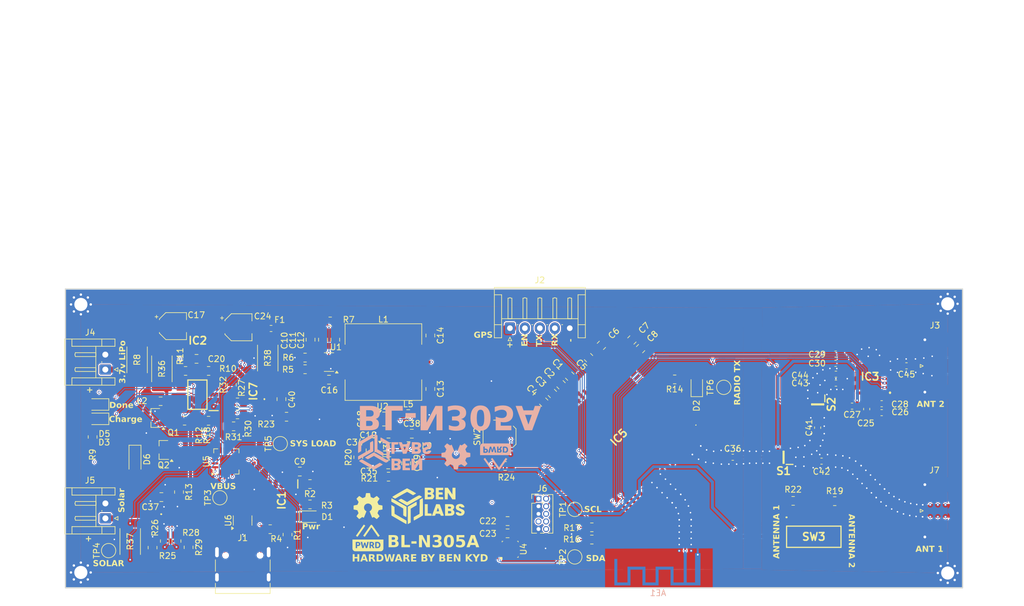
<source format=kicad_pcb>
(kicad_pcb (version 20241229) (generator "pcbnew") (generator_version "9.0")
  (layers (0 "F.Cu" signal) (4 "In1.Cu" signal) (6 "In2.Cu" signal) (2 "B.Cu" signal) (13 "F.Paste" user) (15 "B.Paste" user) (5 "F.SilkS" user "F.Silkscreen") (7 "B.SilkS" user "B.Silkscreen") (1 "F.Mask" user) (3 "B.Mask" user) (25 "Edge.Cuts" user))
  (net 0 "")
  (net 1 "GND")
  (net 2 "VDD_NRF")
  (net 3 "Net-(IC1-VDD)")
  (net 4 "Sys Load")
  (net 5 "Net-(U1-SW)")
  (net 6 "Net-(U1-VBST)")
  (net 7 "Net-(C20-Pad2)")
  (net 8 "+4V")
  (net 9 "Net-(S1-RFC)")
  (net 10 "RF_LORA")
  (net 11 "Net-(IC4-SS)")
  (net 12 "+5V")
  (net 13 "Net-(IC7-SS)")
  (net 14 "Net-(D1-A)")
  (net 15 "Net-(D1-K)")
  (net 16 "D+")
  (net 17 "D-")
  (net 18 "CC2")
  (net 20 "CC1")
  (net 22 "Net-(D2-A)")
  (net 23 "Net-(D3-K)")
  (net 24 "RST")
  (net 25 "Net-(D3-A)")
  (net 26 "Net-(D5-K)")
  (net 27 "Net-(IC4-OV1)")
  (net 28 "Charger Load")
  (net 29 "Net-(IC4-ILIM)")
  (net 30 "Net-(IC4-OV2)")
  (net 31 "Net-(U2-L)")
  (net 32 "VBUS")
  (net 33 "Sol Shunt 1")
  (net 34 "Net-(IC7-OV1)")
  (net 35 "Net-(IC7-OV2)")
  (net 37 "Net-(IC7-ILIM)")
  (net 38 "Bat Shunt 1")
  (net 39 "GPS_EN")
  (net 40 "GPS_TX")
  (net 41 "GPS_RX")
  (net 42 "Net-(IC3-ANT)")
  (net 46 "SWDIO")
  (net 47 "SWDCLK")
  (net 48 "Net-(IC2-CSP)")
  (net 49 "Net-(D6-K)")
  (net 50 "RF_WIFI_BT")
  (net 51 "Net-(U3-L)")
  (net 52 "Net-(IC2-DRV)")
  (net 53 "Net-(IC2-VCC)")
  (net 54 "Net-(IC2-VG)")
  (net 55 "Net-(IC1-CFG1)")
  (net 56 "Net-(IC1-VBUS)")
  (net 57 "Net-(U1-EN)")
  (net 58 "Net-(U1-VFB)")
  (net 59 "Net-(IC2-COM)")
  (net 60 "Net-(IC2-MPPT)")
  (net 61 "Net-(IC5-P0.03)")
  (net 62 "I2C SDA")
  (net 63 "I2C SCL")
  (net 64 "USE_ANT_2")
  (net 65 "Net-(U3-FB)")
  (net 66 "USE_ANT_1")
  (net 67 "USR_BUTTON")
  (net 74 "Net-(U1-VIN)")
  (net 77 "Net-(IC3-RX3)")
  (net 78 "Net-(IC3-RX1)")
  (net 92 "RADIO TX")
  (net 99 "RADIO C1")
  (net 102 "RADIO C2")
  (net 116 "Net-(J1-D+-PadA6)")
  (net 117 "Net-(J1-D--PadA7)")
  (net 118 "Net-(J7-In)")
  (net 119 "Net-(IC3-TX)")
  (net 120 "RADIO RX")
  (net 121 "Net-(S1-RF2)")
  (net 122 "Net-(S2-RFC)")
  (net 123 "Net-(S1-RF1)")
  (net 124 "Net-(S2-RF1)")
  (net 125 "Net-(S2-RF2)")
  (net 126 "Net-(J3-In)")
  (footprint "LED_SMD:LED_0805_2012Metric_Pad1.15x1.40mm_HandSolder" (layer "F.Cu") (at 182.63882 78.65 90)
    (property "Reference" "D2")
    (property "Value" "LED")
  )
  (footprint "TestPoint:TestPoint_Pad_D2.0mm" (layer "F.Cu") (at 162.23882 99.37349 90)
    (property "Reference" "TP1")
    (property "Value" "TestPoint")
  )
  (footprint "Capacitor_SMD:C_0805_2012Metric_Pad1.18x1.45mm_HandSolder" (layer "F.Cu") (at 138.08882 70.27349 -90)
    (property "Reference" "C14")
    (property "Value" "22uF")
  )
  (footprint "Resistor_SMD:R_0805_2012Metric_Pad1.20x1.40mm_HandSolder" (layer "F.Cu") (at 105.18882 85.47349)
    (property "Reference" "R31")
    (property "Value" "5k")
  )
  (footprint "meshtastic:SOT65P210X110-6N" (layer "F.Cu") (at 202.85 81.8 -90)
    (property "Reference" "S2")
    (property "Value" "MASWSS0136TR-3000" (hide yes))
  )
  (footprint "Resistor_SMD:R_0805_2012Metric_Pad1.20x1.40mm_HandSolder" (layer "F.Cu") (at 105.83882 83.47349 180)
    (property "Reference" "R30")
    (property "Value" "23.7k")
  )
  (footprint "Resistor_SMD:R_0805_2012Metric_Pad1.20x1.40mm_HandSolder" (layer "F.Cu") (at 198.75 97.95 180)
    (property "Reference" "R22")
    (property "Value" "4.7k")
  )
  (footprint "Resistor_SMD:R_0805_2012Metric_Pad1.20x1.40mm_HandSolder" (layer "F.Cu") (at 126.0375 90.65 -90)
    (property "Reference" "R20")
    (property "Value" "100k")
  )
  (footprint "Capacitor_SMD:C_0603_1608Metric_Pad1.08x0.95mm_HandSolder" (layer "F.Cu") (at 211.05 82.588 -90)
    (property "Reference" "C25")
    (property "Value" "220pF")
  )
  (footprint "Capacitor_SMD:C_0805_2012Metric_Pad1.18x1.45mm_HandSolder" (layer "F.Cu") (at 157.03882 81.42349 135)
    (property "Reference" "C4")
    (property "Value" "100nF")
  )
  (footprint "Inductor_SMD:L_SXN_SMDRI124" (layer "F.Cu") (at 130.23882 74.72349)
    (property "Reference" "L1")
    (property "Value" "2.2uH")
  )
  (footprint "Ben Labs:open-hardware" (layer "F.Cu") (at 127.65 98.85)
    (property "Reference" "G***" (hide yes))
    (property "Value" "LOGO" (hide yes))
  )
  (footprint "Package_TO_SOT_SMD:Texas_R-PDSO-G6" (layer "F.Cu") (at 130.7875 84.25)
    (property "Reference" "U2")
    (property "Value" "TPS61222DCK")
  )
  (footprint "Ben Labs:meshtastic" (layer "F.Cu") (at 127.650309 103.886549)
    (property "Reference" "G***" (hide yes))
    (property "Value" "LOGO" (hide yes))
  )
  (footprint "TestPoint:TestPoint_Pad_D2.0mm" (layer "F.Cu") (at 112.98882 88.37349 90)
    (property "Reference" "TP5")
    (property "Value" "TestPoint")
  )
  (footprint "Resistor_SMD:R_0805_2012Metric_Pad1.20x1.40mm_HandSolder" (layer "F.Cu") (at 96.98882 84.52349 180)
    (property "Reference" "R12")
    (property "Value" "51k")
  )
  (footprint "TestPoint:TestPoint_Pad_D2.0mm" (layer "F.Cu") (at 84.28882 106.27349 90)
    (property "Reference" "TP4")
    (property "Value" "TestPoint")
  )
  (footprint "Package_DFN_QFN:Texas_RGV0016A_VQFN-16-1EP_4x4mm_P0.65mm_EP2.1x2.1mm" (layer "F.Cu") (at 103.97632 91.34849 90)
    (property "Reference" "U5")
    (property "Value" "INA3221")
  )
  (footprint "Resistor_SMD:R_0805_2012Metric_Pad1.20x1.40mm_HandSolder" (layer "F.Cu") (at 101.00882 76.20349 180)
    (property "Reference" "R10")
    (property "Value" "120")
  )
  (footprint "LED_SMD:LED_0805_2012Metric_Pad1.15x1.40mm_HandSolder" (layer "F.Cu") (at 82.46382 84.22349 180)
    (property "Reference" "D3")
    (property "Value" "LED")
  )
  (footprint "MountingHole:MountingHole_2.2mm_M2_Pad_Via" (layer "F.Cu") (at 224.594193 110.020475)
    (property "Reference" "REF**" (hide yes))
    (property "Value" "MountingHole_2.2mm_M2_Pad_Via")
  )
  (footprint "Capacitor_SMD:C_0805_2012Metric_Pad1.18x1.45mm_HandSolder" (layer "F.Cu") (at 122.18882 70.97349 90)
    (property "Reference" "C12")
    (property "Value" "100nF")
  )
  (footprint "Package_TO_SOT_SMD:Texas_R-PDSO-G6" (layer "F.Cu") (at 130.7875 89.4)
    (property "Reference" "U3")
    (property "Value" "TPS61222DCK")
  )
  (footprint "Package_TO_SOT_SMD:SOT-23-6" (layer "F.Cu") (at 106.694193 101.232975 90)
    (property "Reference" "U6")
    (property "Value" "USBLC6-2SC6")
  )
  (footprint "Resistor_SMD:R_0805_2012Metric_Pad1.20x1.40mm_HandSolder" (layer "F.Cu") (at 117.13882 73.97349 180)
    (property "Reference" "R6")
    (property "Value" "10k")
  )
  (footprint "Connector_Coaxial:SMA_Molex_73251-1153_EdgeMount_Horizontal" (layer "F.Cu") (at 222.494193 75.370475 180)
    (property "Reference" "J3")
    (property "Value" "Conn_Coaxial_Small")
  )
  (footprint "Package_TO_SOT_SMD:SOT-23_Handsoldering" (layer "F.Cu") (at 92.12882 84.07349 180)
    (property "Reference" "Q1")
    (property "Value" "PMOS")
  )
  (footprint "Connector_PinHeader_1.27mm:PinHeader_2x05_P1.27mm_Vertical" (layer "F.Cu") (at 156.16882 97.58349)
    (property "Reference" "J6")
    (property "Value" "Conn_ARM_JTAG_SWD_10")
  )
  (footprint "Capacitor_SMD:C_0805_2012Metric_Pad1.18x1.45mm_HandSolder" (layer "F.Cu") (at 159.93882 78.52349 135)
    (property "Reference" "C2")
    (property "Value" "10uF")
  )
  (footprint "Inductor_SMD:L_0805_2012Metric_Pad1.15x1.40mm_HandSolder" (layer "F.Cu") (at 92.98882 81.27349)
    (property "Reference" "L2")
    (property "Value" "10uH")
  )
  (footprint "Resistor_SMD:R_0805_2012Metric_Pad1.20x1.40mm_HandSolder" (layer "F.Cu") (at 91.63882 105.77349 90)
    (property "Reference" "R25")
    (property "Value" "5k")
  )
  (footprint "Resistor_SMD:R_0805_2012Metric_Pad1.20x1.40mm_HandSolder" (layer "F.Cu") (at 121.33882 67.92349 180)
    (property "Reference" "R7")
    (property "Value" "33.2k")
  )
  (footprint "Ben Labs:ben-labs" (layer "F.Cu") (at 137.45 98.447573)
    (property "Reference" "G***" (hide yes))
    (property "Value" "LOGO" (hide yes))
  )
  (footprint "Capacitor_SMD:C_0603_1608Metric_Pad1.08x0.95mm_HandSolder" (layer "F.Cu") (at 217.7 75.35 180)
    (property "Reference" "C45")
    (property "Value" "470pF")
  )
  (footprint "Capacitor_SMD:C_0603_1608Metric_Pad1.08x0.95mm_HandSolder" (layer "F.Cu") (at 188.65 90.65)
    (property "Reference" "C36")
    (property "Value" "470pF")
  )
  (footprint "Capacitor_SMD:C_0805_2012Metric_Pad1.18x1.45mm_HandSolder" (layer "F.Cu") (at 171.78882 71.02349 45)
    (property "Reference" "C7")
    (property "Value" "10uF")
  )
  (footprint "TPS:TPS2121RUXT" (layer "F.Cu") (at 94.63882 100.57349)
    (property "Reference" "IC4" (hide yes))
    (property "Value" "TPS2121RUXT" (hide yes))
  )
  (footprint "Capacitor_SMD:C_0805_2012Metric_Pad1.18x1.45mm_HandSolder" (layer "F.Cu") (at 131.0375 91.85 180)
    (property "Reference" "C35")
    (property "Value" "10uF")
  )
  (footprint "Connector_JST:JST_EH_S2B-EH_1x02_P2.50mm_Horizontal" (layer "F.Cu") (at 83.754193 100.870475 90)
    (property "Reference" "J5")
    (property "Value" "Conn_01x02_Socket")
  )
  (footprint "Capacitor_SMD:CP_Elec_4x5.4" (layer "F.Cu") (at 95.05 68.7)
    (property "Reference" "C17")
    (property "Value" "10uF")
  )
  (footprint "Resistor_SMD:R_0805_2012Metric_Pad1.20x1.40mm_HandSolder" (layer "F.Cu") (at 114.03882 83.87349)
    (property "Reference" "R23")
    (property "Value" "51.1k")
  )
  (footprint "Resistor_SMD:R_0805_2012Metric_Pad1.20x1.40mm_HandSolder" (layer "F.Cu") (at 117.959193 95.140475 180)
    (property "Reference" "R2")
    (property "Value" "1k")
  )
  (footprint "Diode_SMD:D_SOD-123" (layer "F.Cu") (at 88.7 91 -90)
    (property "Reference" "D6")
    (property "Value" "D_Schottky")
  )
  (footprint "Capacitor_SMD:C_0603_1608Metric_Pad1.08x0.95mm_HandSolder" (layer "F.Cu") (at 205.85 74.938 180)
    (property "Reference" "C30")
    (property "Value" "220pF")
  )
  (footprint "Capacitor_SMD:C_0603_1608Metric_Pad1.08x0.95mm_HandSolder" (layer "F.Cu") (at 213.55 81.688)
    (property "Reference" "C28")
    (property "Value" "0.047uF")
  )
  (footprint "meshtastic:SS3235SL3" (layer "F.Cu") (at 202.2 103.95)
    (property "Reference" "SW3")
    (property "Value" "SW_DPDT_x2" (hide yes))
  )
  (footprint "LED_SMD:LED_0805_2012Metric_Pad1.15x1.40mm_HandSolder" (layer "F.Cu") (at 118.009193 100.590475)
    (property "Reference" "D1")
    (property "Value" "LED")
  )
  (footprint "Resistor_SMD:R_0805_2012Metric_Pad1.20x1.40mm_HandSolder" (layer "F.Cu") (at 165.08882 102.37349)
    (property "Reference" "R17")
    (property "Value" "4.7k")
  )
  (footprint "MountingHole:MountingHole_2.2mm_M2_Pad_Via" (layer "F.Cu") (at 79.644193 109.930475)
    (property "Reference" "REF**" (hide yes))
    (property "Value" "MountingHole_2.2mm_M2_Pad_Via")
  )
  (footprint "MountingHole:MountingHole_2.2mm_M2_Pad_Via" (layer "F.Cu") (at 79.654193 65.080475)
    (property "Reference" "REF**" (hide yes))
    (property "Value" "MountingHole_2.2mm_M2_Pad_Via")
  )
  (footprint "Connector_JST:JST_EH_S5B-EH_1x05_P2.50mm_Horizontal" (layer "F.Cu") (at 151.394193 69.050475)
    (property "Reference" "J2")
    (property "Value" "Conn_01x05_Socket")
  )
  (footprint "Capacitor_SMD:C_0805_2012Metric_Pad1.18x1.45mm_HandSolder" (layer "F.Cu") (at 150.99882 101.33349)
    (property "Reference" "C22")
    (property "Value" "100nF")
  )
  (footprint "Connector_Coaxial:SMA_Molex_73251-1153_EdgeMount_Horizontal" (layer "F.Cu") (at 222.494193 99.610475 180)
    (property "Reference" "J7")
    (property "Value" "Conn_Coaxial_Small")
  )
  (footprint "Resistor_SMD:R_2512_6332Metric_Pad1.40x3.35mm_HandSolder" (layer "F.Cu") (at 93.2 75.85 90)
    (property "Reference" "R36")
    (property "Value" "0.1")
  )
  (footprint "MountingHole:MountingHole_2.2mm_M2_Pad_Via" (layer "F.Cu") (at 224.594193 64.970475)
    (property "Reference" "REF**" (hide yes))
    (property "Value" "MountingHole_2.2mm_M2_Pad_Via")
  )
  (footprint "Capacitor_SMD:C_0603_1608Metric_Pad1.08x0.95mm_HandSolder" (layer "F.Cu") (at 203.5 91.3 180)
    (property "Reference" "C42")
    (property "Value" "470pF")
  )
  (footprint "TestPoint:TestPoint_Pad_D2.0mm" (layer "F.Cu") (at 162.23882 107.32349 90)
    (property "Reference" "TP2")
    (property "Value" "TestPoint")
  )
  (footprint "Resistor_SMD:R_0805_2012Metric_Pad1.20x1.40mm_HandSolder" (layer "F.Cu") (at 93.68882 104.67349 -90)
    (property "Reference" "R26")
    (property "Value" "23.7k")
  )
  (footprint "Resistor_SMD:R_0805_2012Metric_Pad1.20x1.40mm_HandSolder" (layer "F.Cu") (at 96.06382 96.47349 90)
    (property "Reference" "R13")
    (property "Value" "51.1k")
  )
  (footprint "Capacitor_SMD:C_0603_1608Metric_Pad1.08x0.95mm_HandSolder" (layer "F.Cu") (at 205.9 76.75)
    (property "Reference" "C44")
    (property "Value" "470pF")
  )
  (footprint "Resistor_SMD:R_0805_2012Metric_Pad1.20x1.40mm_HandSolder" (layer "F.Cu") (at 104.88882 78.52349 90)
    (property "Reference" "R32")
    (property "Value" "5k")
  )
  (footprint "LED_SMD:LED_0805_2012Metric_Pad1.15x1.40mm_HandSolder" (layer "F.Cu") (at 82.46382 81.82349 180)
    (property "Reference" "D5")
    (property "Value" "LED")
  )
  (footprint "Capacitor_SMD:C_0805_2012Metric_Pad1.18x1.45mm_HandSolder" (layer "F.Cu") (at 121.13882 77.67349)
    (property "Reference" "C16")
    (property "Value" "22uF")
  )
  (footprint "Capacitor_SMD:C_0805_2012Metric_Pad1.18x1.45mm_HandSolder" (layer "F.Cu") (at 134.9875 86.7125)
    (property "Reference" "C38")
    (property "Value" "22uF")
  )
  (footprint "Capacitor_SMD:C_0603_1608Metric_Pad1.08x0.95mm_HandSolder" (layer "F.Cu") (at 202.85 85.7 90)
    (property "Reference" "C41")
    (property "Value" "470pF")
  )
  (footprint "Button_Switch_SMD:SW_Push_1P1T_XKB_TS-1187A" (layer "F.Cu") (at 149.654193 87.180475 90)
    (property "Reference" "SW2")
    (property "Value" "SW_Push")
  )
  (footprint "Capacitor_SMD:C_0805_2012Metric_Pad1.18x1.45mm_HandSolder" (layer "F.Cu") (at 113.18882 80.92349 90)
    (property "Reference" "C40")
    (property "Value" "1uF")
  )
  (footprint "Resistor_SMD:R_0805_2012Metric_Pad1.20x1.40mm_HandSolder" (layer "F.Cu") (at 97.66382 105.72349 90)
    (property "Reference" "R29")
    (property "Value" "5k")
  )
  (footprint "Resistor_SMD:R_0805_2012Metric_Pad1.20x1.40mm_HandSolder" (layer "F.Cu") (at 97.15882 76.20349 180)
    (property "Reference" "R11")
    (property "Value" "10k")
  )
  (footprint "meshtastic:SOT65P210X110-6N" (layer "F.Cu") (at 197.15 90.65 180)
    (property "Reference" "S1")
    (property "Value" "MASWSS0136TR-3000" (hide yes))
  )
  (footprint "Inductor_SMD:L_0805_2012Metric_Pad1.15x1.40mm_HandSolder" (layer "F.Cu") (at 134.3875 83.4125)
    (property "Reference" "L5")
    (property "Value" "4.7uH")
  )
  (footprint "Capacitor_SMD:C_0603_1608Metric_Pad1.08x0.95mm_HandSolder" (layer "F.Cu") (at 208.6 82.088 180)
    (property "Reference" "C27")
    (property "Value" "4700pF")
  )
  (footprint "Resistor_SMD:R_0805_2012Metric_Pad1.20x1.40mm_HandSolder" (layer "F.Cu") (at 81.615947 87.256505 -90)
    (property "Reference" "R9")
    (property "Value" "10k")
  )
  (footprint "Capacitor_SMD:C_0805_2012Metric_Pad1.18x1.45mm_HandSolder" (layer "F.Cu") (at 161.38882 77.07349 135)
    (property "Reference" "C1")
    (property "Value" "10uF")
  )
  (footprint "TestPoint:TestPoint_Pad_D2.0mm" (layer "F.Cu") (at 102.88882 97.42349 90)
    (property "Reference" "TP3")
    (property "Value" "TestPoint")
  )
  (footprint "Capacitor_SMD:C_0805_2012Metric_Pad1.18x1.45mm_HandSolder" (layer "F.Cu") (at 128.0875 89.5 -90)
    (property "Reference" "C34")
    (property "Value" "10uF")
  )
  (footprint "Resistor_SMD:R_0805_2012Metric_Pad1.20x1.40mm_HandSolder" (layer "F.Cu") (at 178.93882 77.62349 180)
    (property "Reference" "R14")
    (property "Value" "1k")
  )
  (footprint "Capacitor_SMD:C_0805_2012Metric_Pad1.18x1.45mm_HandSolder" (layer "F.Cu") (at 93.11382 97.32349 180)
    (property "Reference" "C37")
    (property "Value" "1uF")
  )
  (footprint "Package_TO_SOT_SMD:SOT-23-6" (layer "F.Cu") (at 121.13882 74.72349 180)
    (property "Reference" "U1")
    (property "Value" "TPS565208")
  )
  (footprint "Inductor_SMD:L_0805_2012Metric_Pad1.15x1.40mm_HandSolder" (layer "F.Cu") (at 134.4375 88.7625)
    (property "Reference" "L9")
    (property "Value" "4.7uH")
  )
  (footprint "Resistor_SMD:R_0805_2012Metric_Pad1.20x1.40mm_HandSolder" (layer "F.Cu") (at 150.58882 92.12349)
    (property "Reference" "R24")
    (property "Value" "4.7k")
  )
  (footprint "Resistor_SMD:R_0805_2012Metric_Pad1.20x1.40mm_HandSolder" (layer "F.Cu") (at 111.309193 102.690475)
    (property "Reference" "R4")
    (property "Value" "10k")
  )
  (footprint "meshtastic:WioWM1110" (layer "F.Cu") (at 169.622275 87.317751 -135)
    (property "Reference" "IC5")
    (property "Value" "Wio-WM1110" (hide yes))
  )
  (footprint "Connector_USB:USB_C_Receptacle_G-Switch_GT-USB-7010ASV" (layer "F.Cu") (at 106.724193 109.660475)
    (property "Reference" "J1")
    (property "Value" "USB_C_Receptacle_USB2.0")
  )
  (footprint "Capacitor_SMD:C_0805_2012Metric_Pad1.18x1.45mm_HandSolder" (layer "F.Cu") (at 131.0875 86.7 180)
    (property "Reference" "C19")
    (property "Value" "10uF")
  )
  (footprint "Capacitor_SMD:C_0805_2012Metric_Pad1.18x1.45mm_HandSolder" (layer "F.Cu") (at 173.23882 72.47349 45)
    (property "Reference" "C8")
    (property "Value" "10uF")
  )
  (footprint "Capacitor_SMD:C_0805_2012Metric_Pad1.18x1.45mm_HandSolder" (layer "F.Cu") (at 118.05882 70.97349 90)
    (property "Reference" "C10")
    (property "Value" "10uF")
  )
  (footprint "Resistor_SMD:R_0805_2012Metric_Pad1.20x1.40mm_HandSolder" (layer "F.Cu") (at 165.08882 104.42349 180)
    (property "Reference" "R16")
    (property "Value" "4.7k")
  )
  (footprint "Resistor_SMD:R_2512_6332Metric_Pad1.40x3.35mm_HandSolder" (layer "F.Cu") (at 110.9 74.05 -90)
    (property "Reference" "R38")
    (property "Value" "0.1")
  )
  (footprint "Capacitor_SMD:C_0805_2012Metric_Pad1.18x1.45mm_HandSolder" (layer "F.Cu") (at 128.1375 84.25 -90)
    (property "Reference" "C18")
    (property "Value" "10uF")
  )
  (footprint "Capacitor_SMD:C_0805_2012Metric_Pad1.18x1.45mm_HandSolder" (layer "F.Cu") (at 134.0375 91.65 -90)
    (property "Reference" "C39")
    (property "Value" "22uF")
  )
  (footprint "Capacitor_SMD:C_0603_1608Metric_Pad1.08x0.95mm_HandSolder" (layer "F.Cu") (at 205.85 73.388 180)
    (property "Reference" "C29")
    (property "Value" "470pF")
  )
  (footprint "Resistor_SMD:R_0805_2012Metric_Pad1.20x1.40mm_HandSolder" (layer "F.Cu") (at 205.7 98 180)
    (property "Reference" "R19")
    (property "Value" "4.7k")
  )
  (footprint "Package_TO_SOT_SMD:SOT-23_Handsoldering" (layer "F.Cu") (at 93.48882 89.42349 180)
    (property "Reference" "Q2")
    (property "Value" "PMOS")
  )
  (footprint "Capacitor_SMD:C_0805_2012Metric_Pad1.18x1.45mm_HandSolder" (layer "F.Cu") (at 120.13882 70.97349 90)
    (property "Reference" "C11")
    (property "Value" "10uF")
  )
  (footprint "Capacitor_SMD:CP_Elec_4x5.4" (layer "F.Cu") (at 106 68.9)
    (property "Reference" "C24")
    (property "Value" "100nF")
  )
  (footprint "meshtastic:SKY6531321" (layer "F.Cu") (at 211.3 77.15 180)
    (property "Reference" "IC3")
    (property "Value" "SKY65313-21" (hide yes))
  )
  (footprint "Resistor_SMD:R_0805_2012Metric_Pad1.20x1.40mm_HandSolder" (layer "F.Cu") (at 117.13882 75.92349 180)
    (property "Reference" "R5")
    (property "Value" "10k")
  )
  (footprint "Capacitor_SMD:C_0805_2012Metric_Pad1.18x1.45mm_HandSolder" (layer "F.Cu") (at 166.68882 71.92349 45)
    (property "Reference" "C6")
    (property "Value" "10uF")
  )
  (footprint "Capacitor_SMD:C_0805_2012Metric_Pad1.18x1.45mm_HandSolder" (layer "F.Cu") (at 158.48882 79.97349 135)
    (property "Reference" "C3")
    (property "Value" "10uF")
  )
  (footprint "Resistor_SMD:R_2512_6332Metric_Pad1.40x3.35mm_HandSolder" (layer "F.Cu") (at 87.9 104.75 -90)
    (property "Reference" "R37")
    (property "Value" "0.1")
  )
  (footprint "TestPoint:TestPoint_Pad_D2.0mm" (layer "F.Cu") (at 187.15 78.95 180)
    (property "Reference" "TP6")
    (property "Value" "TestPoint")
  )
  (footprint "Capacitor_SMD:C_0805_2012Metric_Pad1.18x1.45mm_HandSolder" (layer "F.Cu") (at 138.08882 79.22349 90)
    (property "Reference" "C13")
    (property "Value" "22uF")
  )
  (footprint "Resistor_SMD:R_0805_2012Metric_Pad1.20x1.40mm_HandSolder" (layer "F.Cu") (at 114.209193 103.590475 -90)
    (property "Reference" "R1")
    (property "Value" "6.8k")
  )
  (footprint "Fuse:Fuse_0603_1608Metric_Pad1.05x0.95mm_HandSolder" (layer "F.Cu") (at 111.45 69.1)
    (property "Reference" "F1")
    (property "Value" "Fuse (3A)")
  )
  (footprint "Resistor_SMD:R_0805_2012Metric_Pad1.20x1.40mm_HandSolder" (layer "F.Cu") (at 131.0875 93.9 180)
    (property "Reference" "R21")
    (property "Value" "700k")
  )
  (footprint "Capacitor_SMD:C_0805_2012Metric_Pad1.18x1.45mm_HandSolder" (layer "F.Cu") (at 98.98882 74.18349)
    (property "Reference" "C20")
    (property "Value" "220nF")
  )
  (footprint "Capacitor_SMD:C_0805_2012Metric_Pad1.18x1.45mm_HandSolder" (layer "F.Cu") (at 150.99882 103.38349)
    (property "Reference" "C23")
    (property "Value" "100nF")
  )
  (footprint "Capacitor_SMD:C_0603_1608Metric_Pad1.08x0.95mm_HandSolder" (layer "F.Cu") (at 213.55 83.188)
    (property "Reference" "C26")
    (property "Value" "470pF")
  )
  (footprint "Resistor_SMD:R_0805_2012Metric_Pad1.20x1.40mm_HandSolder" (layer "F.Cu") (at 100.99882 84.54349 180)
    (property "Reference" "R18")
    (property "Value" "22k")
  )
  (footprint "Resistor_SMD:R_0805_2012Metric_Pad1.20x1.40mm_HandSolder" (layer "F.Cu") (at 105.83882 81.47349 180)
    (property "Reference" "R27")
    (property "Value" "23.7k")
  )
  (footprint "meshtastic:SOP100P600X175-10N" (layer "F.Cu") (at 99.13882 80.17349 180)
    (property "Reference" "IC2")
    (property "Value" "CN3791" (hide yes))
  )
  (footprint "meshtastic:SOP100P600X180-11N" (layer "F.Cu") (at 113.224193 97.860475 -90)
    (property "Reference" "IC1")
    (property "Value" "CH224K" (hide yes))
  )
  (footprint "Capacitor_SMD:C_0603_1608Metric_Pad1.08x0.95mm_HandSolder" (layer "F.Cu") (at 205.9 78.25 180)
    (property "Reference" "C43")
    (property "Value" "470pF")
  )
  (footprint "Resistor_SMD:R_2512_6332Metric_Pad1.40x3.35mm_HandSolder" (layer "F.Cu") (at 89.05 74.35 90)
    (property "Reference" "R8")
    (property "Value" "0.1")
  )
  (footprint "Connector_JST:JST_EH_S2B-EH_1x02_P2.50mm_Horizontal" (layer "F.Cu") (at 83.73882 75.97349 90)
    (property "Reference" "J4")
    (property "Value" "Conn_01x02_Socket")
  )
  (footprint "Capacitor_SMD:C_0805_2012Metric_Pad1.18x1.45mm_HandSolder" (layer "F.Cu") (at 116.259193 93.040475)
    (property "Reference" "C9")
    (property "Value" "1uF")
  )
  (footprint "TPS:TPS2121RUXT" (layer "F.Cu") (at 109.93882 82.47349 -90)
    (property "Reference" "IC7")
    (property "Value" "TPS2121RUXT" (hide yes))
  )
  (footprint "Resistor_SMD:R_0805_2012Metric_Pad1.20x1.40mm_HandSolder" (layer "F.Cu") (at 117.959193 98.540475)
    (property "Reference" "R3")
    (property "Value" "1k")
  )
  (footprint "Resistor_SMD:R_0805_2012Metric_Pad1.20x1.40mm_HandSolder" (layer "F.Cu") (at 95.63882 104.67349 -90)
    (property "Reference" "R28")
    (property "Value" "23.7k")
  )
  (footprint "Capacitor_SMD:C_0805_2012Metric_Pad1.18x1.45mm_HandSolder" (layer "F.Cu") (at 164.53882 73.97349 135)
    (property "Reference" "C5")
    (property "Value" "100nF")
  )
  (footprint "Package_LGA:Bosch_LGA-8_2.5x2.5mm_P0.65mm_ClockwisePinNumbering" (layer "F.Cu") (at 151.43382 106.04849 90)
    (property "Reference" "U4")
    (property "Value" "BME280")
  )
  (footprint "Ben Labs:ben-labs" (layer "B.Cu") (at 131.88882 90.12349)
    (property "Reference" "G***" (hide yes))
    (property "Value" "LOGO" (hide yes))
  )
  (footprint "Ben Labs:meshtastic" (layer "B.Cu") (at 148.989129 90.836941)
    (property "Reference" "G***" (hide yes))
    (property "Value" "LOGO" (hide yes))
  )
  (footprint "RF_Antenna:Texas_SWRA117D_2.4GHz_Left" (layer "B.Cu") (at 180.7 106.95)
    (property "Reference" "AE1")
    (property "Value" "Antenna_Chip")
  )
  (footprint "Ben Labs:open-hardware" (layer "B.Cu") (at 142.33882 90.47349)
    (property "Reference" "G***" (hide yes))
    (property "Value" "LOGO" (hide yes))
  )
  (gr_rect (start 77.074193 62.500475) (end 227.074193 112.500475) (stroke (width 0.2)) (fill no) (layer "Edge.Cuts"))
  (gr_text "RADIO TX" (at 190.05 81.95 90) (layer "F.SilkS") (effects (font (size 1 1)) (justify left bottom)))
  (gr_text "ANT 2" (at 219.4 82.4 0) (layer "F.SilkS") (effects (font (size 1 1)) (justify left bottom)))
  (gr_text "ANT 1" (at 219.2 106.65 0) (layer "F.SilkS") (effects (font (size 1 1)) (justify left bottom)))
  (gr_text "SOLAR" (at 81.65 109.05 0) (layer "F.SilkS") (effects (font (size 1 1)) (justify left bottom)))
  (gr_text "SCL" (at 163.8 100 0) (layer "F.SilkS") (effects (font (size 1 1)) (justify left bottom)))
  (gr_text "-" (at 162.13882 71.37349 90) (layer "F.SilkS") (effects (font (size 1 1)) (justify left bottom)))
  (gr_text "HARDWARE BY BEN KYD" (at 124.95 108.3 0) (layer "F.SilkS") (effects (font (size 1.2 1.2)) (justify left bottom)))
  (gr_text "Solar" (at 87.08882 99.92349 90) (layer "F.SilkS") (effects (font (size 1 1)) (justify left bottom)))
  (gr_text "GPS" (at 145.33882 70.82349 0) (layer "F.SilkS") (effects (font (size 1 1)) (justify left bottom)))
  (gr_text "TX" (at 156.93882 72.17349 90) (layer "F.SilkS") (effects (font (size 1 1)) (justify left bottom)))
  (gr_text "RX" (at 159.53882 72.07349 90) (layer "F.SilkS") (effects (font (size 1 1)) (justify left bottom)))
  (gr_text "+" (at 81.53882 104.87349 90) (layer "F.SilkS") (effects (font (size 1 1)) (justify left bottom)))
  (gr_text "EN" (at 154.48882 72.12349 90) (layer "F.SilkS") (effects (font (size 1 1)) (justify left bottom)))
  (gr_text "Charge" (at 84.33882 84.92349 0) (layer "F.SilkS") (effects (font (size 1 1)) (justify left bottom)))
  (gr_text "Pwr\n" (at 116.63882 102.87349 0) (layer "F.SilkS") (effects (font (size 1 1)) (justify left bottom)))
  (gr_text "+" (at 81.73882 79.97349 90) (layer "F.SilkS") (effects (font (size 1 1)) (justify left bottom)))
  (gr_text "SDA" (at 164.1 108.2 0) (layer "F.SilkS") (effects (font (size 1 1)) (justify left bottom)))
  (gr_text "Done" (at 84.38882 82.57349 0) (layer "F.SilkS") (effects (font (size 1 1)) (justify left bottom)))
  (gr_text "3.7v LiPo" (at 87.23882 78.32349 90) (layer "F.SilkS") (effects (font (size 1 1)) (justify left bottom)))
  (gr_text "ANTENNA 1" (at 196.6 107.65 90) (layer "F.SilkS") (effects (font (size 1 1)) (justify left bottom)))
  (gr_text "+" (at 151.98882 72.42349 90) (layer "F.SilkS") (effects (font (size 1 1)) (justify left bottom)))
  (gr_text "VBUS\n" (at 101.3 96.15 0) (layer "F.SilkS") (effects (font (size 1 1)) (justify left bottom)))
  (gr_text "ANTENNA 2" (at 207.88739 100.128293 270) (layer "F.SilkS") (effects (font (size 1 1)) (justify left bottom)))
  (gr_text "BL-N305A" (at 130.85 106.05 0) (layer "F.SilkS") (effects (font (size 2 2)) (justify left bottom)))
  (gr_text "SYS LOAD" (at 114.6 89 0) (layer "F.SilkS") (effects (font (size 1 1)) (justify left bottom)))
  (gr_text "BL-N305A" (at 125.78882 81.37349 180) (layer "B.SilkS") (effects (font (size 4 4)) (justify left bottom mirror)))
  (segment (start 93.55 98.95) (end 93.56533 98.95) (width 0.16) (layer "F.Cu") (net 1))
  (segment (start 108.78882 83.22349) (end 108.78882 83.72349) (width 0.16) (layer "F.Cu") (net 1))
  (segment (start 91.28882 97.97349) (end 91.93882 97.32349) (width 0.16) (layer "F.Cu") (net 1))
  (segment (start 129.3 85.2875) (end 129.6875 84.9) (width 0.5) (layer "F.Cu") (net 1))
  (segment (start 129.6875 91.5375) (end 130 91.85) (width 0.5) (layer "F.Cu") (net 1))
  (segment (start 118.421835 93.040475) (end 118.43882 93.02349) (width 0.16) (layer "F.Cu") (net 1))
  (segment (start 122.27632 75.67349) (end 121.58882 75.67349) (width 0.16) (layer "F.Cu") (net 1))
  (segment (start 98.9 105.3) (end 98.9 105.2) (width 0.16) (layer "F.Cu") (net 1))
  (segment (start 128.1375 85.2875) (end 129.3 85.2875) (width 0.5) (layer "F.Cu") (net 1))
  (segment (start 128.575 90.05) (end 128.0875 90.5375) (width 0.5) (layer "F.Cu") (net 1))
  (segment (start 129.6875 90.05) (end 129.6875 91.5375) (width 0.5) (layer "F.Cu") (net 1))
  (segment (start 129.6875 90.05) (end 128.575 90.05) (width 0.5) (layer "F.Cu") (net 1))
  (segment (start 104.30132 94.08599) (end 104.33882 94.12349) (width 0.16) (layer "F.Cu") (net 1))
  (segment (start 121.58882 75.67349) (end 121.43882 75.82349) (width 0.16) (layer "F.Cu") (net 1))
  (segment (start 95.5 101.93467) (end 95.38882 101.82349) (width 0.16) (layer "F.Cu") (net 1))
  (segment (start 93.81231 101.8) (end 93.88882 101.72349) (width 0.16) (layer "F.Cu") (net 1))
  (segment (start 93.56533 98.95) (end 93.88882 99.27349) (width 0.16) (layer "F.Cu") (net 1))
  (segment (start 111.08882 83.22349) (end 111.38882 83.22349) (width 0.16) (layer "F.Cu") (net 1))
  (segment (start 91.65 104.76231) (end 91.63882 104.77349) (width 0.16) (layer "F.Cu") (net 1))
  (segment (start 111.63882 83.47349) (end 111.63882 83.67349) (width 0.16) (layer "F.Cu") (net 1))
  (segment (start 98.55 104.85) (end 97.79033 104.85) (width 0.16) (layer "F.Cu") (net 1))
  (segment (start 95.38882 99.27349) (end 95.38882 99.42349) (width 0.16) (layer "F.Cu") (net 1))
  (segment (start 129.3 85.95) (end 130.05 86.7) (width 0.5) (layer "F.Cu") (net 1))
  (segment (start 91.93882 97.32349) (end 92.07632 97.32349) (width 0.16) (layer "F.Cu") (net 1))
  (segment (start 98.9 105.2) (end 98.55 104.85) (width 0.16) (layer "F.Cu") (net 1))
  (segment (start 117.296693 93.040475) (end 118.421835 93.040475) (width 0.16) (layer "F.Cu") (net 1))
  (segment (start 122.18882 69.93599) (end 118.05882 69.93599) (width 1) (layer "F.Cu") (net 1))
  (segment (start 104.30132 93.21099) (end 104.30132 94.08599) (width 0.16) (layer "F.Cu") (net 1))
  (segment (start 95.75 102.15) (end 95.53467 101.93467) (width 0.16) (layer "F.Cu") (net 1))
  (segment (start 95.76231 98.9) (end 95.38882 99.27349) (width 0.16) (layer "F.Cu") (net 1))
  (segment (start 106.18882 86.52349) (end 106.78882 87.12349) (width 0.16) (layer "F.Cu") (net 1))
  (segment (start 95.53467 101.93467) (end 95.5 101.93467) (width 0.16) (layer "F.Cu") (net 1))
  (segment (start 93.88882 99.27349) (end 93.88882 99.42349) (width 0.16) (layer "F.Cu") (net 1))
  (segment (start 91.65 103.95) (end 91.65 104.76231) (width 0.16) (layer "F.Cu") (net 1))
  (segment (start 116.13882 73.97349) (end 115.43882 73.97349) (width 0.16) (layer "F.Cu") (net 1))
  (segment (start 93.55 101.8) (end 93.81231 101.8) (width 0.16) (layer "F.Cu") (net 1))
  (segment (start 98.15882 76.20349) (end 98.15882 74.39099) (width 1) (layer "F.Cu") (net 1))
  (segment (start 126.0375 91.65) (end 126.975 91.65) (width 0.5) (layer "F.Cu") (net 1))
  (segment (start 111.38882 83.22349) (end 111.63882 83.47349) (width 0.16) (layer "F.Cu") (net 1))
  (segment (start 129.3 85.2875) (end 129.3 85.95) (width 0.5) (layer "F.Cu") (net 1))
  (segment (start 114.601835 97.860475) (end 113.224193 97.860475) (width 0.16) (layer "F.Cu") (net 1))
  (segment (start 126.975 91.65) (end 128.0875 90.5375) (width 0.5) (layer "F.Cu") (net 1))
  (segment (start 115.606155 96.856155) (end 114.601835 97.860475) (width 0.16) (layer "F.Cu") (net 1))
  (segment (start 98.15882 74.39099) (end 97.95132 74.18349) (width 1) (layer "F.Cu") (net 1))
  (segment (start 95.8 98.9) (end 95.76231 98.9) (width 0.16) (layer "F.Cu") (net 1))
  (segment (start 95.38882 101.82349) (end 95.38882 101.72349) (width 0.16) (layer "F.Cu") (net 1))
  (segment (start 106.18882 85.47349) (end 106.18882 86.52349) (width 0.16) (layer "F.Cu") (net 1))
  (segment (start 97.79033 104.85) (end 97.66382 104.72349) (width 0.16) (layer "F.Cu") (net 1))
  (via (at 213.255234 95.19102) (size 0.5) (drill 0.25) (layers "F.Cu" "B.Cu") (net 1))
  (via (at 209.490774 94.254988) (size 0.5) (drill 0.25) (layers "F.Cu" "B.Cu") (net 1))
  (via (at 181.7 104.221176) (size 0.5) (drill 0.25) (layers "F.Cu" "B.Cu") (net 1))
  (via (at 185.454657 89.650301) (size 0.5) (drill 0.25) (layers "F.Cu" "B.Cu") (net 1))
  (via (at 119.55 84.3) (size 0.45) (drill 0.25) (layers "F.Cu" "B.Cu") (net 1))
  (via (at 175.985387 95.731473) (size 0.5) (drill 0.25) (layers "F.Cu" "B.Cu") (net 1))
  (via (at 205.050764 79.3) (size 0.5) (drill 0.25) (layers "F.Cu" "B.Cu") (net 1))
  (via (at 218.41084 98.384248) (size 0.5) (drill 0.25) (layers "F.Cu" "B.Cu") (net 1))
  (via (at 220.5 76.65) (size 0.5) (drill 0.25) (layers "F.Cu" "B.Cu") (net 1))
  (via (at 203.317466 88.749855) (size 0.5) (drill 0.25) (layers "F.Cu" "B.Cu") (net 1))
  (via (at 204.5 90.2) (size 0.5) (drill 0.25) (layers "F.Cu" "B.Cu") (net 1))
  (via (at 206.05 79.3) (size 0.5) (drill 0.25) (layers "F.Cu" "B.Cu") (net 1))
  (via (at 138 86.55) (size 0.45) (drill 0.25) (layers "F.Cu" "B.Cu") (net 1))
  (via (at 201.7 84.05) (size 0.5) (drill 0.25) (layers "F.Cu" "B.Cu") (net 1))
  (via (at 189.3 91.8) (size 0.5) (drill 0.25) (layers "F.Cu" "B.Cu") (net 1))
  (via (at 179.094961 96.012619) (size 0.5) (drill 0.25) (layers "F.Cu" "B.Cu") (net 1))
  (via (at 212.642003 97.40579) (size 0.5) (drill 0.25) (layers "F.Cu" "B.Cu") (net 1))
  (via (at 181.699699 101.078397) (size 0.5) (drill 0.25) (layers "F.Cu" "B.Cu") (net 1))
  (via (at 115.43882 73.97349) (size 0.45) (drill 0.25) (layers "F.Cu" "B.Cu") (net 1))
  (via (at 179.7 102.142352) (size 0.5) (drill 0.25) (layers "F.Cu" "B.Cu") (net 1))
  (via (at 193.683333 89.65) (size 0.5) (drill 0.25) (layers "F.Cu" "B.Cu") (net 1))
  (via (at 220.378068 100.610174) (size 0.5) (drill 0.25) (layers "F.Cu" "B.Cu") (net 1))
  (via (at 186.7 89.5) (size 0.5) (drill 0.25) (layers "F.Cu" "B.Cu") (net 1))
  (via (at 181.7 102.142352) (size 0.5) (drill 0.25) (layers "F.Cu" "B.Cu") (net 1))
  (via (at 183.291225 88.75418) (size 0.5) (drill 0.25) (layers "F.Cu" "B.Cu") (net 1))
  (via (at 139.25 94.05) (size 0.45) (drill 0.25) (layers "F.Cu" "B.Cu") (net 1))
  (via (at 184.282178 89.42136) (size 0.5) (drill 0.25) (layers "F.Cu" "B.Cu") (net 1))
  (via (at 179.7 105.260588) (size 0.5) (drill 0.25) (layers "F.Cu" "B.Cu") (net 1))
  (via (at 179.7 104.221176) (size 0.5) (drill 0.25) (layers "F.Cu" "B.Cu") (net 1))
  (via (at 91.65 103.95) (size 0.45) (drill 0.25) (layers "F.Cu" "B.Cu") (net 1))
  (via (at 216.495245 97.716158) (size 0.5) (drill 0.25) (layers "F.Cu" "B.Cu") (net 1))
  (via (at 92.05 82.95) (size 0.45) (drill 0.25) (layers "F.Cu" "B.Cu") (net 1))
  (via (at 148.3 77.9) (size 0.45) (drill 0.25) (layers "F.Cu" "B.Cu") (net 1))
  (via (at 191.466666 91.65) (size 0.5) (drill 0.25) (layers "F.Cu" "B.Cu") (net 1))
  (via (at 182.937743 90.983257) (size 0.5) (drill 0.25) (layers "F.Cu" "B.Cu") (net 1))
  (via (at 201.2 79.456854) (size 0.5) (drill 0.25) (layers "F.Cu" "B.Cu") (net 1))
  (via (at 204.9 75.788301) (size 0.5) (drill 0.25) (layers "F.Cu" "B.Cu") (net 1))
  (via (at 137.9 83.55) (size 0.45) (drill 0.25) (layers "F.Cu" "B.Cu") (net 1))
  (via (at 93.2 75.85) (size 0.45) (drill 0.25) (layers "F.Cu" "B.Cu") (net 1))
  (via (at 179.158878 99.096501) (size 0.5) (drill 0.25) (layers "F.Cu" "B.Cu") (net 1))
  (via (at 211.057605 95.821819) (size 0.5) (drill 0.25) (layers "F.Cu" "B.Cu") (net 1))
  (via (at 210.904988 92.840774) (size 0.5) (drill 0.25) (layers "F.Cu" "B.Cu") (net 1))
  (via (at 181.7 106.3) (size 0.5) (drill 0.25) (layers "F.Cu" "B.Cu") (net 1))
  (via (at 200.55 90.6) (size 0.5) (drill 0.25) (layers "F.Cu" "B.Cu") (net 1))
  (via (at 201.2 80.8) (size 0.5) (drill 0.25) (layers "F.Cu" "B.Cu") (net 1))
  (via (at 175.137708 94.883794) (size 0.5) (drill 0.25) (layers "F.Cu" "B.Cu") (net 1))
  (via (at 217.433953 98.104983) (size 0.5) (drill 0.25) (layers "F.Cu" "B.Cu") (net 1))
  (via (at 114.209193 105.75) (size 0.45) (drill 0.25) (layers "F.Cu" "B.Cu") (net 1))
  (via (at 204.6 92.35) (size 0.5) (drill 0.25) (layers "F.Cu" "B.Cu") (net 1))
  (via (at 95.8 98.9) (size 0.45) (drill 0.25) (layers "F.Cu" "B.Cu") (net 1))
  (via (at 203.95 84.05) (size 0.5) (drill 0.25) (layers "F.Cu" "B.Cu") (net 1))
  (via (at 187.95 89.5) (size 0.5) (drill 0.25) (layers "F.Cu" "B.Cu") (net 1))
  (via (at 210.121573 92.057359) (size 0.5) (drill 0.25) (layers "F.Cu" "B.Cu") (net 1))
  (via (at 219.306119 100.555533) (size 0.5) (drill 0.25) (layers "F.Cu" "B.Cu") (net 1))
  (via (at 123.65 102.35) (size 0.45) (drill 0.25) (layers "F.Cu" "B.Cu") (net 1))
  (via (at 181.894578 90.185534) (size 0.5) (drill 0.25) (layers "F.Cu" "B.Cu") (net 1))
  (via (at 215 74.6) (size 0.5) (drill 0.25) (layers "F.Cu" "B.Cu") (net 1))
  (via (at 199.15 92.15) (size 0.5) (drill 0.25) (layers "F.Cu" "B.Cu") (net 1))
  (via (at 215.05 76.05) (size 0.5) (drill 0.25) (layers "F.Cu" "B.Cu") (net 1))
  (via (at 180.695572 97.779762) (size 0.5) (drill 0.25) (layers "F.Cu" "B.Cu") (net 1))
  (via (at 219.412631 98.553534) (size 0.5) (drill 0.25) (layers "F.Cu" "B.Cu") (net 1))
  (via (at 117.58882 104.07349) (size 0.45) (drill 0.25) (layers "F.Cu" "B.Cu") (net 1))
  (via (at 214.301583 98.763395) (size 0.5) (drill 0.25) (layers "F.Cu" "B.Cu") (net 1))
  (via (at 181.243275 98.806838) (size 0.5) (drill 0.25) (layers "F.Cu" "B.Cu") (net 1))
  (via (at 203.2 90.2) (size 0.5) (drill 0.25) (layers "F.Cu" "B.Cu") (net 1))
  (via (at 201.85 90.15) (size 0.5) (drill 0.25) (layers "F.Cu" "B.Cu") (net 1))
  (via (at 221.95 77) (size 0.5) (drill 0.25) (layers "F.Cu" "B.Cu") (net 1))
  (via (at 220.6 74.05) (size 0.5) (drill 0.25) (layers "F.Cu" "B.Cu") (net 1))
  (via (at 93.55 98.95) (size 0.45) (drill 0.25) (layers "F.Cu" "B.Cu") (net 1))
  (via (at 210.104007 92.040219) (size 0.5) (drill 0.25) (layers "F.Cu" "B.Cu") (net 1))
  (via (at 157.35 105.9) (size 0.45) (drill 0.25) (layers "F.Cu" "B.Cu") (net 1))
  (via (at 203.95 86.7) (size 0.5) (drill 0.25) (layers "F.Cu" "B.Cu") (net 1))
  (via (at 202.695573 89.568214) (size 0.5) (drill 0.25) (layers "F.Cu" "B.Cu") (net 1))
  (via (at 185.405567 91.649699) (size 0.5) (drill 0.25) (layers "F.Cu" "B.Cu") (net 1))
  (via (at 208.175031 90.756721) (size 0.5) (drill 0.25) (layers "F.Cu" "B.Cu") (net 1))
  (via (at 106.78882 87.12349) (size 0.45) (drill 0.25) (layers "F.Cu" "B.Cu") (net 1))
  (via (at 203.710778 87.800315) (size 0.5) (drill 0.25) (layers "F.Cu" "B.Cu") (net 1))
  (via (at 220.402611 98.610475) (size 0.5) (drill 0.25) (layers "F.Cu" "B.Cu") (net 1))
  (via (at 108.6 74.05) (size 0.45) (drill 0.25) (layers "F.Cu" "B.Cu") (net 1))
  (via (at 85.25 104.4) (size 0.45) (drill 0.25) (layers "F.Cu" "B.Cu") (net 1))
  (via (at 211.84102 96.605234) (size 0.5) (drill 0.25) (layers "F.Cu" "B.Cu") (net 1))
  (via (at 217.65 76.45) (size 0.5) (drill 0.25) (layers "F.Cu" "B.Cu") (net 1))
  (via (at 118.43882 93.02349) (size 0.45) (drill 0.25) (layers "F.Cu" "B.Cu") (net 1))
  (via (at 179.564561 100.075912) (size 0.5) (drill 0.25) (layers "F.Cu" "B.Cu") (net 1))
  (via (at 108.65 96.05) (size 0.45) (drill 0.25) (layers "F.Cu" "B.Cu") (net 1))
  (via (at 200.7 88.7) (size 0.5) (drill 0.25) (layers "F.Cu" "B.Cu") (net 1))
  (via (at 200.55 92.15) (size 0.5) (drill 0.25) (layers "F.Cu" "B.Cu") (net 1))
  (via (at 214.778934 96.634195) (size 0.5) (drill 0.25) (layers "F.Cu" "B.Cu") (net 1))
  (via (at 213.2 73.6) (size 0.5) (drill 0.25) (layers "F.Cu" "B.Cu") (net 1))
  (via (at 194.791666 89.65) (size 0.5) (drill 0.25) (layers "F.Cu" "B.Cu") (net 1))
  (via (at 179.7 106.3) (size 0.5) (drill 0.25) (layers "F.Cu" "B.Cu") (net 1))
  (via (at 181.7 103.181764) (size 0.5) (drill 0.25) (layers "F.Cu" "B.Cu") (net 1))
  (via (at 205.9 77.5) (size 0.5) (drill 0.25) (layers "F.Cu" "B.Cu") (net 1))
  (via (at 183.308792 88.77132) (size 0.5) (drill 0.25) (layers "F.Cu" "B.Cu") (net 1))
  (via (at 209.45 73.45) (size 0.5) (drill 0.25) (layers "F.Cu" "B.Cu") (net 1))
  (via (at 214.021083 95.957296) (size 0.5) (drill 0.25) (layers "F.Cu" "B.Cu") (net 1))
  (via (at 177.399601 94.317259) (size 0.5) (drill 0.25) (layers "F.Cu" "B.Cu") (net 1))
  (via (at 205.878932 90.3) (size 0.5) (drill 0.25) (layers "F.Cu" "B.Cu") (net 1))
  (via (at 208.724925 93.488711) (size 0.5) (drill 0.25) (layers "F.Cu" "B.Cu") (net 1))
  (via (at 96.1 92.4) (size 0.45) (drill 0.25) (layers "F.Cu" "B.Cu") (net 1))
  (via (at 181.582243 99.920375) (size 0.5) (drill 0.25) (layers "F.Cu" "B.Cu") (net 1))
  (via (at 179.959779 96.877865) (size 0.5) (drill 0.25) (layers "F.Cu" "B.Cu") (net 1))
  (via (at 181.7 105.260588) (size 0.5) (drill 0.25) (layers "F.Cu" "B.Cu") (net 1))
  (via (at 215.222666 99.314485) (size 0.5) (drill 0.25) (layers "F.Cu" "B.Cu") (net 1))
  (via (at 220.402611 100.610475) (size 0.5) (drill 0.25) (layers "F.Cu" "B.Cu") (net 1))
  (via (at 203.95 85.45) (size 0.5) (drill 0.25) (layers "F.Cu" "B.Cu") (net 1))
  (via (at 193.683333 91.65) (size 0.5) (drill 0.25) (layers "F.Cu" "B.Cu") (net 1))
  (via (at 111.63882 83.67349) (size 0.45) (drill 0.25) (layers "F.Cu" "B.Cu") (net 1))
  (via (at 184.128403 91.476446) (size 0.5) (drill 0.25) (layers "F.Cu" "B.Cu") (net 1))
  (via (at 91.28882 97.97349) (size 0.45) (drill 0.25) (layers "F.Cu" "B.Cu") (net 1))
  (via (at 95.75 102.15) (size 0.45) (drill 0.25) (layers "F.Cu" "B.Cu") (net 1))
  (via (at 203.720807 76.016358) (size 0.5) (drill 0.25) (layers "F.Cu" "B.Cu") (net 1))
  (via (at 177.680747 97.426833) (size 0.5) (drill 0.25) (layers "F.Cu" "B.Cu") (net 1))
  (via (at 181.912145 90.202674) (size 0.5) (drill 0.25) (layers "F.Cu" "B.Cu") (net 1))
  (via (at 194.791666 91.65) (size 0.5) (drill 0.25) (layers "F.Cu" "B.Cu") (net 1))
  (via (at 212.624436 97.38865) (size 0.5) (drill 0.25) (layers "F.Cu" "B.Cu") (net 1))
  (via (at 108.78882 83.72349) (size 0.45) (drill 0.25) (layers "F.Cu" "B.Cu") (net 1))
  (via (at 176.551922 93.46958) (size 0.5) (drill 0.25) (layers "F.Cu" "B.Cu") (net 1))
  (via (at 179.942641 96.860299) (size 0.5) (drill 0.25) (layers "F.Cu" "B.Cu") (net 1))
  (via (at 209.202107 91.304426) (size 0.5) (drill 0.25) (layers "F.Cu" "B.Cu") (net 1))
  (via (at 210.274189 95.038403) (size 0.5) (drill 0.25) (layers "F.Cu" "B.Cu") (net 1))
  (via (at 215.607012 97.222864) (size 0.5) (drill 0.25) (layers "F.Cu" "B.Cu") (net 1))
  (via (at 203.25 92.4) (size 0.5) (drill 0.25) (layers "F.Cu" "B.Cu") (net 1))
  (via (at 204.4 80.15) (size 0.5) (drill 0.25) (layers "F.Cu" "B.Cu") (net 1))
  (via (at 207.8 77.5) (size 0.5) (drill 0.25) (layers "F.Cu" "B.Cu") (net 1))
  (via (at 192.575 89.65) (size 0.5) (drill 0.25) (layers "F.Cu" "B.Cu") (net 1))
  (via (at 202.1 92.4) (size 0.5) (drill 0.25) (layers "F.Cu" "B.Cu") (net 1))
  (via (at 190.45 89.55) (size 0.5) (drill 0.25) (layers "F.Cu" "B.Cu") (net 1))
  (via (at 98.9 105.3) (size 0.45) (drill 0.25) (layers "F.Cu" "B.Cu") (net 1))
  (via (at 217.65 74.2) (size 0.5) (drill 0.25) (layers "F.Cu" "B.Cu") (net 1))
  (via (at 207.05 79.3) (size 0.5) (drill 0.25) (layers "F.Cu" "B.Cu") (net 1))
  (via (at 179.700301 101.127483) (size 0.5) (drill 0.25) (layers "F.Cu" "B.Cu") (net 1))
  (via (at 205.854394 92.299699) (size 0.5) (drill 0.25) (layers "F.Cu" "B.Cu") (net 1))
  (via (at 201.7 85.45) (size 0.5) (drill 0.25) (layers "F.Cu" "B.Cu") (net 1))
  (via (at 202.765105 76.649533) (size 0.5) (drill 0.25) (layers "F.Cu" "B.Cu") (net 1))
  (via (at 207.061492 90.417755) (size 0.5) (drill 0.25) (layers "F.Cu" "B.Cu") (net 1))
  (via (at 210.2 72.55) (size 0.5) (drill 0.25) (layers "F.Cu" "B.Cu") (net 1))
  (via (at 220.427154 98.610776) (size 0.5) (drill 0.25) (layers "F.Cu" "B.Cu") (net 1))
  (via (at 191.466666 89.65) (size 0.5) (drill 0.25) (layers "F.Cu" "B.Cu") (net 1))
  (via (at 104.33882 94.12349) (size 0.45) (drill 0.25) (layers "F.Cu" "B.Cu") (net 1))
  (via (at 192.575 91.65) (size 0.5) (drill 0.25) (layers "F.Cu" "B.Cu") (net 1))
  (via (at 219.2 74.2) (size 0.5) (drill 0.25) (layers "F.Cu" "B.Cu") (net 1))
  (via (at 211.688403 93.624189) (size 0.5) (drill 0.25) (layers "F.Cu" "B.Cu") (net 1))
  (via (at 206.05 75.8) (size 0.5) (drill 0.25) (layers "F.Cu" "B.Cu") (net 1))
  (via (at 198.3 89.15) (size 0.5) (drill 0.25) (layers "F.Cu" "B.Cu") (net 1))
  (via (at 202.85 79.85) (size 0.5) (drill 0.25) (layers "F.Cu" "B.Cu") (net 1))
  (via (at 178.528427 98.274513) (size 0.5) (drill 0.25) (layers "F.Cu" "B.Cu") (net 1))
  (via (at 211.45 72.3) (size 0.5) (drill 0.25) (layers "F.Cu" "B.Cu") (net 1))
  (via (at 213.43862 98.125136) (size 0.5) (drill 0.25) (layers "F.Cu" "B.Cu") (net 1))
  (via (at 189.35 89.5) (size 0.5) (drill 0.25) (layers "F.Cu" "B.Cu") (net 1))
  (via (at 201.200301 79.432314) (size 0.5) (drill 0.25) (layers "F.Cu" "B.Cu") (net 1))
  (via (at 202.061544 77.353095) (size 0.5) (drill 0.25) (layers "F.Cu" "B.Cu") (net 1))
  (via (at 128.95 86.55) (size 0.45) (drill 0.25) (layers "F.Cu" "B.Cu") (net 1))
  (via (at 199.582814 89.000301) (size 0.5) (drill 0.25) (layers "F.Cu" "B.Cu") (net 1))
  (via (at 212.471819 94.407605) (size 0.5) (drill 0.25) (layers "F.Cu" "B.Cu") (net 1))
  (via (at 179.7 101.10294) (size 0.5) (drill 0.25) (layers "F.Cu" "B.Cu") (net 1))
  (via (at 190.45 91.75) (size 0.5) (drill 0.25) (layers "F.Cu" "B.Cu") (net 1))
  (via (at 216.2 76.45) (size 0.5) (drill 0.25) (layers "F.Cu" "B.Cu") (net 1))
  (via (at 161.7 103.5) (size 0.45) (drill 0.25) (layers "F.Cu" "B.Cu") (net 1))
  (via (at 216.193092 99.773149) (size 0.5) (drill 0.25) (layers "F.Cu" "B.Cu") (net 1))
  (via (at 179.7 103.181764) (size 0.5) (drill 0.25) (layers "F.Cu" "B.Cu") (net 1))
  (via (at 181.7 101.10294) (size 0.5) (drill 0.25) (layers "F.Cu" "B.Cu") (net 1))
  (via (at 212.65 72.65) (size 0.5) (drill 0.25) (layers "F.Cu" "B.Cu") (net 1))
  (via (at 186.75 91.8) (size 0.5) (drill 0.25) (layers "F.Cu" "B.Cu") (net 1))
  (via (at 207.885371 92.841121) (size 0.5) (drill 0.25) (layers "F.Cu" "B.Cu") (net 1))
  (via (at 93.55 101.8) (size 0.45) (drill 0.25) (layers "F.Cu" "B.Cu") (net 1))
  (via (at 113.35 93.15) (size 0.45) (drill 0.25) (layers "F.Cu" "B.Cu") (net 1))
  (via (at 204.05 77.8) (size 0.5) (drill 0.25) (layers "F.Cu" "B.Cu") (net 1))
  (via (at 93.75 95.25) (size 0.45) (drill 0.25) (layers "F.Cu" "B.Cu") (net 1))
  (via (at 211.3 73.75) (size 0.5) (drill 0.25) (layers "F.Cu" "B.Cu") (net 1))
  (via (at 199.2 90.65) (size 0.5) (drill 0.25) (layers "F.Cu" "B.Cu") (net 1))
  (via (at 121.43882 75.82349) (size 0.45) (drill 0.25) (layers "F.Cu" "B.Cu") (net 1))
  (via (at 214.03865 95.974436) (size 0.5) (drill 0.25) (layers "F.Cu" "B.Cu") (net 1))
  (via (at 222 73.75) (size 0.5) (drill 0.25) (layers "F.Cu" "B.Cu") (net 1))
  (via (at 216.2 74.2) (size 0.5) (drill 0.25) (layers "F.Cu" "B.Cu") (net 1))
  (via (at 106.73882 103.57349) (size 0.45) (drill 0.25) (layers "F.Cu" "B.Cu") (net 1))
  (via (at 201.428362 78.3088) (size 0.5) (drill 0.25) (layers "F.Cu" "B.Cu") (net 1))
  (via (at 90.6 86.6) (size 0.45) (drill 0.25) (layers "F.Cu" "B.Cu") (net 1))
  (via (at 201.75 86.732815) (size 0.5) (drill 0.25) (layers "F.Cu" "B.Cu") (net 1))
  (via (at 128.5 92.05) (size 0.45) (drill 0.25) (layers "F.Cu" "B.Cu") (net 1))
  (via (at 178.511287 98.256947) (size 0.5) (drill 0.25) (layers "F.Cu" "B.Cu") (net 1))
  (via (at 218.244595 100.396645) (size 0.5) (drill 0.25) (layers "F.Cu" "B.Cu") (net 1))
  (via (at 188 91.8) (size 0.5) (drill 0.25) (layers "F.Cu" "B.Cu") (net 1))
  (via (at 178.247281 95.164939) (size 0.5) (drill 0.25) (layers "F.Cu" "B.Cu") (net 1))
  (via (at 206.905962 92.435438) (size 0.5) (drill 0.25) (layers "F.Cu" "B.Cu") (net 1))
  (via (at 219.25 76.45) (size 0.5) (drill 0.25) (layers "F.Cu" "B.Cu") (net 1))
  (via (at 217.203612 100.135019) (size 0.5) (drill 0.25) (layers "F.Cu" "B.Cu") (net 1))
  (via (at 176.833067 96.579153) (size 0.5) (drill 0.25) (layers "F.Cu" "B.Cu") (net 1))
  (via (at 141.4 87.55) (size 0.45) (drill 0.25) (layers "F.Cu" "B.Cu") (net 1))
  (via (at 115.606155 96.856155) (size 0.45) (drill 0.25) (layers "F.Cu" "B.Cu") (net 1))
  (via (at 203.25 78.55) (size 0.5) (drill 0.25) (layers "F.Cu" "B.Cu") (net 1))
  (via (at 201.55 87.85) (size 0.5) (drill 0.25) (layers "F.Cu" "B.Cu") (net 1))
  (segment (start 182.8 106.95) (end 182.8 105.25) (width 0.35) (layer "B.Cu") (net 1))
  (segment (start 152.45882 103.80599) (end 152.03632 103.38349) (width 0.5) (layer "F.Cu") (net 2))
  (segment (start 138.08882 77.62349) (end 135.18882 74.72349) (width 2) (layer "F.Cu") (net 2))
  (segment (start 161.497443 78.432113) (end 162.122443 77.807113) (width 1) (layer "F.Cu") (net 2))
  (segment (start 109.575 101.925) (end 109.575 101.956282) (width 0.16) (layer "F.Cu") (net 2))
  (segment (start 131.8875 88.75) (end 133.4 88.75) (width 0.5) (layer "F.Cu") (net 2))
  (segment (start 170.092021 72.720289) (end 171.055197 71.757113) (width 1) (layer "F.Cu") (net 2))
  (segment (start 165.222443 74.707113) (end 164.472443 75.457113) (width 1) (layer "F.Cu") (net 2))
  (segment (start 155.56651 97.58349) (end 152.03632 101.11368) (width 1) (layer "F.Cu") (net 2))
  (segment (start 202.784414 73.719766) (end 204.04218 72.462) (width 0.5) (layer "F.Cu") (net 2))
  (segment (start 165.272443 74.707113) (end 165.955197 74.024359) (width 1) (layer "F.Cu") (net 2))
  (segment (start 164.08882 104.42349) (end 162.98882 104.42349) (width 0.16) (layer "F.Cu") (net 2))
  (segment (start 152.03632 101.11368) (end 152.03632 101.33349) (width 1) (layer "F.Cu") (net 2))
  (segment (start 166.018373 72.720289) (end 170.092021 72.720289) (width 1) (layer "F.Cu") (net 2))
  (segment (start 131.2365 83.549) (end 129.6875 83.549) (width 0.5) (layer "F.Cu") (net 2))
  (segment (start 133.175 83.6) (end 133.3625 83.4125) (width 0.5) (layer "F.Cu") (net 2))
  (segment (start 128.1375 83.2125) (end 128.1375 81.77481) (width 1) (layer "F.Cu") (net 2))
  (segment (start 138.08882 71.31099) (end 149.133678 71.31099) (width 2) (layer "F.Cu") (net 2))
  (segment (start 165.955197 74.024359) (end 165.955197 72.657113) (width 1) (layer "F.Cu") (net 2))
  (segment (start 166.581716 77.276835) (end 164.761994 75.457113) (width 0.5) (layer "F.Cu") (net 2))
  (segment (start 173.01785 73.719766) (end 202.784414 73.719766) (width 0.5) (layer "F.Cu") (net 2))
  (segment (start 151.27349 106.37349) (end 151.15882 106.37349) (width 0.5) (layer "F.Cu") (net 2))
  (segment (start 161.497443 78.556523) (end 161.497443 78.432113) (width 0.5) (layer "F.Cu") (net 2))
  (segment (start 157.772443 82.157113) (end 161.497443 78.432113) (width 1) (layer "F.Cu") (net 2))
  (segment (start 204.04218 72.462) (end 205.7865 72.462) (width 0.5) (layer "F.Cu") (net 2))
  (segment (start 104.98882 93.87349) (end 104.98882 93.24849) (width 0.16) (layer "F.Cu") (net 2))
  (segment (start 128.525 83.6) (end 128.1375 83.2125) (width 0.5) (layer "F.Cu") (net 2))
  (segment (start 150.40882 106.37349) (end 151.15882 106.37349) (width 0.5) (layer "F.Cu") (net 2))
  (segment (start 149.622688 71.8) (end 149.133678 71.31099) (width 1) (layer "F.Cu") (net 2))
  (segment (start 152.03632 103.38349) (end 152.03632 101.33349) (width 1) (layer "F.Cu") (net 2))
  (segment (start 126.7115 84.549156) (end 126.7115 87.0865) (width 1) (layer "F.Cu") (net 2))
  (segment (start 165.955197 75.377524) (end 165.955197 72.657113) (width 0.5) (layer "F.Cu") (net 2))
  (segment (start 131.2875 83.6) (end 131.2365 83.549) (width 0.5) (layer "F.Cu") (net 2))
  (segment (start 151.15882 106.37349) (end 152.03632 105.49599) (width 0.5) (layer "F.Cu") (net 2))
  (segment (start 152.45882 105.72349) (end 152.45882 105.07349) (width 0.5) (layer "F.Cu") (net 2))
  (segment (start 163.399735 80.458815) (end 161.497443 78.556523) (width 0.5) (layer "F.Cu") (net 2))
  (segment (start 128.1375 83.2125) (end 128.048156 83.2125) (width 1) (layer "F.Cu") (net 2))
  (segment (start 138.08882 71.82349) (end 135.18882 74.72349) (width 2) (layer "F.Cu") (net 2))
  (segment (start 165.272443 74.707113) (end 165.222443 74.707113) (width 1) (layer "F.Cu") (net 2))
  (segment (start 151.15882 106.37349) (end 151.7 105.83231) (width 0.5) (layer "F.Cu") (net 2))
  (segment (start 161.791618 80.12349) (end 161.53882 80.12349) (width 0.5) (layer "F.Cu") (net 2))
  (segment (start 152.45882 104.8) (end 152.45882 103.80599) (width 0.5) (layer "F.Cu") (net 2))
  (segment (start 133.4 88.75) (end 133.4125 88.7625) (width 0.5) (layer "F.Cu") (net 2))
  (segment (start 156.16882 97.58349) (end 155.56651 97.58349) (width 1) (layer "F.Cu") (net 2))
  (segment (start 167.218112 76.640439) (end 165.955197 75.377524) (width 0.5) (layer "F.Cu") (net 2))
  (segment (start 148.35 91.75) (end 149.21533 91.75) (width 0.5) (layer "F.Cu") (net 2))
  (segment (start 207.449 75.049) (end 207.851 75.451) (width 1) (layer "F.Cu") (net 2))
  (segment (start 102.11382 92.94849) (end 102.08882 92.97349) (width 0.16) (layer "F.Cu") (net 2))
  (segment (start 159.41533 71.8) (end 149.622688 71.8) (width 1) (layer "F.Cu") (net 2))
  (segment (start 172.505197 73.207113) (end 173.01785 73.719766) (width 0.5) (layer "F.Cu") (net 2))
  (segment (start 164.761994 75.457113) (end 164.472443 75.457113) (width 0.5) (layer "F.Cu") (net 2))
  (segment (start 163.772443 76.157113) (end 162.122443 77.807113) (width 1) (layer "F.Cu") (net 2))
  (segment (start 205.7865 72.462) (end 206.7125 73.388) (width 0.5) (layer "F.Cu") (net 2))
  (segment (start 129.6875 88.75) (end 131.8875 88.75) (width 0.5) (layer "F.Cu") (net 2))
  (segment (start 208.55 75.451) (end 208.55 75.688) (width 1) (layer "F.Cu") (net 2))
  (segment (start 161.53882 80.12349) (end 160.672443 79.257113) (width 0.5) (layer "F.Cu") (net 2))
  (segment (start 128.375 88.75) (end 128.0875 88.4625) (width 0.5) (layer "F.Cu") (net 2))
  (segment (start 152.03632 105.49599) (end 152.03632 103.38349) (width 0.5) (layer "F.Cu") (net 2))
  (segment (start 163.772443 76.157113) (end 159.41533 71.8) (width 1) (layer "F.Cu") (net 2))
  (segment (start 135.18882 74.72349) (end 138.23882 74.72349) (width 0.5) (layer "F.Cu") (net 2))
  (segment (start 149.133678 71.31099) (end 151.394193 69.050475) (width 2) (layer "F.Cu") (net 2))
  (segment (start 164.08882 102.37349) (end 162.98882 102.37349) (width 0.16) (layer "F.Cu") (net 2))
  (segment (start 162.763339 81.095211) (end 161.791618 80.12349) (width 0.5) (layer "F.Cu") (net 2))
  (segment (start 138.08882 71.31099) (end 138.08882 71.82349) (width 2) (layer "F.Cu") (net 2))
  (segment (start 126.7115 87.0865) (end 128.0875 88.4625) (width 1) (layer "F.Cu") (net 2))
  (segment (start 104.98882 93.24849) (end 104.95132 93.21099) (width 0.16) (layer "F.Cu") (net 2))
  (segment (start 151.92349 107.02349) (end 151.27349 106.37349) (width 0.5) (layer "F.Cu") (net 2))
  (segment (start 109.575 101.956282) (end 110.309193 102.690475) (width 0.16) (layer "F.Cu") (net 2))
  (segment (start 131.8875 83.6) (end 133.175 83.6) (width 0.5) (layer "F.Cu") (net 2))
  (segment (start 128.048156 83.2125) (end 126.7115 84.549156) (width 1) (layer "F.Cu") (net 2))
  (segment (start 206.7125 73.388) (end 207.449 74.1245) (width 1) (layer "F.Cu") (net 2))
  (segment (start 131.8875 83.6) (end 131.2875 83.6) (width 0.5) (layer "F.Cu") (net 2))
  (segment (start 207.449 74.1245) (end 207.449 75.049) (width 1) (layer "F.Cu") (net 2))
  (segment (start 149.21533 91.75) (end 149.58882 92.12349) (width 0.5) (layer "F.Cu") (net 2))
  (segment (start 152.45882 105.07349) (end 152.45882 104.8) (width 0.5) (layer "F.Cu") (net 2))
  (segment (start 129.6875 83.6) (end 128.525 83.6) (width 0.5) (layer "F.Cu") (net 2))
  (segment (start 207.851 75.451) (end 208.55 75.451) (width 1) (layer "F.Cu") (net 2))
  (segment (start 128.38882 67.92349) (end 135.18882 74.72349) (width 0.5) (layer "F.Cu") (net 2))
  (segment (start 102.11382 92.32349) (end 102.11382 92.94849) (width 0.16) (layer "F.Cu") (net 2))
  (segment (start 129.6875 88.75) (end 128.375 88.75) (width 0.5) (layer "F.Cu") (net 2))
  (segment (start 165.955197 72.657113) (end 166.018373 72.720289) (width 1) (layer "F.Cu") (net 2))
  (segment (start 164.472443 75.457113) (end 163.772443 76.157113) (width 1) (layer "F.Cu") (net 2))
  (segment (start 152.45882 107.02349) (end 151.92349 107.02349) (width 0.5) (layer "F.Cu") (net 2))
  (segment (start 206.7125 73.388) (end 206.7125 74.938) (width 1) (layer "F.Cu") (net 2))
  (segment (start 138.08882 78.18599) (end 138.08882 77.62349) (width 2) (layer "F.Cu") (net 2))
  (segment (start 128.1375 81.77481) (end 135.18882 74.72349) (width 1) (layer "F.Cu") (net 2))
  (segment (start 172.505197 73.207113) (end 171.055197 71.757113) (width 1) (layer "F.Cu") (net 2))
  (segment (start 122.33882 67.92349) (end 128.38882 67.92349) (width 0.5) (layer "F.Cu") (net 2))
  (via (at 109.575 101.925) (size 0.45) (drill 0.25) (layers "F.Cu" "B.Cu") (net 2))
  (via (at 162.98882 104.42349) (size 0.45) (drill 0.25) (layers "F.Cu" "B.Cu") (net 2))
  (via (at 162.98882 102.37349) (size 0.45) (drill 0.25) (layers "F.Cu" "B.Cu") (net 2))
  (via (at 138.23882 74.72349) (size 0.45) (drill 0.25) (layers "F.Cu" "B.Cu") (net 2))
  (via (at 142.4 89.95) (size 0.45) (drill 0.25) (layers "F.Cu" "B.Cu") (net 2))
  (via (at 82.7 79.75) (size 0.45) (drill 0.25) (layers "F.Cu" "B.Cu") (net 2))
  (via (at 148.35 91.75) (size 0.45) (drill 0.25) (layers "F.Cu" "B.Cu") (net 2))
  (via (at 148.4 98.2) (size 0.45) (drill 0.25) (layers "F.Cu" "B.Cu") (net 2))
  (via (at 102.08882 92.97349) (size 0.45) (drill 0.25) (layers "F.Cu" "B.Cu") (net 2))
  (via (at 81.9 91.45) (size 0.45) (drill 0.25) (layers "F.Cu" "B.Cu") (net 2))
  (via (at 96.2 74.2) (size 0.45) (drill 0.25) (layers "F.Cu" "B.Cu") (net 2))
  (via (at 104.98882 93.87349) (size 0.45) (drill 0.25) (layers "F.Cu" "B.Cu") (net 2))
  (segment (start 116.959193 95.140475) (end 115.254193 95.140475) (width 0.16) (layer "F.Cu") (net 3))
  (segment (start 115.224193 95.110475) (end 115.224193 93.042975) (width 0.16) (layer "F.Cu") (net 3))
  (segment (start 115.254193 95.140475) (end 115.224193 95.110475) (width 0.16) (layer "F.Cu") (net 3))
  (segment (start 115.224193 93.042975) (end 115.221693 93.040475) (width 0.16) (layer "F.Cu") (net 3))
  (segment (start 116.959193 98.540475) (end 116.959193 95.140475) (width 0.16) (layer "F.Cu") (net 3))
  (segment (start 112.98882 86.07349) (end 112.98882 88.37349) (width 0.5) (layer "F.Cu") (net 4))
  (segment (start 103.00132 93.21099) (end 103.00132 92.98599) (width 0.16) (layer "F.Cu") (net 4))
  (segment (start 103.65132 94.26099) (end 103.65132 93.21099) (width 0.16) (layer "F.Cu") (net 4))
  (segment (start 112.98882 88.37349) (end 111.33882 88.37349) (width 0.5) (layer "F.Cu") (net 4))
  (segment (start 110.28882 79.66118) (end 110.7 79.25) (width 0.5) (layer "F.Cu") (net 4))
  (segment (start 102.95132 93.21099) (end 102.33882 93.82349) (width 0.16) (layer "F.Cu") (net 4))
  (segment (start 110.7 79.25) (end 110.7 77.53467) (width 0.5) (layer "F.Cu") (net 4))
  (segment (start 110.9 74.55) (end 109.92651 75.52349) (width 0.16) (layer "F.Cu") (net 4))
  (segment (start 110.575 70.675) (end 110.9 71) (width 1) (layer "F.Cu") (net 4))
  (segment (start 110.28882 83.14849) (end 110.28882 84.72349) (width 0.5) (layer "F.Cu") (net 4))
  (segment (start 110.98882 85.42349) (end 112.33882 85.42349) (width 0.5) (layer "F.Cu") (net 4))
  (segment (start 110.28882 84.72349) (end 110.98882 85.42349) (width 0.5) (layer "F.Cu") (net 4))
  (segment (start 110.9 71) (end 110.9 74.55) (width 0.16) (layer "F.Cu") (net 4))
  (segment (start 103.43882 94.47349) (end 103.65132 94.26099) (width 0.16) (layer "F.Cu") (net 4))
  (segment (start 109.92651 75.52349) (end 108.53882 75.52349) (width 0.16) (layer "F.Cu") (net 4))
  (segment (start 110.28882 81.79849) (end 110.28882 83.14849) (width 0.5) (layer "F.Cu") (net 4))
  (segment (start 103.00132 92.98599) (end 102.98882 92.97349) (width 0.16) (layer "F.Cu") (net 4))
  (segment (start 110.28882 81.79849) (end 110.28882 79.66118) (width 0.5) (layer "F.Cu") (net 4))
  (segment (start 110.575 69.1) (end 110.575 70.675) (width 1) (layer "F.Cu") (net 4))
  (segment (start 103.00132 93.21099) (end 102.95132 93.21099) (width 0.16) (layer "F.Cu") (net 4))
  (segment (start 112.33882 85.42349) (end 112.98882 86.07349) (width 0.5) (layer "F.Cu") (net 4))
  (segment (start 110.7 77.53467) (end 110.68882 77.52349) (width 0.5) (layer "F.Cu") (net 4))
  (via (at 108.53882 75.52349) (size 0.45) (drill 0.25) (layers "F.Cu" "B.Cu") (net 4))
  (via (at 111.33882 88.37349) (size 0.45) (drill 0.25) (layers "F.Cu" "B.Cu") (net 4))
  (via (at 102.33882 93.82349) (size 0.45) (drill 0.25) (layers "F.Cu" "B.Cu") (net 4))
  (via (at 103.43882 94.47349) (size 0.45) (drill 0.25) (layers "F.Cu" "B.Cu") (net 4))
  (segment (start 102.98882 94.47349) (end 102.78882 94.27349) (width 0.16) (layer "B.Cu") (net 4))
  (segment (start 101.73882 93.82349) (end 101.48882 93.57349) (width 0.16) (layer "B.Cu") (net 4))
  (segment (start 101.18882 93.07349) (end 101.18882 92.62349) (width 0.16) (layer "B.Cu") (net 4))
  (segment (start 101.18882 92.62349) (end 101.28882 92.52349) (width 0.16) (layer "B.Cu") (net 4))
  (segment (start 102.33882 93.82349) (end 101.73882 93.82349) (width 0.16) (layer "B.Cu") (net 4))
  (segment (start 107.78882 75.67349) (end 107.93882 75.52349) (width 0.16) (layer "B.Cu") (net 4))
  (segment (start 103.18882 80.27349) (end 107.78882 75.67349) (width 0.16) (layer "B.Cu") (net 4))
  (segment (start 101.48882 93.57349) (end 101.18882 93.27349) (width 0.16) (layer "B.Cu") (net 4))
  (segment (start 103.43882 94.47349) (end 102.98882 94.47349) (width 0.16) (layer "B.Cu") (net 4))
  (segment (start 103.18882 90.62349) (end 103.18882 87.02349) (width 0.16) (layer "B.Cu") (net 4))
  (segment (start 103.18882 87.02349) (end 103.18882 80.27349) (width 0.16) (layer "B.Cu") (net 4))
  (segment (start 101.28882 92.52349) (end 103.18882 90.62349) (width 0.16) (layer "B.Cu") (net 4))
  (segment (start 107.93882 75.52349) (end 108.53882 75.52349) (width 0.16) (layer "B.Cu") (net 4))
  (segment (start 106.32651 88.37349) (end 111.33882 88.37349) (width 0.16) (layer "B.Cu") (net 4))
  (segment (start 102.78882 94.27349) (end 102.78882 91.91118) (width 0.16) (layer "B.Cu") (net 4))
  (segment (start 102.78882 91.91118) (end 106.32651 88.37349) (width 0.16) (layer "B.Cu") (net 4))
  (segment (start 101.18882 93.27349) (end 101.18882 93.07349) (width 0.16) (layer "B.Cu") (net 4))
  (segment (start 122.27632 74.72349) (end 125.28882 74.72349) (width 0.5) (layer "F.Cu") (net 5))
  (segment (start 122.33882 77.67349) (end 125.28882 74.72349) (width 1) (layer "F.Cu") (net 5))
  (segment (start 122.17632 77.67349) (end 122.33882 77.67349) (width 1) (layer "F.Cu") (net 5))
  (segment (start 120.10132 75.77349) (end 120.00132 75.67349) (width 0.5) (layer "F.Cu") (net 6))
  (segment (start 120.10132 77.67349) (end 120.10132 75.77349) (width 0.5) (layer "F.Cu") (net 6))
  (segment (start 100.02632 74.18349) (end 100.02632 76.18599) (width 1) (layer "F.Cu") (net 7))
  (segment (start 100.02632 76.18599) (end 100.00882 76.20349) (width 1) (layer "F.Cu") (net 7))
  (segment (start 131.8875 90.05) (end 133.475 90.05) (width 0.5) (layer "F.Cu") (net 8))
  (segment (start 132.075 90.2375) (end 131.8875 90.05) (width 0.5) (layer "F.Cu") (net 8))
  (segment (start 190.1 103.9) (end 201.65 103.9) (width 0.5) (layer "F.Cu") (net 8))
  (segment (start 136.2875 90.6125) (end 134.0375 90.6125) (width 0.5) (layer "F.Cu") (net 8))
  (segment (start 132.0875 93.9) (end 132.0875 91.8625) (width 0.5) (layer "F.Cu") (net 8))
  (segment (start 133.475 90.05) (end 134.0375 90.6125) (width 0.5) (layer "F.Cu") (net 8))
  (segment (start 132.075 91.85) (end 132.075 90.2375) (width 0.5) (layer "F.Cu") (net 8))
  (segment (start 136.3 90.6) (end 136.2875 90.6125) (width 0.5) (layer "F.Cu") (net 8))
  (segment (start 188.85 102.65) (end 190.1 103.9) (width 0.5) (layer "F.Cu") (net 8))
  (segment (start 202.2 103.35) (end 202.2 100.7) (width 0.5) (layer "F.Cu") (net 8))
  (segment (start 136.9 90.6) (end 136.3 90.6) (width 0.5) (layer "F.Cu") (net 8))
  (segment (start 132.0875 91.8625) (end 132.075 91.85) (width 0.5) (layer "F.Cu") (net 8))
  (segment (start 201.65 103.9) (end 202.2 103.35) (width 0.5) (layer "F.Cu") (net 8))
  (via (at 136.9 90.6) (size 0.45) (drill 0.25) (layers "F.Cu" "B.Cu") (net 8))
  (via (at 188.85 102.65) (size 0.45) (drill 0.25) (layers "F.Cu" "B.Cu") (net 8))
  (segment (start 164.05 100.075) (end 163.275 100.075) (width 0.5) (layer "B.Cu") (net 8))
  (segment (start 173.05 94.6) (end 173.05 96.8) (width 0.5) (layer "B.Cu") (net 8))
  (segment (start 182.7 92.25) (end 175.4 92.25) (width 0.5) (layer "B.Cu") (net 8))
  (segment (start 149.868829 92.79949) (end 149.918319 92.75) (width 0.5) (layer "B.Cu") (net 8))
  (segment (start 142.7 92.75) (end 149.259321 92.75) (width 0.5) (layer "B.Cu") (net 8))
  (segment (start 188.85 102.65) (end 185.25 99.05) (width 0.5) (layer "B.Cu") (net 8))
  (segment (start 185.25 99.05) (end 185.25 94.8) (width 0.5) (layer "B.Cu") (net 8))
  (segment (start 149.259321 92.75) (end 149.308811 92.79949) (width 0.5) (layer "B.Cu") (net 8))
  (segment (start 149.308811 92.79949) (end 149.868829 92.79949) (width 0.5) (layer "B.Cu") (net 8))
  (segment (start 136.9 90.6) (end 140.55 90.6) (width 0.5) (layer "B.Cu") (net 8))
  (segment (start 155.95 92.75) (end 163.275 100.075) (width 0.5) (layer "B.Cu") (net 8))
  (segment (start 175.4 92.25) (end 173.05 94.6) (width 0.5) (layer "B.Cu") (net 8))
  (segment (start 185.25 94.8) (end 182.7 92.25) (width 0.5) (layer "B.Cu") (net 8))
  (segment (start 140.55 90.6) (end 142.7 92.75) (width 0.5) (layer "B.Cu") (net 8))
  (segment (start 149.918319 92.75) (end 155.95 92.75) (width 0.5) (layer "B.Cu") (net 8))
  (segment (start 173.05 96.8) (end 169.775 100.075) (width 0.5) (layer "B.Cu") (net 8))
  (segment (start 169.775 100.075) (end 163.275 100.075) (width 0.5) (layer "B.Cu") (net 8))
  (segment (start 189.25 90.65) (end 195.9 90.65) (width 0.35) (layer "F.Cu") (net 9))
  (segment (start 181.57238 88.449122) (end 182.601685 89.478427) (width 0.35) (layer "F.Cu") (net 10))
  (segment (start 185.430112 90.65) (end 188.115 90.65) (width 0.35) (layer "F.Cu") (net 10))
  (arc (start 182.601685 89.478427) (mid 183.899378 90.345518) (end 185.430112 90.65) (width 0.35) (layer "F.Cu") (net 10))
  (segment (start 94.38882 99.42349) (end 94.38882 97.56099) (width 0.16) (layer "F.Cu") (net 11))
  (segment (start 94.38882 97.56099) (end 94.15132 97.32349) (width 0.16) (layer "F.Cu") (net 11))
  (segment (start 132.254225 85.266725) (end 142.916725 85.266725) (width 0.5) (layer "F.Cu") (net 12))
  (segment (start 131.8875 84.9) (end 132.254225 85.266725) (width 0.5) (layer "F.Cu") (net 12))
  (segment (start 142.916725 85.266725) (end 146.3 88.65) (width 0.5) (layer "F.Cu") (net 12))
  (segment (start 132.125 86.7) (end 133.9375 86.7) (width 0.5) (layer "F.Cu") (net 12))
  (segment (start 157.471292 88.65) (end 157.67217 88.449122) (width 0.5) (layer "F.Cu") (net 12))
  (segment (start 133.9375 86.7) (end 133.95 86.7125) (width 0.5) (layer "F.Cu") (net 12))
  (segment (start 131.8875 86.4625) (end 132.125 86.7) (width 0.5) (layer "F.Cu") (net 12))
  (segment (start 130.895914 84.25) (end 131.545914 84.9) (width 0.16) (layer "F.Cu") (net 12))
  (segment (start 146.3 88.65) (end 157.471292 88.65) (width 0.5) (layer "F.Cu") (net 12))
  (segment (start 131.8875 84.9) (end 131.8875 86.4625) (width 0.5) (layer "F.Cu") (net 12))
  (segment (start 129.6875 84.25) (end 130.895914 84.25) (width 0.16) (layer "F.Cu") (net 12))
  (segment (start 131.545914 84.9) (end 131.8875 84.9) (width 0.16) (layer "F.Cu") (net 12))
  (segment (start 112.92632 82.22349) (end 111.08882 82.22349) (width 0.16) (layer "F.Cu") (net 13))
  (segment (start 113.18882 81.96099) (end 112.92632 82.22349) (width 0.16) (layer "F.Cu") (net 13))
  (segment (start 116.984193 100.590475) (end 115.244193 100.590475) (width 0.16) (layer "F.Cu") (net 15))
  (segment (start 115.244193 100.590475) (end 115.224193 100.610475) (width 0.16) (layer "F.Cu") (net 15))
  (segment (start 125.739288 96.43449) (end 121.089288 91.78449) (width 0.16) (layer "F.Cu") (net 16))
  (segment (start 138.850405 96.43449) (end 127.927082 96.43449) (width 0.16) (layer "F.Cu") (net 16))
  (segment (start 142.810405 97.107892) (end 142.810405 96.67449) (width 0.16) (layer "F.Cu") (net 16))
  (segment (start 121.089288 91.78449) (end 113.21551 91.78449) (width 0.16) (layer "F.Cu") (net 16))
  (segment (start 109.644811 98.167499) (end 107.716835 100.095475) (width 0.16) (layer "F.Cu") (net 16))
  (segment (start 154.01571 96.43449) (end 143.650405 96.43449) (width 0.16) (layer "F.Cu") (net 16))
  (segment (start 112.224193 92.775807) (end 112.224193 95.110475) (width 0.16) (layer "F.Cu") (net 16))
  (segment (start 112.224193 95.110475) (end 112.224193 95.588117) (width 0.16) (layer "F.Cu") (net 16))
  (segment (start 107.716835 100.095475) (end 107.644193 100.095475) (width 0.16) (layer "F.Cu") (net 16))
  (segment (start 141.610405 97.107917) (end 141.610405 96.67449) (width 0.16) (layer "F.Cu") (net 16))
  (segment (start 141.010405 96.67449) (end 141.010405 97.107892) (width 0.16) (layer "F.Cu") (net 16))
  (segment (start 139.570405 97.347917) (end 139.450405 97.347917) (width 0.16) (layer "F.Cu") (net 16))
  (segment (start 143.410405 96.67449) (end 143.410405 97.107892) (width 0.16) (layer "F.Cu") (net 16))
  (segment (start 143.170405 97.347892) (end 143.050405 97.347892) (width 0.16) (layer "F.Cu") (net 16))
  (segment (start 109.652406 98.159904) (end 109.644811 98.167499) (width 0.16) (layer "F.Cu") (net 16))
  (segment (start 142.210405 96.67449) (end 142.210405 97.107917) (width 0.16) (layer "F.Cu") (net 16))
  (segment (start 126.038352 96.43449) (end 125.739288 96.43449) (width 0.16) (layer "F.Cu") (net 16))
  (segment (start 138.970405 96.43449) (end 138.850405 96.43449) (width 0.16) (layer "F.Cu") (net 16))
  (segment (start 112.224193 95.588117) (end 109.652406 98.159904) (width 0.16) (layer "F.Cu") (net 16))
  (segment (start 142.570405 96.43449) (end 142.450405 96.43449) (width 0.16) (layer "F.Cu") (net 16))
  (segment (start 139.210405 97.107917) (end 139.210405 96.67449) (width 0.16) (layer "F.Cu") (net 16))
  (segment (start 127.927082 96.43449) (end 126.038352 96.43449) (width 0.16) (layer "F.Cu") (net 16))
  (segment (start 159.288971 91.92349) (end 158.526711 91.92349) (width 0.16) (layer "F.Cu") (net 16))
  (segment (start 160.217755 90.994706) (end 159.288971 91.92349) (width 0.16) (layer "F.Cu") (net 16))
  (segment (start 139.810405 96.67449) (end 139.810405 97.107917) (width 0.16) (layer "F.Cu") (net 16))
  (segment (start 125.739288 96.43449) (end 125.739289 96.43449) (width 0.16) (layer "F.Cu") (net 16))
  (segment (start 140.170405 96.43449) (end 140.050405 96.43449) (width 0.16) (layer "F.Cu") (net 16))
  (segment (start 140.410405 97.107892) (end 140.410405 96.67449) (width 0.16) (layer "F.Cu") (net 16))
  (segment (start 113.21551 91.78449) (end 112.224193 92.775807) (width 0.16) (layer "F.Cu") (net 16))
  (segment (start 141.370405 96.43449) (end 141.250405 96.43449) (width 0.16) (layer "F.Cu") (net 16))
  (segment (start 158.526711 91.92349) (end 154.01571 96.43449) (width 0.16) (layer "F.Cu") (net 16))
  (segment (start 140.770405 97.347892) (end 140.650405 97.347892) (width 0.16) (layer "F.Cu") (net 16))
  (segment (start 141.970405 97.347917) (end 141.850405 97.347917) (width 0.16) (layer "F.Cu") (net 16))
  (arc (start 141.250405 96.43449) (mid 141.080699 96.504784) (end 141.010405 96.67449) (width 0.16) (layer "F.Cu") (net 16))
  (arc (start 140.050405 96.43449) (mid 139.880699 96.504784) (end 139.810405 96.67449) (width 0.16) (layer "F.Cu") (net 16))
  (arc (start 142.810405 96.67449) (mid 142.740111 96.504784) (end 142.570405 96.43449) (width 0.16) (layer "F.Cu") (net 16))
  (arc (start 141.010405 97.107892) (mid 140.940111 97.277598) (end 140.770405 97.347892) (width 0.16) (layer "F.Cu") (net 16))
  (arc (start 141.850405 97.347917) (mid 141.680699 97.277623) (end 141.610405 97.107917) (width 0.16) (layer "F.Cu") (net 16))
  (arc (start 142.450405 96.43449) (mid 142.280699 96.504784) (end 142.210405 96.67449) (width 0.16) (layer "F.Cu") (net 16))
  (arc (start 143.050405 97.347892) (mid 142.880699 97.277598) (end 142.810405 97.107892) (width 0.16) (layer "F.Cu") (net 16))
  (arc (start 139.810405 97.107917) (mid 139.740111 97.277623) (end 139.570405 97.347917) (width 0.16) (layer "F.Cu") (net 16))
  (arc (start 139.210405 96.67449) (mid 139.140111 96.504784) (end 138.970405 96.43449) (width 0.16) (layer "F.Cu") (net 16))
  (arc (start 139.450405 97.347917) (mid 139.280699 97.277623) (end 139.210405 97.107917) (width 0.16) (layer "F.Cu") (net 16))
  (arc (start 143.650405 96.43449) (mid 143.480699 96.504784) (end 143.410405 96.67449) (width 0.16) (layer "F.Cu") (net 16))
  (arc (start 143.410405 97.107892) (mid 143.340111 97.277598) (end 143.170405 97.347892) (width 0.16) (layer "F.Cu") (net 16))
  (arc (start 141.610405 96.67449) (mid 141.540111 96.504784) (end 141.370405 96.43449) (width 0.16) (layer "F.Cu") (net 16))
  (arc (start 140.650405 97.347892) (mid 140.480699 97.277598) (end 140.410405 97.107892) (width 0.16) (layer "F.Cu") (net 16))
  (arc (start 142.210405 97.107917) (mid 142.140111 97.277623) (end 141.970405 97.347917) (width 0.16) (layer "F.Cu") (net 16))
  (arc (start 140.410405 96.67449) (mid 140.340111 96.504784) (end 140.170405 96.43449) (width 0.16) (layer "F.Cu") (net 16))
  (segment (start 108.742447 98.559331) (end 106.702979 98.559331) (width 0.16) (layer "F.Cu") (net 17))
  (segment (start 109.404735 97.897043) (end 111.224193 96.077585) (width 0.16) (layer "F.Cu") (net 17))
  (segment (start 147.044263 96.07349) (end 147.164263 96.07349) (width 0.16) (layer "F.Cu") (net 17))
  (segment (start 111.224193 96.077585) (end 111.224193 95.110475) (width 0.16) (layer "F.Cu") (net 17))
  (segment (start 145.604263 95.31349) (end 145.604263 95.83349) (width 0.16) (layer "F.Cu") (net 17))
  (segment (start 113.02651 91.42349) (end 121.23882 91.42349) (width 0.16) (layer "F.Cu") (net 17))
  (segment (start 144.044263 95.07349) (end 144.164263 95.07349) (width 0.16) (layer "F.Cu") (net 17))
  (segment (start 121.23882 91.42349) (end 125.88882 96.07349) (width 0.16) (layer "F.Cu") (net 17))
  (segment (start 109.397139 97.904639) (end 109.404735 97.897043) (width 0.16) (layer "F.Cu") (net 17))
  (segment (start 148.100405 96.07349) (end 153.866179 96.07349) (width 0.16) (layer "F.Cu") (net 17))
  (segment (start 148.085215 96.07349) (end 148.100405 96.07349) (width 0.16) (layer "F.Cu") (net 17))
  (segment (start 144.644263 96.07349) (end 144.764263 96.07349) (width 0.16) (layer "F.Cu") (net 17))
  (segment (start 144.404263 95.31349) (end 144.404263 95.83349) (width 0.16) (layer "F.Cu") (net 17))
  (segment (start 106.702979 98.559331) (end 105.744193 99.518117) (width 0.16) (layer "F.Cu") (net 17))
  (segment (start 145.844263 96.07349) (end 145.964263 96.07349) (width 0.16) (layer "F.Cu") (net 17))
  (segment (start 111.224193 95.110475) (end 111.224193 93.225807) (width 0.16) (layer "F.Cu") (net 17))
  (segment (start 109.32119 97.980588) (end 109.237645 98.064133) (width 0.16) (layer "F.Cu") (net 17))
  (segment (start 153.866179 96.07349) (end 159.581359 90.35831) (width 0.16) (layer "F.Cu") (net 17))
  (segment (start 146.444263 95.07349) (end 146.564263 95.07349) (width 0.16) (layer "F.Cu") (net 17))
  (segment (start 147.164263 96.07349) (end 148.085215 96.07349) (width 0.16) (layer "F.Cu") (net 17))
  (segment (start 145.244263 95.07349) (end 145.364263 95.07349) (width 0.16) (layer "F.Cu") (net 17))
  (segment (start 146.804263 95.31349) (end 146.804263 95.83349) (width 0.16) (layer "F.Cu") (net 17))
  (segment (start 145.004263 95.83349) (end 145.004263 95.31349) (width 0.16) (layer "F.Cu") (net 17))
  (segment (start 146.204263 95.83349) (end 146.204263 95.31349) (width 0.16) (layer "F.Cu") (net 17))
  (segment (start 109.32119 97.980588) (end 109.397139 97.904639) (width 0.16) (layer "F.Cu") (net 17))
  (segment (start 105.744193 99.518117) (end 105.744193 100.095475) (width 0.16) (layer "F.Cu") (net 17))
  (segment (start 111.224193 93.225807) (end 113.02651 91.42349) (width 0.16) (layer "F.Cu") (net 17))
  (segment (start 125.88882 96.07349) (end 143.564263 96.07349) (width 0.16) (layer "F.Cu") (net 17))
  (segment (start 109.237645 98.064133) (end 108.742447 98.559331) (width 0.16) (layer "F.Cu") (net 17))
  (segment (start 143.804263 95.83349) (end 143.804263 95.31349) (width 0.16) (layer "F.Cu") (net 17))
  (arc (start 145.604263 95.83349) (mid 145.674557 96.003196) (end 145.844263 96.07349) (width 0.16) (layer "F.Cu") (net 17))
  (arc (start 143.564263 96.07349) (mid 143.733969 96.003196) (end 143.804263 95.83349) (width 0.16) (layer "F.Cu") (net 17))
  (arc (start 144.164263 95.07349) (mid 144.333969 95.143784) (end 144.404263 95.31349) (width 0.16) (layer "F.Cu") (net 17))
  (arc (start 144.404263 95.83349) (mid 144.474557 96.003196) (end 144.644263 96.07349) (width 0.16) (layer "F.Cu") (net 17))
  (arc (start 145.964263 96.07349) (mid 146.133969 96.003196) (end 146.204263 95.83349) (width 0.16) (layer "F.Cu") (net 17))
  (arc (start 146.804263 95.83349) (mid 146.874557 96.003196) (end 147.044263 96.07349) (width 0.16) (layer "F.Cu") (net 17))
  (arc (start 146.564263 95.07349) (mid 146.733969 95.143784) (end 146.804263 95.31349) (width 0.16) (layer "F.Cu") (net 17))
  (arc (start 145.364263 95.07349) (mid 145.533969 95.143784) (end 145.604263 95.31349) (width 0.16) (layer "F.Cu") (net 17))
  (arc (start 145.004263 95.31349) (mid 145.074557 95.143784) (end 145.244263 95.07349) (width 0.16) (layer "F.Cu") (net 17))
  (arc (start 146.204263 95.31349) (mid 146.274557 95.143784) (end 146.444263 95.07349) (width 0.16) (layer "F.Cu") (net 17))
  (arc (start 143.804263 95.31349) (mid 143.874557 95.143784) (end 144.044263 95.07349) (width 0.16) (layer "F.Cu") (net 17))
  (arc (start 144.764263 96.07349) (mid 144.933969 96.003196) (end 145.004263 95.83349) (width 0.16) (layer "F.Cu") (net 17))
  (segment (start 109.535907 99.990475) (end 110.604193 99.990475) (width 0.16) (layer "F.Cu") (net 18))
  (segment (start 108.474193 105.935475) (end 108.474193 101.052189) (width 0.16) (layer "F.Cu") (net 18))
  (segment (start 110.604193 99.990475) (end 111.224193 100.610475) (width 0.16) (layer "F.Cu") (net 18))
  (segment (start 108.474193 101.052189) (end 109.535907 99.990475) (width 0.16) (layer "F.Cu") (net 18))
  (segment (start 105.414996 101.42349) (end 107.59236 101.42349) (width 0.16) (layer "F.Cu") (net 20))
  (segment (start 105.474193 105.935475) (end 105.474193 104.114291) (width 0.16) (layer "F.Cu") (net 20))
  (segment (start 109.386375 99.629475) (end 112.103193 99.629475) (width 0.16) (layer "F.Cu") (net 20))
  (segment (start 112.224193 99.750475) (end 112.224193 100.610475) (width 0.16) (layer "F.Cu") (net 20))
  (segment (start 105.474193 104.114291) (end 105.163193 103.803291) (width 0.16) (layer "F.Cu") (net 20))
  (segment (start 112.103193 99.629475) (end 112.224193 99.750475) (width 0.16) (layer "F.Cu") (net 20))
  (segment (start 105.163193 103.803291) (end 105.163193 101.675293) (width 0.16) (layer "F.Cu") (net 20))
  (segment (start 107.59236 101.42349) (end 109.386375 99.629475) (width 0.16) (layer "F.Cu") (net 20))
  (segment (start 105.163193 101.675293) (end 105.414996 101.42349) (width 0.16) (layer "F.Cu") (net 20))
  (segment (start 179.93882 77.62349) (end 182.51382 77.62349) (width 0.5) (layer "F.Cu") (net 22))
  (segment (start 182.51382 77.62349) (end 182.63882 77.49849) (width 0.5) (layer "F.Cu") (net 22))
  (segment (start 98.43382 80.17349) (end 101.85082 80.17349) (width 0.16) (layer "F.Cu") (net 23))
  (segment (start 97.75 79.95) (end 98.21033 79.95) (width 0.16) (layer "F.Cu") (net 23))
  (segment (start 98.21033 79.95) (end 98.43382 80.17349) (width 0.16) (layer "F.Cu") (net 23))
  (segment (start 83.48882 84.22349) (end 84.73882 84.22349) (width 0.16) (layer "F.Cu") (net 23))
  (segment (start 84.73882 84.22349) (end 85.58882 83.37349) (width 0.16) (layer "F.Cu") (net 23))
  (via (at 85.58882 83.37349) (size 0.45) (drill 0.25) (layers "F.Cu" "B.Cu") (net 23))
  (via (at 97.75 79.95) (size 0.45) (drill 0.25) (layers "F.Cu" "B.Cu") (net 23))
  (segment (start 97.75 79.95) (end 89.01231 79.95) (width 0.16) (layer "B.Cu") (net 23))
  (segment (start 89.01231 79.95) (end 85.58882 83.37349) (width 0.16) (layer "B.Cu") (net 23))
  (segment (start 81.44632 82.13099) (end 81.44632 86.086878) (width 1) (layer "F.Cu") (net 25))
  (segment (start 81.44632 86.086878) (end 81.615947 86.256505) (width 1) (layer "F.Cu") (net 25))
  (segment (start 81.43882 82.12349) (end 81.44632 82.13099) (width 1) (layer "F.Cu") (net 25))
  (segment (start 84.28882 81.82349) (end 85.53882 80.57349) (width 0.16) (layer "F.Cu") (net 26))
  (segment (start 97.83282 79.17349) (end 101.85082 79.17349) (width 0.16) (layer "F.Cu") (net 26))
  (segment (start 97.78882 79.12949) (end 97.83282 79.17349) (width 0.16) (layer "F.Cu") (net 26))
  (segment (start 83.48882 81.82349) (end 84.28882 81.82349) (width 0.16) (layer "F.Cu") (net 26))
  (via (at 97.78882 79.12949) (size 0.45) (drill 0.25) (layers "F.Cu" "B.Cu") (net 26))
  (via (at 85.53882 80.57349) (size 0.45) (drill 0.25) (layers "F.Cu" "B.Cu") (net 26))
  (segment (start 97.78882 79.12949) (end 97.74482 79.17349) (width 0.16) (layer "B.Cu") (net 26))
  (segment (start 86.93882 79.17349) (end 85.53882 80.57349) (width 0.16) (layer "B.Cu") (net 26))
  (segment (start 97.74482 79.17349) (end 86.93882 79.17349) (width 0.16) (layer "B.Cu") (net 26))
  (segment (start 96.68882 106.72349) (end 95.63882 105.67349) (width 1) (layer "F.Cu") (net 27))
  (segment (start 94.88882 102.525367) (end 94.88882 101.72349) (width 0.16) (layer "F.Cu") (net 27))
  (segment (start 97.66382 106.72349) (end 96.68882 106.72349) (width 1) (layer "F.Cu") (net 27))
  (via (at 95.63882 105.67349) (size 0.45) (drill 0.25) (layers "F.Cu" "B.Cu") (net 27))
  (via (at 94.88882 102.525367) (size 0.45) (drill 0.25) (layers "F.Cu" "B.Cu") (net 27))
  (segment (start 94.88882 102.525367) (end 94.88882 104.92349) (width 0.16) (layer "B.Cu") (net 27))
  (segment (start 94.88882 104.92349) (end 95.63882 105.67349) (width 0.16) (layer "B.Cu") (net 27))
  (segment (start 97.98882 93.07349) (end 97.98882 91.87349) (width 0.5) (layer "F.Cu") (net 28))
  (segment (start 93.96382 100.22349) (end 95.31382 100.22349) (width 0.5) (layer "F.Cu") (net 28))
  (segment (start 96.73882 100.22349) (end 97.98882 98.97349) (width 0.5) (layer "F.Cu") (net 28))
  (segment (start 95.31382 100.22349) (end 96.73882 100.22349) (width 0.5) (layer "F.Cu") (net 28))
  (segment (start 96.48882 90.37349) (end 94.98882 90.37349) (width 0.5) (layer "F.Cu") (net 28))
  (segment (start 97.98882 91.87349) (end 96.48882 90.37349) (width 0.5) (layer "F.Cu") (net 28))
  (segment (start 97.98882 93.07349) (end 97.98882 84.52349) (width 0.5) (layer "F.Cu") (net 28))
  (segment (start 97.98882 98.97349) (end 97.98882 93.07349) (width 0.5) (layer "F.Cu") (net 28))
  (segment (start 94.88882 98.64849) (end 96.06382 97.47349) (width 0.16) (layer "F.Cu") (net 29))
  (segment (start 94.88882 99.42349) (end 94.88882 98.64849) (width 0.16) (layer "F.Cu") (net 29))
  (segment (start 91.63882 106.77349) (end 92.58882 106.77349) (width 1) (layer "F.Cu") (net 30))
  (segment (start 94.38882 101.72349) (end 94.38882 102.36118) (width 0.16) (layer "F.Cu") (net 30))
  (segment (start 94.38882 102.36118) (end 94.2 102.55) (width 0.16) (layer "F.Cu") (net 30))
  (segment (start 92.58882 106.77349) (end 93.68882 105.67349) (width 1) (layer "F.Cu") (net 30))
  (via (at 94.2 102.55) (size 0.45) (drill 0.25) (layers "F.Cu" "B.Cu") (net 30))
  (via (at 93.68882 105.67349) (size 0.45) (drill 0.25) (layers "F.Cu" "B.Cu") (net 30))
  (segment (start 94.38882 102.73882) (end 94.38882 104.97349) (width 0.16) (layer "B.Cu") (net 30))
  (segment (start 94.2 102.55) (end 94.38882 102.73882) (width 0.16) (layer "B.Cu") (net 30))
  (segment (start 94.38882 104.97349) (end 93.68882 105.67349) (width 0.16) (layer "B.Cu") (net 30))
  (segment (start 134.725 84.125) (end 135.4125 83.4375) (width 0.16) (layer "F.Cu") (net 31))
  (segment (start 132.667126 84.25) (end 131.8875 84.25) (width 0.16) (layer "F.Cu") (net 31))
  (segment (start 132.967126 84.55) (end 132.667126 84.25) (width 0.16) (layer "F.Cu") (net 31))
  (segment (start 133.05 84.55) (end 132.967126 84.55) (width 0.16) (layer "F.Cu") (net 31))
  (segment (start 135.4125 83.4375) (end 135.4125 83.4125) (width 0.16) (layer "F.Cu") (net 31))
  (via (at 133.05 84.55) (size 0.45) (drill 0.25) (layers "F.Cu" "B.Cu") (net 31))
  (via (at 134.725 84.125) (size 0.45) (drill 0.25) (layers "F.Cu" "B.Cu") (net 31))
  (segment (start 133.05 84.55) (end 133.35 84.25) (width 0.16) (layer "B.Cu") (net 31))
  (segment (start 134.6 84.25) (end 134.725 84.125) (width 0.16) (layer "B.Cu") (net 31))
  (segment (start 133.35 84.25) (end 134.6 84.25) (width 0.16) (layer "B.Cu") (net 31))
  (segment (start 104.275193 104.864475) (end 102.180276 104.864475) (width 0.5) (layer "F.Cu") (net 32))
  (segment (start 103.98882 101.07349) (end 104.023335 101.038975) (width 0.16) (layer "F.Cu") (net 32))
  (segment (start 109.58882 83.14849) (end 109.58882 86.22349) (width 0.5) (layer "F.Cu") (net 32))
  (segment (start 111.43811 108.036475) (end 111.995193 107.479392) (width 0.5) (layer "F.Cu") (net 32))
  (segment (start 105.48882 101.038975) (end 106.076875 101.038975) (width 0.16) (layer "F.Cu") (net 32))
  (segment (start 104.324193 104.913475) (end 104.275193 104.864475) (width 0.5) (layer "F.Cu") (net 32))
  (segment (start 102.010276 108.036475) (end 111.43811 108.036475) (width 0.5) (layer "F.Cu") (net 32))
  (segment (start 111.995193 107.479392) (end 111.995193 106.57349) (width 0.5) (layer "F.Cu") (net 32))
  (segment (start 111.995193 106.57349) (end 111.995193 105.379863) (width 0.5) (layer "F.Cu") (net 32))
  (segment (start 106.076875 101.038975) (end 106.325193 100.790657) (width 0.16) (layer "F.Cu") (net 32))
  (segment (start 118.58882 106.57349) (end 120.58882 104.57349) (width 0.5) (layer "F.Cu") (net 32))
  (segment (start 106.83882 83.47349) (end 109.58882 86.22349) (width 1) (layer "F.Cu") (net 32))
  (segment (start 106.325193 99.726475) (end 106.694193 100.095475) (width 0.16) (layer "F.Cu") (net 32))
  (segment (start 111.995193 106.57349) (end 118.58882 106.57349) (width 0.5) (layer "F.Cu") (net 32))
  (segment (start 101.453193 107.479392) (end 102.010276 108.036475) (width 0.5) (layer "F.Cu") (net 32))
  (segment (start 102.180276 104.864475) (end 101.453193 105.591558) (width 0.5) (layer "F.Cu") (net 32))
  (segment (start 106.325193 100.790657) (end 106.325193 99.726475) (width 0.16) (layer "F.Cu") (net 32))
  (segment (start 104.023335 101.038975) (end 105.48882 101.038975) (width 0.16) (layer "F.Cu") (net 32))
  (segment (start 109.173193 104.864475) (end 109.124193 104.913475) (width 0.5) (layer "F.Cu") (net 32))
  (segment (start 111.995193 105.379863) (end 111.479805 104.864475) (width 0.5) (layer "F.Cu") (net 32))
  (segment (start 111.479805 104.864475) (end 109.173193 104.864475) (width 0.5) (layer "F.Cu") (net 32))
  (segment (start 100.43882 99.87349) (end 100.43882 101.32349) (width 1) (layer "F.Cu") (net 32))
  (segment (start 109.58882 92.07349) (end 104.23882 97.42349) (width 1) (layer "F.Cu") (net 32))
  (segment (start 102.88882 97.42349) (end 100.43882 99.87349) (width 1) (layer "F.Cu") (net 32))
  (segment (start 104.23882 97.42349) (end 102.88882 97.42349) (width 1) (layer "F.Cu") (net 32))
  (segment (start 120.58882 96.770102) (end 118.959193 95.140475) (width 0.5) (layer "F.Cu") (net 32))
  (segment (start 105.411511 101.038975) (end 105.48882 101.038975) (width 0.16) (layer "F.Cu") (net 32))
  (segment (start 101.453193 105.591558) (end 101.453193 107.479392) (width 0.5) (layer "F.Cu") (net 32))
  (segment (start 120.58882 104.57349) (end 120.58882 96.770102) (width 0.5) (layer "F.Cu") (net 32))
  (segment (start 109.124193 104.913475) (end 109.124193 105.935475) (width 0.5) (layer "F.Cu") (net 32))
  (segment (start 109.58882 86.22349) (end 109.58882 92.07349) (width 1) (layer "F.Cu") (net 32))
  (segment (start 104.324193 105.935475) (end 104.324193 104.913475) (width 0.5) (layer "F.Cu") (net 32))
  (segment (start 93.68882 103.67349) (end 92.296485 102.281155) (width 1) (layer "F.Cu") (net 33))
  (segment (start 93.96382 100.92349) (end 92.53882 100.92349) (width 0.5) (layer "F.Cu") (net 33))
  (segment (start 92.53882 100.92349) (end 90.906155 102.556155) (width 0.5) (layer "F.Cu") (net 33))
  (segment (start 101.38882 91.67349) (end 101.33882 91.62349) (width 0.16) (layer "F.Cu") (net 33))
  (segment (start 92.296485 102.281155) (end 91.181155 102.281155) (width 1) (layer "F.Cu") (net 33))
  (segment (start 84.28882 106.27349) (end 85.81533 107.8) (width 1) (layer "F.Cu") (net 33))
  (segment (start 90.906155 102.556155) (end 87.9 105.56231) (width 1) (layer "F.Cu") (net 33))
  (segment (start 102.11382 91.67349) (end 101.38882 91.67349) (width 0.16) (layer "F.Cu") (net 33))
  (segment (start 91.181155 102.281155) (end 90.906155 102.556155) (width 1) (layer "F.Cu") (net 33))
  (segment (start 83.754193 100.870475) (end 86.434193 100.870475) (width 1) (layer "F.Cu") (net 33))
  (segment (start 102.11382 91.02349) (end 101.23882 91.02349) (width 0.16) (layer "F.Cu") (net 33))
  (segment (start 86.434193 100.870475) (end 87.263718 101.7) (width 1) (layer "F.Cu") (net 33))
  (segment (start 87.9 105.56231) (end 87.9 107.8) (width 1) (layer "F.Cu") (net 33))
  (segment (start 85.81533 107.8) (end 87.9 107.8) (width 1) (layer "F.Cu") (net 33))
  (segment (start 87.263718 101.7) (end 87.9 101.7) (width 1) (layer "F.Cu") (net 33))
  (via (at 101.23882 91.02349) (size 0.45) (drill 0.25) (layers "F.Cu" "B.Cu") (net 33))
  (via (at 87.9 107.8) (size 0.45) (drill 0.25) (layers "F.Cu" "B.Cu") (net 33))
  (via (at 101.33882 91.62349) (size 0.45) (drill 0.25) (layers "F.Cu" "B.Cu") (net 33))
  (via (at 87.9 101.7) (size 0.45) (drill 0.25) (layers "F.Cu" "B.Cu") (net 33))
  (segment (start 88.7 101.36231) (end 89.18882 100.87349) (width 0.16) (layer "B.Cu") (net 33))
  (segment (start 88.65 98.15) (end 93.55 93.25) (width 0.16) (layer "B.Cu") (net 33))
  (segment (start 101.13882 91.62349) (end 101.33882 91.62349) (width 0.16) (layer "B.Cu") (net 33))
  (segment (start 88.7 102.86231) (end 88.7 101.36231) (width 0.16) (layer "B.Cu") (net 33))
  (segment (start 89.18882 100.87349) (end 89.18882 98.37349) (width 0.16) (layer "B.Cu") (net 33))
  (segment (start 87.9 101.15) (end 88.65 100.4) (width 0.16) (layer "B.Cu") (net 33))
  (segment (start 93.83882 93.72349) (end 99.03882 93.72349) (width 0.16) (layer "B.Cu") (net 33))
  (segment (start 87.9 107.8) (end 87.93882 107.76118) (width 0.16) (layer "B.Cu") (net 33))
  (segment (start 101.02651 91.02349) (end 101.23882 91.02349) (width 0.16) (layer "B.Cu") (net 33))
  (segment (start 87.93882 103.62349) (end 88.7 102.86231) (width 0.16) (layer "B.Cu") (net 33))
  (segment (start 88.65 100.4) (end 88.65 98.15) (width 0.16) (layer "B.Cu") (net 33))
  (segment (start 89.18882 98.37349) (end 93.83882 93.72349) (width 0.16) (layer "B.Cu") (net 33))
  (segment (start 87.93882 107.76118) (end 87.93882 103.62349) (width 0.16) (layer "B.Cu") (net 33))
  (segment (start 93.55 93.25) (end 98.8 93.25) (width 0.16) (layer "B.Cu") (net 33))
  (segment (start 99.03882 93.72349) (end 101.13882 91.62349) (width 0.16) (layer "B.Cu") (net 33))
  (segment (start 98.8 93.25) (end 101.02651 91.02349) (width 0.16) (layer "B.Cu") (net 33))
  (segment (start 87.9 101.7) (end 87.9 101.15) (width 0.16) (layer "B.Cu") (net 33))
  (segment (start 105.78882 83.22349) (end 105.08882 83.22349) (width 0.16) (layer "F.Cu") (net 34))
  (segment (start 108.78882 82.72349) (end 107.98882 82.72349) (width 0.16) (layer "F.Cu") (net 34))
  (segment (start 104.83882 83.47349) (end 104.83882 84.82349) (width 1) (layer "F.Cu") (net 34))
  (segment (start 104.83882 84.82349) (end 104.18882 85.47349) (width 1) (layer "F.Cu") (net 34))
  (segment (start 105.08882 83.22349) (end 104.83882 83.47349) (width 0.16) (layer "F.Cu") (net 34))
  (via (at 107.98882 82.72349) (size 0.45) (drill 0.25) (layers "F.Cu" "B.Cu") (net 34))
  (via (at 105.78882 83.22349) (size 0.45) (drill 0.25) (layers "F.Cu" "B.Cu") (net 34))
  (segment (start 106.28882 82.72349) (end 105.78882 83.22349) (width 0.16) (layer "B.Cu") (net 34))
  (segment (start 107.98882 82.72349) (end 106.28882 82.72349) (width 0.16) (layer "B.Cu") (net 34))
  (segment (start 105.73882 81.92349) (end 105.28882 81.92349) (width 0.16) (layer "F.Cu") (net 35))
  (segment (start 104.83882 79.57349) (end 104.88882 79.52349) (width 1) (layer "F.Cu") (net 35))
  (segment (start 104.83882 81.47349) (end 104.83882 79.57349) (width 1) (layer "F.Cu") (net 35))
  (segment (start 105.28882 81.92349) (end 104.83882 81.47349) (width 0.16) (layer "F.Cu") (net 35))
  (segment (start 108.78882 82.22349) (end 107.93882 82.22349) (width 0.16) (layer "F.Cu") (net 35))
  (via (at 107.93882 82.22349) (size 0.45) (drill 0.25) (layers "F.Cu" "B.Cu") (net 35))
  (via (at 105.73882 81.92349) (size 0.45) (drill 0.25) (layers "F.Cu" "B.Cu") (net 35))
  (segment (start 106.18882 82.22349) (end 107.93882 82.22349) (width 0.16) (layer "B.Cu") (net 35))
  (segment (start 105.73882 81.92349) (end 105.88882 81.92349) (width 0.16) (layer "B.Cu") (net 35))
  (segment (start 105.88882 81.92349) (end 106.18882 82.22349) (width 0.16) (layer "B.Cu") (net 35))
  (segment (start 113.03882 83.42349) (end 112.33882 82.72349) (width 0.16) (layer "F.Cu") (net 37))
  (segment (start 113.03882 83.87349) (end 113.03882 83.42349) (width 0.16) (layer "F.Cu") (net 37))
  (segment (start 112.33882 82.72349) (end 111.08882 82.72349) (width 0.16) (layer "F.Cu") (net 37))
  (segment (start 95.2 78.90917) (end 95.2 74.8) (width 0.2) (layer "F.Cu") (net 38))
  (segment (start 95.2 74.8) (end 93.2 72.8) (width 0.2) (layer "F.Cu") (net 38))
  (segment (start 100.47651 87.02349) (end 101.63882 87.02349) (width 0.16) (layer "F.Cu") (net 38))
  (segment (start 89.43882 81.12349) (end 89.43882 79.67349) (width 0.16) (layer "F.Cu") (net 38))
  (segment (start 109.08882 80.77349) (end 109.58882 81.27349) (width 0.5) (layer "F.Cu") (net 38))
  (segment (start 106.83882 77.321646) (end 105.739664 76.22249) (width 1) (layer "F.Cu") (net 38))
  (segment (start 96.42682 79.17349) (end 95.46432 79.17349) (width 0.2) (layer "F.Cu") (net 38))
  (segment (start 100.47349 86.57349) (end 101.78882 86.57349) (width 0.16) (layer "F.Cu") (net 38))
  (segment (start 95.46432 79.17349) (end 95.2 78.90917) (width 0.2) (layer "F.Cu") (net 38))
  (segment (start 103.00132 88.38599) (end 103.00132 89.48599) (width 0.16) (layer "F.Cu") (net 38))
  (segment (start 101.63882 87.02349) (end 103.00132 88.38599) (width 0.16) (layer "F.Cu") (net 38))
  (segment (start 90.98882 73.23882) (end 89.05 71.3) (width 0.16) (layer "F.Cu") (net 38))
  (segment (start 109.58882 81.27349) (end 109.58882 81.79849) (width 0.5) (layer "F.Cu") (net 38))
  (segment (start 105.035976 76.22249) (end 101.436976 72.62349) (width 1) (layer "F.Cu") (net 38))
  (segment (start 86.78882 77.42349) (end 88.98882 77.42349) (width 1) (layer "F.Cu") (net 38))
  (segment (start 106.83882 81.47349) (end 107.53882 80.77349) (width 0.5) (layer "F.Cu") (net 38))
  (segment (start 101.436976 72.62349) (end 94.28882 72.62349) (width 1) (layer "F.Cu") (net 38))
  (segment (start 90.98882 78.12349) (end 90.98882 73.23882) (width 0.16) (layer "F.Cu") (net 38))
  (segment (start 100.3 86.4) (end 100.47349 86.57349) (width 0.16) (layer "F.Cu") (net 38))
  (segment (start 107.53882 80.77349) (end 109.08882 80.77349) (width 0.5) (layer "F.Cu") (net 38))
  (segment (start 100.3 87.2) (end 100.47651 87.02349) (width 0.16) (layer "F.Cu") (net 38))
  (segment (start 105.739664 76.22249) (end 105.035976 76.22249) (width 1) (layer "F.Cu") (net 38))
  (segment (start 85.33882 75.97349) (end 86.78882 77.42349) (width 1) (layer "F.Cu") (net 38))
  (segment (start 103.65132 88.43599) (end 103.65132 89.48599) (width 0.16) (layer "F.Cu") (net 38))
  (segment (start 83.73882 75.97349) (end 85.33882 75.97349) (width 1) (layer "F.Cu") (net 38))
  (segment (start 101.78882 86.57349) (end 103.65132 88.43599) (width 0.16) (layer "F.Cu") (net 38))
  (segment (start 106.83882 81.47349) (end 106.83882 77.321646) (width 1) (layer "F.Cu") (net 38))
  (segment (start 88.98882 81.62349) (end 88.98882 77.42349) (width 0.16) (layer "F.Cu") (net 38))
  (segment (start 89.43882 79.67349) (end 90.98882 78.12349) (width 0.16) (layer "F.Cu") (net 38))
  (via (at 88.98882 81.62349) (size 0.45) (drill 0.25) (layers "F.Cu" "B.Cu") (net 38))
  (via (at 100.3 87.2) (size 0.45) (drill 0.25) (layers "F.Cu" "B.Cu") (net 38))
  (via (at 89.43882 81.12349) (size 0.45) (drill 0.25) (layers "F.Cu" "B.Cu") (net 38))
  (via (at 100.3 86.4) (size 0.45) (drill 0.25) (layers "F.Cu" "B.Cu") (net 38))
  (segment (start 94.38882 87.02349) (end 88.98882 81.62349) (width 0.16) (layer "B.Cu") (net 38))
  (segment (start 100.3 86.4) (end 100.12651 86.57349) (width 0.16) (layer "B.Cu") (net 38))
  (segment (start 100.12349 87.02349) (end 94.38882 87.02349) (width 0.16) (layer "B.Cu") (net 38))
  (segment (start 100.12651 86.57349) (end 94.53882 86.57349) (width 0.16) (layer "B.Cu") (net 38))
  (segment (start 100.3 87.2) (end 100.12349 87.02349) (width 0.16) (layer "B.Cu") (net 38))
  (segment (start 94.53882 86.57349) (end 89.43882 81.47349) (width 0.16) (layer "B.Cu") (net 38))
  (segment (start 89.43882 81.47349) (end 89.43882 81.12349) (width 0.16) (layer "B.Cu") (net 38))
  (segment (start 162.9 89.55) (end 163.3 89.95) (width 0.16) (layer "F.Cu") (net 39))
  (segment (start 163.3 89.95) (end 163.3 89.965296) (width 0.16) (layer "F.Cu") (net 39))
  (segment (start 164.617 91.282296) (end 164.617 94.232214) (width 0.16) (layer "F.Cu") (net 39))
  (segment (start 163.3 89.965296) (end 164.405531 91.070828) (width 0.16) (layer "F.Cu") (net 39))
  (segment (start 164.405531 91.070828) (end 164.617 91.282296) (width 0.16) (layer "F.Cu") (net 39))
  (segment (start 164.617 94.232214) (end 164.036131 94.813083) (width 0.16) (layer "F.Cu") (net 39))
  (via (at 162.9 89.55) (size 0.45) (drill 0.25) (layers "F.Cu" "B.Cu") (net 39))
  (segment (start 157.294193 71.855661) (end 156.995129 71.855661) (width 0.16) (layer "B.Cu") (net 39))
  (segment (start 162.95 89.6) (end 162.9 89.55) (width 0.16) (layer "B.Cu") (net 39))
  (segment (start 163.128 76.899064) (end 158.084597 71.855661) (width 0.16) (layer "B.Cu") (net 39))
  (segment (start 154.605661 71.855661) (end 153.894193 71.144193) (width 0.16) (layer "B.Cu") (net 39))
  (segment (start 153.894193 71.144193) (end 153.894193 69.050475) (width 0.16) (layer "B.Cu") (net 39))
  (segment (start 163.128 89.222) (end 163.128 76.899064) (width 0.16) (layer "B.Cu") (net 39))
  (segment (start 162.9 89.55) (end 162.9 89.45) (width 0.16) (layer "B.Cu") (net 39))
  (segment (start 158.084597 71.855661) (end 157.294193 71.855661) (width 0.16) (layer "B.Cu") (net 39))
  (segment (start 156.995129 71.855661) (end 154.605661 71.855661) (width 0.16) (layer "B.Cu") (net 39))
  (segment (start 162.9 89.45) (end 163.128 89.222) (width 0.16) (layer "B.Cu") (net 39))
  (segment (start 164.256 93.320422) (end 163.399735 94.176687) (width 0.16) (layer "F.Cu") (net 40))
  (segment (start 163.474172 90.65) (end 164.256 91.431828) (width 0.16) (layer "F.Cu") (net 40))
  (segment (start 164.256 91.431828) (end 164.256 93.320422) (width 0.16) (layer "F.Cu") (net 40))
  (segment (start 163.270526 90.65) (end 163.474172 90.65) (width 0.16) (layer "F.Cu") (net 40))
  (segment (start 163.070066 90.44954) (end 163.270526 90.65) (width 0.16) (layer "F.Cu") (net 40))
  (via (at 163.070066 90.44954) (size 0.45) (drill 0.25) (layers "F.Cu" "B.Cu") (net 40))
  (segment (start 163.489 76.749532) (end 158.234129 71.494661) (width 0.16) (layer "B.Cu") (net 40))
  (segment (start 163.070066 90.44954) (end 163.070066 90.129934) (width 0.16) (layer "B.Cu") (net 40))
  (segment (start 163.489 89.711) (end 163.489 76.749532) (width 0.16) (layer "B.Cu") (net 40))
  (segment (start 163.070066 90.129934) (end 163.489 89.711) (width 0.16) (layer "B.Cu") (net 40))
  (segment (start 156.394193 70.744193) (end 156.394193 69.050475) (width 0.16) (layer "B.Cu") (net 40))
  (segment (start 158.234129 71.494661) (end 157.144661 71.494661) (width 0.16) (layer "B.Cu") (net 40))
  (segment (start 157.144661 71.494661) (end 156.394193 70.744193) (width 0.16) (layer "B.Cu") (net 40))
  (segment (start 163.65 91.660394) (end 163.65 92.65) (width 0.16) (layer "F.Cu") (net 41))
  (segment (start 163.65 92.65) (end 162.763339 93.536661) (width 0.16) (layer "F.Cu") (net 41))
  (segment (start 162.763339 93.536661) (end 162.763339 93.540291) (width 0.16) (layer "F.Cu") (net 41))
  (segment (start 163.710194 91.6002) (end 163.65 91.660394) (width 0.16) (layer "F.Cu") (net 41))
  (via (at 163.710194 91.6002) (size 0.45) (drill 0.25) (layers "F.Cu" "B.Cu") (net 41))
  (segment (start 163.85 76.6) (end 158.894193 71.644193) (width 0.16) (layer "B.Cu") (net 41))
  (segment (start 158.894193 71.644193) (end 158.894193 69.050475) (width 0.16) (layer "B.Cu") (net 41))
  (segment (start 163.710194 91.6002) (end 163.85 91.460394) (width 0.16) (layer "B.Cu") (net 41))
  (segment (start 163.85 91.460394) (end 163.85 76.6) (width 0.16) (layer "B.Cu") (net 41))
  (segment (start 216.8245 75.337) (end 216.8375 75.35) (width 0.2) (layer "F.Cu") (net 42))
  (segment (start 214.05 75.337) (end 216.8245 75.337) (width 0.35) (layer "F.Cu") (net 42))
  (segment (start 165.94532 96.722271) (end 165.521056 97.146535) (width 0.16) (layer "F.Cu") (net 46))
  (segment (start 165.521056 97.146535) (end 163.846535 97.146535) (width 0.16) (layer "F.Cu") (net 46))
  (segment (start 158.52231 96.5) (end 157.43882 97.58349) (width 0.16) (layer "F.Cu") (net 46))
  (segment (start 163.846535 97.146535) (end 163.2 96.5) (width 0.16) (layer "F.Cu") (net 46))
  (segment (start 163.2 96.5) (end 158.52231 96.5) (width 0.16) (layer "F.Cu") (net 46))
  (segment (start 163.972399 97.782931) (end 163.050468 96.861) (width 0.16) (layer "F.Cu") (net 47))
  (segment (start 166.581716 97.358667) (end 166.157452 97.782931) (width 0.16) (layer "F.Cu") (net 47))
  (segment (start 159.43131 96.861) (end 157.43882 98.85349) (width 0.16) (layer "F.Cu") (net 47))
  (segment (start 163.050468 96.861) (end 159.43131 96.861) (width 0.16) (layer "F.Cu") (net 47))
  (segment (start 166.157452 97.782931) (end 163.972399 97.782931) (width 0.16) (layer "F.Cu") (net 47))
  (segment (start 94.01382 81.27349) (end 94.01382 79.71382) (width 0.5) (layer "F.Cu") (net 48))
  (segment (start 93.83882 81.09849) (end 94.01382 81.27349) (width 0.5) (layer "F.Cu") (net 48))
  (segment (start 95.11382 80.17349) (end 96.42682 80.17349) (width 0.5) (layer "F.Cu") (net 48))
  (segment (start 94.01382 81.27349) (end 95.11382 80.17349) (width 0.5) (layer "F.Cu") (net 48))
  (segment (start 94.01382 79.71382) (end 93.2 78.9) (width 0.5) (layer "F.Cu") (net 48))
  (segment (start 88.68882 89.23349) (end 88.68882 86.01349) (width 1) (layer "F.Cu") (net 49))
  (segment (start 90.62882 84.07349) (end 90.62882 82.60849) (width 1) (layer "F.Cu") (net 49))
  (segment (start 90.62882 82.60849) (end 91.96382 81.27349) (width 1) (layer "F.Cu") (net 49))
  (segment (start 88.68882 86.01349) (end 90.62882 84.07349) (width 1) (layer "F.Cu") (net 49))
  (segment (start 180.7 101.10294) (end 180.7 106.3) (width 0.35) (layer "F.Cu") (net 50))
  (segment (start 175.844815 94.176687) (end 179.235534 97.567406) (width 0.35) (layer "F.Cu") (net 50))
  (via (at 180.7 106.3) (size 0.45) (drill 0.25) (layers "F.Cu" "B.Cu") (net 50))
  (arc (start 180.7 101.10294) (mid 180.319398 99.189523) (end 179.235534 97.567406) (width 0.35) (layer "F.Cu") (net 50))
  (segment (start 180.7 106.3) (end 180.7 106.95) (width 0.35) (layer "B.Cu") (net 50))
  (segment (start 131.05 89.45) (end 131.8375 89.45) (width 0.16) (layer "F.Cu") (net 51))
  (segment (start 131.8375 89.45) (end 131.8875 89.4) (width 0.16) (layer "F.Cu") (net 51))
  (segment (start 134.8875 89.3375) (end 135.4625 88.7625) (width 0.16) (layer "F.Cu") (net 51))
  (via (at 131.05 89.45) (size 0.45) (drill 0.25) (layers "F.Cu" "B.Cu") (net 51))
  (via (at 134.8875 89.3375) (size 0.45) (drill 0.25) (layers "F.Cu" "B.Cu") (net 51))
  (segment (start 134.825 89.4) (end 131.1 89.4) (width 0.16) (layer "B.Cu") (net 51))
  (segment (start 131.1 89.4) (end 131.05 89.45) (width 0.16) (layer "B.Cu") (net 51))
  (segment (start 134.8875 89.3375) (end 134.825 89.4) (width 0.16) (layer "B.Cu") (net 51))
  (segment (start 95.33882 82.17349) (end 96.42682 82.17349) (width 0.5) (layer "F.Cu") (net 52))
  (segment (start 94.38882 83.12349) (end 95.33882 82.17349) (width 0.5) (layer "F.Cu") (net 52))
  (segment (start 93.62882 83.12349) (end 94.38882 83.12349) (width 0.5) (layer "F.Cu") (net 52))
  (segment (start 100.08882 84.45349) (end 99.99882 84.54349) (width 0.16) (layer "F.Cu") (net 53))
  (segment (start 106.4 74.75) (end 106.63882 74.51118) (width 0.16) (layer "F.Cu") (net 53))
  (segment (start 99.99882 83.75599) (end 99.22757 82.98474) (width 0.5) (layer "F.Cu") (net 53))
  (segment (start 97.41632 81.17349) (end 96.42682 81.17349) (width 0.5) (layer "F.Cu") (net 53))
  (segment (start 84.409442 91.05) (end 90.36231 91.05) (width 0.5) (layer "F.Cu") (net 53))
  (segment (start 100.08882 83.12349) (end 100.08882 84.45349) (width 0.16) (layer "F.Cu") (net 53))
  (segment (start 91.98882 85.52349) (end 92.48882 85.02349) (width 0.5) (layer "F.Cu") (net 53))
  (segment (start 91.98882 89.42349) (end 91.98882 85.52349) (width 0.5) (layer "F.Cu") (net 53))
  (segment (start 106.63882 74.51118) (end 106.63882 71.33882) (width 0.16) (layer "F.Cu") (net 53))
  (segment (start 81.615947 88.256505) (end 84.409442 91.05) (width 0.5) (layer "F.Cu") (net 53))
  (segment (start 93.62882 85.02349) (end 95.66757 82.98474) (width 0.5) (layer "F.Cu") (net 53))
  (segment (start 90.36231 91.05) (end 91.98882 89.42349) (width 0.5) (layer "F.Cu") (net 53))
  (segment (start 92.48882 85.02349) (end 93.62882 85.02349) (width 0.5) (layer "F.Cu") (net 53))
  (segment (start 106.63882 71.33882) (end 104.2 68.9) (width 0.16) (layer "F.Cu") (net 53))
  (segment (start 99.22757 82.98474) (end 97.41632 81.17349) (width 0.5) (layer "F.Cu") (net 53))
  (segment (start 99.99882 84.54349) (end 99.99882 83.75599) (width 0.5) (layer "F.Cu") (net 53))
  (segment (start 95.66757 82.98474) (end 99.22757 82.98474) (width 0.5) (layer "F.Cu") (net 53))
  (via (at 100.08882 83.12349) (size 0.45) (drill 0.25) (layers "F.Cu" "B.Cu") (net 53))
  (via (at 106.4 74.75) (size 0.45) (drill 0.25) (layers "F.Cu" "B.Cu") (net 53))
  (segment (start 100.08882 81.92349) (end 100.08882 83.12349) (width 0.16) (layer "B.Cu") (net 53))
  (segment (start 106.4 74.75) (end 106.4 75.61231) (width 0.16) (layer "B.Cu") (net 53))
  (segment (start 106.4 75.61231) (end 100.08882 81.92349) (width 0.16) (layer "B.Cu") (net 53))
  (segment (start 101.99882 82.34749) (end 101.85082 82.19949) (width 1) (layer "F.Cu") (net 54))
  (segment (start 94.98882 88.47349) (end 96.33882 88.47349) (width 0.16) (layer "F.Cu") (net 54))
  (segment (start 106.99982 71.189289) (end 106.4 70.589468) (width 0.16) (layer "F.Cu") (net 54))
  (segment (start 106.99982 71.189289) (end 106.99982 71.189288) (width 0.16) (layer "F.Cu") (net 54))
  (segment (start 101.98882 85.92349) (end 101.98882 84.55349) (width 0.16) (layer "F.Cu") (net 54))
  (segment (start 107.56231 68.9) (end 107.8 68.9) (width 0.16) (layer "F.Cu") (net 54))
  (segment (start 106.4 70.06231) (end 107.56231 68.9) (width 0.16) (layer "F.Cu") (net 54))
  (segment (start 106.99982 75.160319) (end 106.99982 71.189289) (width 0.16) (layer "F.Cu") (net 54))
  (segment (start 101.99882 84.54349) (end 101.99882 82.34749) (width 1) (layer "F.Cu") (net 54))
  (segment (start 106.4 70.589468) (end 106.4 70.06231) (width 0.16) (layer "F.Cu") (net 54))
  (segment (start 101.98882 84.55349) (end 101.99882 84.54349) (width 0.16) (layer "F.Cu") (net 54))
  (via (at 101.85082 82.17349) (size 0.45) (drill 0.25) (layers "F.Cu" "B.Cu") (net 54))
  (via (at 106.99982 75.160319) (size 0.45) (drill 0.25) (layers "F.Cu" "B.Cu") (net 54))
  (via (at 101.98882 85.92349) (size 0.45) (drill 0.25) (layers "F.Cu" "B.Cu") (net 54))
  (via (at 96.33882 88.47349) (size 0.45) (drill 0.25) (layers "F.Cu" "B.Cu") (net 54))
  (segment (start 106.99982 75.160319) (end 106.99982 75.66249) (width 0.16) (layer "B.Cu") (net 54))
  (segment (start 101.73882 87.17349) (end 101.73882 86.17349) (width 0.16) (layer "B.Cu") (net 54))
  (segment (start 100.43882 88.47349) (end 101.73882 87.17349) (width 0.16) (layer "B.Cu") (net 54))
  (segment (start 102.78382 79.87849) (end 102.78382 81.24049) (width 0.16) (layer "B.Cu") (net 54))
  (segment (start 106.99982 75.66249) (end 102.78382 79.87849) (width 0.16) (layer "B.Cu") (net 54))
  (segment (start 101.73882 86.17349) (end 101.98882 85.92349) (width 0.16) (layer "B.Cu") (net 54))
  (segment (start 96.33882 88.47349) (end 100.43882 88.47349) (width 0.16) (layer "B.Cu") (net 54))
  (segment (start 102.78382 81.24049) (end 101.85082 82.17349) (width 0.16) (layer "B.Cu") (net 54))
  (segment (start 114.209193 102.590475) (end 114.209193 100.625475) (width 0.5) (layer "F.Cu") (net 55))
  (segment (start 114.209193 100.625475) (end 114.224193 100.610475) (width 0.5) (layer "F.Cu") (net 55))
  (segment (start 113.224193 101.775475) (end 112.309193 102.690475) (width 0.5) (layer "F.Cu") (net 56))
  (segment (start 113.224193 100.610475) (end 113.224193 101.775475) (width 0.5) (layer "F.Cu") (net 56))
  (segment (start 120.00132 74.72349) (end 119.33882 74.72349) (width 0.5) (layer "F.Cu") (net 57))
  (segment (start 119.33882 74.72349) (end 118.13882 75.92349) (width 0.5) (layer "F.Cu") (net 57))
  (segment (start 120.00132 73.77349) (end 118.33882 73.77349) (width 0.5) (layer "F.Cu") (net 58))
  (segment (start 121.08882 73.52349) (end 120.83882 73.77349) (width 0.16) (layer "F.Cu") (net 58))
  (segment (start 118.33882 73.77349) (end 118.13882 73.97349) (width 0.5) (layer "F.Cu") (net 58))
  (segment (start 120.83882 73.77349) (end 120.00132 73.77349) (width 0.16) (layer "F.Cu") (net 58))
  (segment (start 121.08882 73.12349) (end 121.08882 73.52349) (width 0.16) (layer "F.Cu") (net 58))
  (segment (start 120.33882 67.92349) (end 121.13882 68.72349) (width 0.16) (layer "F.Cu") (net 58))
  (via (at 121.08882 73.12349) (size 0.45) (drill 0.25) (layers "F.Cu" "B.Cu") (net 58))
  (via (at 121.13882 68.72349) (size 0.45) (drill 0.25) (layers "F.Cu" "B.Cu") (net 58))
  (segment (start 121.13882 68.72349) (end 121.13882 73.07349) (width 0.16) (layer "B.Cu") (net 58))
  (segment (start 121.13882 73.07349) (end 121.08882 73.12349) (width 0.16) (layer "B.Cu") (net 58))
  (segment (start 102.00882 77.98949) (end 101.85082 78.14749) (width 1) (layer "F.Cu") (net 59))
  (segment (start 102.00882 76.20349) (end 102.00882 77.98949) (width 1) (layer "F.Cu") (net 59))
  (segment (start 98.17349 78.17349) (end 96.42682 78.17349) (width 0.16) (layer "F.Cu") (net 60))
  (segment (start 96.15882 77.87949) (end 96.42682 78.14749) (width 1) (layer "F.Cu") (net 60))
  (segment (start 98.5 78.5) (end 98.17349 78.17349) (width 0.16) (layer "F.Cu") (net 60))
  (segment (start 98.5 78.66849) (end 98.5 78.5) (width 0.16) (layer "F.Cu") (net 60))
  (segment (start 96.83882 83.55974) (end 96.83882 83.67349) (width 0.16) (layer "F.Cu") (net 60))
  (segment (start 96.83882 83.67349) (end 95.98882 84.52349) (width 0.16) (layer "F.Cu") (net 60))
  (segment (start 96.15882 76.20349) (end 96.15882 77.87949) (width 1) (layer "F.Cu") (net 60))
  (via (at 98.5 78.66849) (size 0.45) (drill 0.25) (layers "F.Cu" "B.Cu") (net 60))
  (via (at 96.83882 83.55974) (size 0.45) (drill 0.25) (layers "F.Cu" "B.Cu") (net 60))
  (segment (start 97.226741 83.55974) (end 96.83882 83.55974) (width 0.16) (layer "B.Cu") (net 60))
  (segment (start 98.5 78.66849) (end 98.5 78.90731) (width 0.16) (layer "B.Cu") (net 60))
  (segment (start 98.5 78.90731) (end 98.38882 79.01849) (width 0.16) (layer "B.Cu") (net 60))
  (segment (start 98.38882 82.397661) (end 97.226741 83.55974) (width 0.16) (layer "B.Cu") (net 60))
  (segment (start 98.38882 79.01849) (end 98.38882 82.397661) (width 0.16) (layer "B.Cu") (net 60))
  (segment (start 174.861763 77.62349) (end 177.93882 77.62349) (width 0.5) (layer "F.Cu") (net 61))
  (segment (start 173.935626 78.549627) (end 174.861763 77.62349) (width 0.5) (layer "F.Cu") (net 61))
  (segment (start 166.08882 104.42349) (end 163.18882 107.32349) (width 0.16) (layer "F.Cu") (net 62))
  (segment (start 160.456155 108.181155) (end 161.381155 108.181155) (width 0.16) (layer "F.Cu") (net 62))
  (segment (start 163.18882 107.32349) (end 162.23882 107.32349) (width 0.16) (layer "F.Cu") (net 62))
  (segment (start 173.087098 97.782931) (end 172.662834 97.358667) (width 0.16) (layer "F.Cu") (net 62))
  (segment (start 149.859352 105.72349) (end 150.40882 105.72349) (width 0.16) (layer "F.Cu") (net 62))
  (segment (start 107.68882 91.02349) (end 105.83882 91.02349) (width 0.16) (layer "F.Cu") (net 62))
  (segment (start 162.23882 107.32349) (end 161.381155 108.181155) (width 0.16) (layer "F.Cu") (net 62))
  (segment (start 149.6 107.85) (end 149.261 107.511) (width 0.16) (layer "F.Cu") (net 62))
  (segment (start 149.261 106.321842) (end 149.859352 105.72349) (width 0.16) (layer "F.Cu") (net 62))
  (segment (start 173.087098 99.735743) (end 173.087098 97.782931) (width 0.16) (layer "F.Cu") (net 62))
  (segment (start 160.73882 108.82349) (end 161.381155 108.181155) (width 0.16) (layer "F.Cu") (net 62))
  (segment (start 170.088352 102.73449) (end 173.087098 99.735743) (width 0.16) (layer "F.Cu") (net 62))
  (segment (start 116.77349 108.82349) (end 160.73882 108.82349) (width 0.16) (layer "F.Cu") (net 62))
  (segment (start 116 108.05) (end 116.77349 108.82349) (width 0.16) (layer "F.Cu") (net 62))
  (segment (start 166.08882 104.42349) (end 167.77782 102.73449) (width 0.16) (layer "F.Cu") (net 62))
  (segment (start 160.4 108.125) (end 160.456155 108.181155) (width 0.16) (layer "F.Cu") (net 62))
  (segment (start 167.77782 102.73449) (end 170.088352 102.73449) (width 0.16) (layer "F.Cu") (net 62))
  (segment (start 149.261 107.511) (end 149.261 106.321842) (width 0.16) (layer "F.Cu") (net 62))
  (via (at 160.4 108.125) (size 0.45) (drill 0.25) (layers "F.Cu" "B.Cu") (net 62))
  (via (at 149.6 107.85) (size 0.45) (drill 0.25) (layers "F.Cu" "B.Cu") (net 62))
  (via (at 116 108.05) (size 0.45) (drill 0.25) (layers "F.Cu" "B.Cu") (net 62))
  (via (at 107.68882 91.02349) (size 0.45) (drill 0.25) (layers "F.Cu" "B.Cu") (net 62))
  (segment (start 149.6 107.85) (end 149.919 108.169) (width 0.16) (layer "B.Cu") (net 62))
  (segment (start 160.356 108.169) (end 160.4 108.125) (width 0.16) (layer "B.Cu") (net 62))
  (segment (start 116 108.05) (end 115.88882 107.93882) (width 0.16) (layer "B.Cu") (net 62))
  (segment (start 149.919 108.169) (end 160.356 108.169) (width 0.16) (layer "B.Cu") (net 62))
  (segment (start 107.88882 91.02349) (end 107.68882 91.02349) (width 0.16) (layer "B.Cu") (net 62))
  (segment (start 115.88882 107.93882) (end 115.88882 99.02349) (width 0.16) (layer "B.Cu") (net 62))
  (segment (start 115.88882 99.02349) (end 107.88882 91.02349) (width 0.16) (layer "B.Cu") (net 62))
  (segment (start 116.45 107.3) (end 116.45 107.78467) (width 0.16) (layer "F.Cu") (net 63))
  (segment (start 166.08882 102.37349) (end 163.08882 99.37349) (width 0.16) (layer "F.Cu") (net 63))
  (segment (start 108.55 90.95) (end 108.5 90.95) (width 0.16) (layer "F.Cu") (net 63))
  (segment (start 149.35 108.46249) (end 158.89982 108.46249) (width 0.16) (layer "F.Cu") (net 63))
  (segment (start 116.45 107.78467) (end 117.12782 108.46249) (width 0.16) (layer "F.Cu") (net 63))
  (segment (start 159.98882 107.37349) (end 159.98882 101.62349) (width 0.16) (layer "F.Cu") (net 63))
  (segment (start 172.58882 99.72349) (end 172.58882 98.557445) (width 0.16) (layer "F.Cu") (net 63))
  (segment (start 172.58882 98.557445) (end 172.026438 97.995063) (width 0.16) (layer "F.Cu") (net 63))
  (segment (start 166.08882 102.37349) (end 169.93882 102.37349) (width 0.16) (layer "F.Cu") (net 63))
  (segment (start 149.99882 105.07349) (end 148.9 106.17231) (width 0.16) (layer "F.Cu") (net 63))
  (segment (start 117.12782 108.46249) (end 149.35 108.46249) (width 0.16) (layer "F.Cu") (net 63))
  (segment (start 148.9 106.17231) (end 148.9 108.01249) (width 0.16) (layer "F.Cu") (net 63))
  (segment (start 107.77651 91.67349) (end 105.83882 91.67349) (width 0.16) (layer "F.Cu") (net 63))
  (segment (start 150.40882 105.07349) (end 149.99882 105.07349) (width 0.16) (layer "F.Cu") (net 63))
  (segment (start 163.08882 99.37349) (end 162.23882 99.37349) (width 0.16) (layer "F.Cu") (net 63))
  (segment (start 148.9 108.01249) (end 149.35 108.46249) (width 0.16) (layer "F.Cu") (net 63))
  (segment (start 158.89982 108.46249) (end 159.98882 107.37349) (width 0.16) (layer "F.Cu") (net 63))
  (segment (start 108.5 90.95) (end 107.77651 91.67349) (width 0.16) (layer "F.Cu") (net 63))
  (segment (start 159.98882 101.62349) (end 162.23882 99.37349) (width 0.16) (layer "F.Cu") (net 63))
  (segment (start 169.93882 102.37349) (end 172.58882 99.72349) (width 0.16) (layer "F.Cu") (net 63))
  (via (at 108.55 90.95) (size 0.45) (drill 0.25) (layers "F.Cu" "B.Cu") (net 63))
  (via (at 116.45 107.3) (size 0.45) (drill 0.25) (layers "F.Cu" "B.Cu") (net 63))
  (segment (start 116.24982 98.873959) (end 116.24982 98.873958) (width 0.16) (layer "B.Cu") (net 63))
  (segment (start 108.839877 90.989877) (end 109.175 91.325) (width 0.16) (layer "B.Cu") (net 63))
  (segment (start 109.175 91.799138) (end 115.987931 98.612069) (width 0.16) (layer "B.Cu") (net 63))
  (segment (start 116.29382 99.07849) (end 116.29382 99.45) (width 0.16) (layer "B.Cu") (net 63))
  (segment (start 116.29382 99.45) (end 116.29382 107.14382) (width 0.16) (layer "B.Cu") (net 63))
  (segment (start 116.29382 99.45) (end 116.29382 98.917958) (width 0.16) (layer "B.Cu") (net 63))
  (segment (start 115.987931 98.612069) (end 116.24982 98.873959) (width 0.16) (layer "B.Cu") (net 63))
  (segment (start 116.29382 98.917958) (end 115.987931 98.612069) (width 0.16) (layer "B.Cu") (net 63))
  (segment (start 108.55 90.95) (end 108.589877 90.989877) (width 0.16) (layer "B.Cu") (net 63))
  (segment (start 116.29382 107.14382) (end 116.45 107.3) (width 0.16) (layer "B.Cu") (net 63))
  (segment (start 108.589877 90.989877) (end 108.839877 90.989877) (width 0.16) (layer "B.Cu") (net 63))
  (segment (start 109.175 91.325) (end 109.175 91.799138) (width 0.16) (layer "B.Cu") (net 63))
  (segment (start 197.101 92.149) (end 197.101 91.876) (width 0.35) (layer "F.Cu") (net 64))
  (segment (start 197.075 92.625) (end 197.075 92.361119) (width 0.35) (layer "F.Cu") (net 64))
  (segment (start 209.4625 81.1255) (end 209.4625 82.088) (width 0.5) (layer "F.Cu") (net 64))
  (segment (start 209.4625 81.1255) (end 209.5 81.088) (width 0.5) (layer "F.Cu") (net 64))
  (segment (start 212.6875 83.188) (end 212.6875 81.688) (width 1) (layer "F.Cu") (net 64))
  (segment (start 212.65 81.7255) (end 212.6875 81.688) (width 1) (layer "F.Cu") (net 64))
  (segment (start 198.580118 96.513) (end 197.413 96.513) (width 0.35) (layer "F.Cu") (net 64))
  (segment (start 196.749 90.074) (end 196.225 89.55) (width 0.35) (layer "F.Cu") (net 64))
  (segment (start 210.7 79.9) (end 209.488 79.9) (width 0.5) (layer "F.Cu") (net 64))
  (segment (start 197.075 95.511119) (end 197.075 92.738881) (width 0.35) (layer "F.Cu") (net 64))
  (segment (start 197.101 90.724) (end 197.101 90.074) (width 0.35) (layer "F.Cu") (net 64))
  (segment (start 198.957882 96.513) (end 198.580118 96.513) (width 0.35) (layer "F.Cu") (net 64))
  (segment (start 211.05 81.7255) (end 211.05 80.25) (width 1) (layer "F.Cu") (net 64))
  (segment (start 209.5 79.912) (end 209.488 79.9) (width 0.5) (layer "F.Cu") (net 64))
  (segment (start 196.225 88.925) (end 196.225 89.925) (width 0.5) (layer "F.Cu") (net 64))
  (segment (start 197.075 92.175) (end 197.101 92.149) (width 0.35) (layer "F.Cu") (net 64))
  (segment (start 211.663 79.9) (end 210.7 79.9) (width 0.5) (layer "F.Cu") (net 64))
  (segment (start 197.101 91.876) (end 197.101 90.724) (width 0.35) (layer "F.Cu") (net 64))
  (segment (start 211.05 80.25) (end 210.7 79.9) (width 1) (layer "F.Cu") (net 64))
  (segment (start 209.5 81.088) (end 209.5 79.912) (width 0.5) (layer "F.Cu") (net 64))
  (segment (start 204.7 100.7) (end 204.7 98) (width 0.5) (layer "F.Cu") (net 64))
  (segment (start 203.213 96.513) (end 198.957882 96.513) (width 0.35) (layer "F.Cu") (net 64))
  (segment (start 197.075 96.175) (end 197.075 95.888881) (width 0.35) (layer "F.Cu") (net 64))
  (segment (start 196.225 89.55) (end 196.225 89.925) (width 0.35) (layer "F.Cu") (net 64))
  (segment (start 197.075 92.738881) (end 197.075 92.625) (width 0.35) (layer "F.Cu") (net 64))
  (segment (start 197.413 96.513) (end 197.075 96.175) (width 0.35) (layer "F.Cu") (net 64))
  (segment (start 204.7 98) (end 203.213 96.513) (width 0.35) (layer "F.Cu") (net 64))
  (segment (start 197.075 95.888881) (end 197.075 95.511119) (width 0.35) (layer "F.Cu") (net 64))
  (segment (start 211.05 81.7255) (end 212.65 81.7255) (width 1) (layer "F.Cu") (net 64))
  (segment (start 196.225 89.925) (end 196.15 90) (width 0.5) (layer "F.Cu") (net 64))
  (segment (start 197.101 90.074) (end 196.749 90.074) (width 0.35) (layer "F.Cu") (net 64))
  (segment (start 197.075 92.361119) (end 197.075 92.175) (width 0.35) (layer "F.Cu") (net 64))
  (via (at 209.4625 81.1255) (size 0.45) (drill 0.25) (layers "F.Cu" "B.Cu") (net 64))
  (via (at 196.225 88.925) (size 0.45) (drill 0.25) (layers "F.Cu" "B.Cu") (net 64))
  (segment (start 207.9 74.6) (end 198.75 74.6) (width 0.5) (layer "B.Cu") (net 64))
  (segment (start 198.75 74.6) (end 196.225 77.125) (width 0.5) (layer "B.Cu") (net 64))
  (segment (start 209.5 76.2) (end 207.9 74.6) (width 0.5) (layer "B.Cu") (net 64))
  (segment (start 196.225 77.125) (end 196.225 88.925) (width 0.5) (layer "B.Cu") (net 64))
  (segment (start 209.5 81.088) (end 209.5 76.2) (width 0.5) (layer "B.Cu") (net 64))
  (segment (start 209.4625 81.1255) (end 209.5 81.088) (width 0.5) (layer "B.Cu") (net 64))
  (segment (start 126.2875 89.4) (end 126.0375 89.65) (width 0.16) (layer "F.Cu") (net 65))
  (segment (start 124.8865 92.297292) (end 124.8865 90.801) (width 0.5) (layer "F.Cu") (net 65))
  (segment (start 124.8865 90.801) (end 126.0375 89.65) (width 0.5) (layer "F.Cu") (net 65))
  (segment (start 129.6875 89.4) (end 126.2875 89.4) (width 0.16) (layer "F.Cu") (net 65))
  (segment (start 130.0875 93.9) (end 126.489208 93.9) (width 0.5) (layer "F.Cu") (net 65))
  (segment (start 126.489208 93.9) (end 124.8865 92.297292) (width 0.5) (layer "F.Cu") (net 65))
  (segment (start 196.619 92.55) (end 196.619 91.9) (width 0.16) (layer "F.Cu") (net 66))
  (segment (start 197.168052 96.969) (end 198.769 96.969) (width 0.16) (layer "F.Cu") (net 66))
  (segment (start 199.7 100.7) (end 199.7 98) (width 0.5) (layer "F.Cu") (net 66))
  (segment (start 196.15 91.35) (end 196.15 91.3) (width 0.16) (layer "F.Cu") (net 66))
  (segment (start 196.619 92.55) (end 196.619 95.7) (width 0.16) (layer "F.Cu") (net 66))
  (segment (start 196.619 91.9) (end 196.619 91.819) (width 0.16) (layer "F.Cu") (net 66))
  (segment (start 196.619 96.419948) (end 197.168052 96.969) (width 0.16) (layer "F.Cu") (net 66))
  (segment (start 198.769 96.969) (end 199.75 97.95) (width 0.16) (layer "F.Cu") (net 66))
  (segment (start 196.619 91.9) (end 196.619 95.7) (width 0.16) (layer "F.Cu") (net 66))
  (segment (start 196.619 95.7) (end 196.619 96.419948) (width 0.16) (layer "F.Cu") (net 66))
  (segment (start 199.7 98) (end 199.75 97.95) (width 0.5) (layer "F.Cu") (net 66))
  (segment (start 196.619 91.819) (end 196.15 91.35) (width 0.16) (layer "F.Cu") (net 66))
  (segment (start 157.07349 92.12349) (end 151.58882 92.12349) (width 0.16) (layer "F.Cu") (net 67))
  (segment (start 158.45 92.75) (end 161.573743 95.873743) (width 0.16) (layer "F.Cu") (net 67))
  (segment (start 164.248264 95.873743) (end 164.672528 95.449479) (width 0.16) (layer "F.Cu") (net 67))
  (segment (start 151.529193 87.629193) (end 151.529193 84.180475) (width 0.16) (layer "F.Cu") (net 67))
  (segment (start 151.55 87.65) (end 151.529193 87.629193) (width 0.16) (layer "F.Cu") (net 67))
  (segment (start 151.529193 92.063863) (end 151.58882 92.12349) (width 1) (layer "F.Cu") (net 67))
  (segment (start 157.087745 92.137745) (end 157.07349 92.12349) (width 0.16) (layer "F.Cu") (net 67))
  (segment (start 161.573743 95.873743) (end 164.248264 95.873743) (width 0.16) (layer "F.Cu") (net 67))
  (segment (start 151.529193 90.180475) (end 151.529193 92.063863) (width 1) (layer "F.Cu") (net 67))
  (via (at 157.087745 92.137745) (size 0.45) (drill 0.25) (layers "F.Cu" "B.Cu") (net 67))
  (via (at 151.55 87.65) (size 0.45) (drill 0.25) (layers "F.Cu" "B.Cu") (net 67))
  (via (at 151.529193 90.180475) (size 0.45) (drill 0.25) (layers "F.Cu" "B.Cu") (net 67))
  (via (at 158.45 92.75) (size 0.45) (drill 0.25) (layers "F.Cu" "B.Cu") (net 67))
  (segment (start 157.1 92.15) (end 157.087745 92.137745) (width 0.16) (layer "B.Cu") (net 67))
  (segment (start 157.85 92.15) (end 157.1 92.15) (width 0.16) (layer "B.Cu") (net 67))
  (segment (start 151.55 87.65) (end 151.55 90.159668) (width 0.16) (layer "B.Cu") (net 67))
  (segment (start 158.45 92.75) (end 157.85 92.15) (width 0.16) (layer "B.Cu") (net 67))
  (segment (start 151.55 90.159668) (end 151.529193 90.180475) (width 0.16) (layer "B.Cu") (net 67))
  (segment (start 114.12632 74.62632) (end 114.12632 72.01099) (width 1) (layer "F.Cu") (net 74))
  (segment (start 116.13882 75.92349) (end 115.42349 75.92349) (width 1) (layer "F.Cu") (net 74))
  (segment (start 118.05882 72.01099) (end 120.13882 72.01099) (width 1) (layer "F.Cu") (net 74))
  (segment (start 114.12632 72.01099) (end 114.12632 70.90132) (width 1) (layer "F.Cu") (net 74))
  (segment (start 114.12632 70.90132) (end 112.325 69.1) (width 1) (layer "F.Cu") (net 74))
  (segment (start 114.12632 70.90132) (end 115.23599 72.01099) (width 1) (layer "F.Cu") (net 74))
  (segment (start 120.13882 72.01099) (end 122.18882 72.01099) (width 1) (layer "F.Cu") (net 74))
  (segment (start 122.18882 72.01099) (end 122.18882 73.63499) (width 1) (layer "F.Cu") (net 74))
  (segment (start 115.42349 75.92349) (end 114.12632 74.62632) (width 1) (layer "F.Cu") (net 74))
  (segment (start 122.18882 73.63499) (end 122.27632 73.72249) (width 1) (layer "F.Cu") (net 74))
  (segment (start 115.23599 72.01099) (end 118.05882 72.01099) (width 1) (layer "F.Cu") (net 74))
  (segment (start 208.55 76.788) (end 206.8005 76.788) (width 0.35) (layer "F.Cu") (net 77))
  (segment (start 206.8005 76.788) (end 206.7625 76.75) (width 0.2) (layer "F.Cu") (net 77))
  (segment (start 212.084315 73.284315) (end 212.153686 73.353686) (width 0.35) (layer "F.Cu") (net 78))
  (segment (start 210.446315 73.453685) (end 210.615686 73.284314) (width 0.35) (layer "F.Cu") (net 78))
  (segment (start 211.181371 73.05) (end 211.518629 73.05) (width 0.35) (layer "F.Cu") (net 78))
  (segment (start 212.388 73.919371) (end 212.388 74.4) (width 0.35) (layer "F.Cu") (net 78))
  (segment (start 210.212 74.4) (end 210.212 74.019371) (width 0.35) (layer "F.Cu") (net 78))
  (arc (start 211.518629 73.05) (mid 211.824776 73.110897) (end 212.084315 73.284315) (width 0.35) (layer "F.Cu") (net 78))
  (arc (start 211.181371 73.05) (mid 210.875225 73.110896) (end 210.615686 73.284314) (width 0.35) (layer "F.Cu") (net 78))
  (arc (start 212.153686 73.353686) (mid 212.327104 73.613225) (end 212.388 73.919371) (width 0.35) (layer "F.Cu") (net 78))
  (arc (start 210.446315 73.453685) (mid 210.272896 73.713224) (end 210.212 74.019371) (width 0.35) (layer "F.Cu") (net 78))
  (segment (start 196.311 75.900468) (end 196.311 80.6) (width 0.16) (layer "F.Cu") (net 92))
  (segment (start 197.411 81.7) (end 203.31 81.7) (width 0.16) (layer "F.Cu") (net 92))
  (segment (start 185.3 74.8) (end 187.15 76.65) (width 0.16) (layer "F.Cu") (net 92))
  (segment (start 195.934604 75.290835) (end 195.934604 75.524072) (width 0.16) (layer "F.Cu") (net 92))
  (segment (start 169.825 97.025) (end 170.7 97.9) (width 0.16) (layer "F.Cu") (net 92))
  (segment (start 187.15 76.65) (end 187.15 78.95) (width 0.16) (layer "F.Cu") (net 92))
  (segment (start 196.311 80.6) (end 197.411 81.7) (width 0.16) (layer "F.Cu") (net 92))
  (segment (start 203.31 81.7) (end 203.5 81.89) (width 0.16) (layer "F.Cu") (net 92))
  (segment (start 195.934604 75.524072) (end 196.311 75.900468) (width 0.16) (layer "F.Cu") (net 92))
  (segment (start 170.7 97.9) (end 170.7 97.941417) (width 0.16) (layer "F.Cu") (net 92))
  (segment (start 170.7 97.941417) (end 171.390042 98.631459) (width 0.16) (layer "F.Cu") (net 92))
  (segment (start 203.5 81.89) (end 203.5 82.65) (width 0.16) (layer "F.Cu") (net 92))
  (segment (start 185.3 74.398286) (end 185.3 74.8) (width 0.16) (layer "F.Cu") (net 92))
  (via (at 195.934604 75.290835) (size 0.45) (drill 0.25) (layers "F.Cu" "B.Cu") (net 92))
  (via (at 169.825 97.025) (size 0.45) (drill 0.25) (layers "F.Cu" "B.Cu") (net 92))
  (via (at 214.05 78.963) (size 0.45) (drill 0.25) (layers "F.Cu" "B.Cu") (net 92))
  (via (at 185.3 74.398286) (size 0.45) (drill 0.25) (layers "F.Cu" "B.Cu") (net 92))
  (segment (start 194.586398 74.069) (end 194.567398 74.05) (width 0.16) (layer "B.Cu") (net 92))
  (segment (start 185.3 74.398286) (end 185.19648 74.294766) (width 0.16) (layer "B.Cu") (net 92))
  (segment (start 194.698556 74.069) (end 194.586408 74.069003) (width 0.16) (layer "B.Cu") (net 92))
  (segment (start 186.35 74.05) (end 189 74.05) (width 0.16) (layer "B.Cu") (net 92))
  (segment (start 169.611 80.510064) (end 169.611 96.811) (width 0.16) (layer "B.Cu") (net 92))
  (segment (start 194.586397 74.068999) (end 194.567398 74.05) (width 0.16) (layer "B.Cu") (net 92))
  (segment (start 194.586405 74.069) (end 194.586398 74.069) (width 0.16) (layer "B.Cu") (net 92))
  (segment (start 194.567398 74.05) (end 194.45 74.05) (width 0.16) (layer "B.Cu") (net 92))
  (segment (start 211.864468 78.264468) (end 210.214468 76.614468) (width 0.16) (layer "B.Cu") (net 92))
  (segment (start 187.199532 74.05) (end 189 74.05) (width 0.16) (layer "B.Cu") (net 92))
  (segment (start 195.934604 75.290835) (end 194.71277 74.069) (width 0.16) (layer "B.Cu") (net 92))
  (segment (start 207.680052 74.069) (end 208.119947 74.069) (width 0.16) (layer "B.Cu") (net 92))
  (segment (start 169.611 96.811) (end 169.825 97.025) (width 0.16) (layer "B.Cu") (net 92))
  (segment (start 197.85 74.068999) (end 194.586397 74.068999) (width 0.16) (layer "B.Cu") (net 92))
  (segment (start 175.860533 74.260533) (end 169.611 80.510064) (width 0.16) (layer "B.Cu") (net 92))
  (segment (start 185.455234 74.294766) (end 185.7 74.05) (width 0.16) (layer "B.Cu") (net 92))
  (segment (start 201.7 74.069) (end 207.619 74.069) (width 0.16) (layer "B.Cu") (net 92))
  (segment (start 198.530053 74.069) (end 198.530052 74.069) (width 0.16) (layer "B.Cu") (net 92))
  (segment (start 214.05 78.963) (end 213.563 78.963) (width 0.16) (layer "B.Cu") (net 92))
  (segment (start 185.7 74.05) (end 186.35 74.05) (width 0.16) (layer "B.Cu") (net 92))
  (segment (start 210.214468 76.614468) (end 210.214468 76.164468) (width 0.16) (layer "B.Cu") (net 92))
  (segment (start 186.900469 74.05) (end 187.199532 74.05) (width 0.16) (layer "B.Cu") (net 92))
  (segment (start 210.214468 76.164468) (end 209.85 75.8) (width 0.16) (layer "B.Cu") (net 92))
  (segment (start 198.969948 74.069) (end 201.7 74.069) (width 0.16) (layer "B.Cu") (net 92))
  (segment (start 194.586408 74.069003) (end 194.586405 74.069) (width 0.16) (layer "B.Cu") (net 92))
  (segment (start 197.85 74.068999) (end 201.699999 74.068999) (width 0.16) (layer "B.Cu") (net 92))
  (segment (start 213.563 78.963) (end 212.864468 78.264468) (width 0.16) (layer "B.Cu") (net 92))
  (segment (start 198.530053 74.069) (end 198.230991 74.068999) (width 0.16) (layer "B.Cu") (net 92))
  (segment (start 201.699999 74.068999) (end 201.7 74.069) (width 0.16) (layer "B.Cu") (net 92))
  (segment (start 198.230991 74.068999) (end 197.85 74.068999) (width 0.16) (layer "B.Cu") (net 92))
  (segment (start 185.144766 74.294766) (end 184.9 74.05) (width 0.16) (layer "B.Cu") (net 92))
  (segment (start 194.586398 74.069) (end 194.586399 74.068999) (width 0.16) (layer "B.Cu") (net 92))
  (segment (start 194.161468 74.05) (end 194.45 74.05) (width 0.16) (layer "B.Cu") (net 92))
  (segment (start 212.864468 78.264468) (end 211.864468 78.264468) (width 0.16) (layer "B.Cu") (net 92))
  (segment (start 189 74.05) (end 194.161468 74.05) (width 0.16) (layer "B.Cu") (net 92))
  (segment (start 185.40352 74.294766) (end 185.455234 74.294766) (width 0.16) (layer "B.Cu") (net 92))
  (segment (start 198.530053 74.069) (end 198.969948 74.069) (width 0.16) (layer "B.Cu") (net 92))
  (segment (start 194.45 74.05) (end 194.460532 74.05) (width 0.16) (layer "B.Cu") (net 92))
  (segment (start 176.071065 74.05) (end 175.860533 74.260533) (width 0.16) (layer "B.Cu") (net 92))
  (segment (start 208.119948 74.069) (end 209.85 75.799052) (width 0.16) (layer "B.Cu") (net 92))
  (segment (start 194.71277 74.069) (end 194.698556 74.069) (width 0.16) (layer "B.Cu") (net 92))
  (segment (start 194.567398 74.05) (end 194.4 74.05) (width 0.16) (layer "B.Cu") (net 92))
  (segment (start 186.35 74.05) (end 186.900469 74.05) (width 0.16) (layer "B.Cu") (net 92))
  (segment (start 185.3 74.398286) (end 185.40352 74.294766) (width 0.16) (layer "B.Cu") (net 92))
  (segment (start 185.19648 74.294766) (end 185.144766 74.294766) (width 0.16) (layer "B.Cu") (net 92))
  (segment (start 184.9 74.05) (end 176.071065 74.05) (width 0.16) (layer "B.Cu") (net 92))
  (segment (start 207.619 74.069) (end 207.680052 74.069) (width 0.16) (layer "B.Cu") (net 92))
  (segment (start 208.119947 74.069) (end 208.119948 74.069) (width 0.16) (layer "B.Cu") (net 92))
  (segment (start 169.15 98.60876) (end 168.490904 99.267856) (width 0.16) (layer "F.Cu") (net 99))
  (segment (start 169.15 98.6) (end 169.15 98.60876) (width 0.16) (layer "F.Cu") (net 99))
  (via (at 214.05 78.238) (size 0.45) (drill 0.25) (layers "F.Cu" "B.Cu") (net 99))
  (via (at 169.15 98.6) (size 0.45) (drill 0.25) (layers "F.Cu" "B.Cu") (net 99))
  (segment (start 213.244 77.794) (end 213.688 78.238) (width 0.16) (layer "B.Cu") (net 99))
  (segment (start 210.575468 76.464936) (end 211.904532 77.794) (width 0.16) (layer "B.Cu") (net 99))
  (segment (start 198.380522 73.707999) (end 196.45 73.707999) (width 0.16) (layer "B.Cu") (net 99))
  (segment (start 208.269478 73.708) (end 208.269479 73.707999) (width 0.16) (layer "B.Cu") (net 99))
  (segment (start 175.605266 74.005266) (end 175.921533 73.689) (width 0.16) (layer "B.Cu") (net 99))
  (segment (start 177.9 73.689) (end 194.71693 73.689) (width 0.16) (layer "B.Cu") (net 99))
  (segment (start 198.380523 73.708) (end 198.380522 73.707999) (width 0.16) (layer "B.Cu") (net 99))
  (segment (start 208.26948 73.708) (end 209.93074 75.36926) (width 0.16) (layer "B.Cu") (net 99))
  (segment (start 208.269479 73.707999) (end 208.26948 73.708) (width 0.16) (layer "B.Cu") (net 99))
  (segment (start 169.25 80.360532) (end 175.605266 74.005266) (width 0.16) (layer "B.Cu") (net 99))
  (segment (start 207.768531 73.708) (end 198.380523 73.708) (width 0.16) (layer "B.Cu") (net 99))
  (segment (start 177.249062 73.689) (end 177.9 73.689) (width 0.16) (layer "B.Cu") (net 99))
  (segment (start 207.970415 73.707999) (end 208.1 73.707999) (width 0.16) (layer "B.Cu") (net 99))
  (segment (start 194.73593 73.707999) (end 194.735929 73.707999) (width 0.16) (layer "B.Cu") (net 99))
  (segment (start 207.970414 73.708) (end 207.970416 73.708) (width 0.16) (layer "B.Cu") (net 99))
  (segment (start 194.71693 73.689) (end 194.73593 73.707999) (width 0.16) (layer "B.Cu") (net 99))
  (segment (start 194.73593 73.707999) (end 195.034993 73.707999) (width 0.16) (layer "B.Cu") (net 99))
  (segment (start 169.15 98.6) (end 169.25 98.5) (width 0.16) (layer "B.Cu") (net 99))
  (segment (start 211.904532 77.794) (end 213.244 77.794) (width 0.16) (layer "B.Cu") (net 99))
  (segment (start 207.85 73.708) (end 207.768531 73.708) (width 0.16) (layer "B.Cu") (net 99))
  (segment (start 176.3 73.689) (end 175.921532 73.689) (width 0.16) (layer "B.Cu") (net 99))
  (segment (start 208.269478 73.708) (end 208.480948 73.919468) (width 0.16) (layer "B.Cu") (net 99))
  (segment (start 210.211 75.64952) (end 210.211 75.650468) (width 0.16) (layer "B.Cu") (net 99))
  (segment (start 175.921533 73.689) (end 175.921532 73.689) (width 0.16) (layer "B.Cu") (net 99))
  (segment (start 169.25 98.5) (end 169.25 80.360532) (width 0.16) (layer "B.Cu") (net 99))
  (segment (start 176.95 73.689) (end 177.249062 73.689) (width 0.16) (layer "B.Cu") (net 99))
  (segment (start 208.269479 73.707999) (end 209.38074 74.81926) (width 0.16) (layer "B.Cu") (net 99))
  (segment (start 208.1 73.707999) (end 208.269479 73.707999) (width 0.16) (layer "B.Cu") (net 99))
  (segment (start 208.26948 73.708) (end 208.480948 73.919468) (width 0.16) (layer "B.Cu") (net 99))
  (segment (start 176.95 73.689) (end 176.3 73.689) (width 0.16) (layer "B.Cu") (net 99))
  (segment (start 210.363999 75.803468) (end 210.575468 76.014936) (width 0.16) (layer "B.Cu") (net 99))
  (segment (start 207.970416 73.708) (end 207.970415 73.707999) (width 0.16) (layer "B.Cu") (net 99))
  (segment (start 208.242001 73.707999) (end 208.26948 73.708) (width 0.16) (layer "B.Cu") (net 99))
  (segment (start 210.575468 76.014936) (end 210.575468 76.464936) (width 0.16) (layer "B.Cu") (net 99))
  (segment (start 209.06148 74.5) (end 209.38074 74.81926) (width 0.16) (layer "B.Cu") (net 99))
  (segment (start 207.970415 73.707999) (end 207.970414 73.708) (width 0.16) (layer "B.Cu") (net 99))
  (segment (start 208.480948 73.919468) (end 208.789474 74.227994) (width 0.16) (layer "B.Cu") (net 99))
  (segment (start 213.688 78.238) (end 214.05 78.238) (width 0.16) (layer "B.Cu") (net 99))
  (segment (start 208.480948 73.919468) (end 209.06148 74.5) (width 0.16) (layer "B.Cu") (net 99))
  (segment (start 175.921532 73.689) (end 175.605266 74.005266) (width 0.16) (layer "B.Cu") (net 99))
  (segment (start 207.970415 73.707999) (end 207.85 73.708) (width 0.16) (layer "B.Cu") (net 99))
  (segment (start 209.93074 75.36926) (end 210.211 75.64952) (width 0.16) (layer "B.Cu") (net 99))
  (segment (start 210.211 75.650468) (end 210.363999 75.803468) (width 0.16) (layer "B.Cu") (net 99))
  (segment (start 195.034993 73.707999) (end 197.957582 73.707999) (width 0.16) (layer "B.Cu") (net 99))
  (segment (start 209.38074 74.81926) (end 209.93074 75.36926) (width 0.16) (layer "B.Cu") (net 99))
  (segment (start 176.3 73.689) (end 177.9 73.689) (width 0.16) (layer "B.Cu") (net 99))
  (segment (start 207.85 73.708) (end 208.26948 73.708) (width 0.16) (layer "B.Cu") (net 99))
  (segment (start 208.1 73.707999) (end 208.269478 73.708) (width 0.16) (layer "B.Cu") (net 99))
  (segment (start 168.55 97.95) (end 168.535967 97.95) (width 0.16) (layer "F.Cu") (net 102))
  (segment (start 168.535967 97.95) (end 167.854508 98.631459) (width 0.16) (layer "F.Cu") (net 102))
  (via (at 168.55 97.95) (size 0.45) (drill 0.25) (layers "F.Cu" "B.Cu") (net 102))
  (via (at 214.05 77.513) (size 0.45) (drill 0.25) (layers "F.Cu" "B.Cu") (net 102))
  (segment (start 177.099531 73.328) (end 176.071065 73.327999) (width 0.16) (layer "B.Cu") (net 102))
  (segment (start 208.092483 73.346994) (end 208.092478 73.346999) (width 0.16) (layer "B.Cu") (net 102))
  (segment (start 208.509476 73.437464) (end 208.419024 73.347005) (width 0.16) (layer "B.Cu") (net 102))
  (segment (start 176.071065 73.327999) (end 175.772003 73.328) (width 0.16) (layer "B.Cu") (net 102))
  (segment (start 168.55 97.95) (end 168.85 97.65) (width 0.16) (layer "B.Cu") (net 102))
  (segment (start 208.419012 73.347) (end 208.419009 73.346999) (width 0.16) (layer "B.Cu") (net 102))
  (segment (start 168.889 80.211) (end 175 74.1) (width 0.16) (layer "B.Cu") (net 102))
  (segment (start 208.270411 73.347) (end 208.092483 73.346994) (width 0.16) (layer "B.Cu") (net 102))
  (segment (start 168.85 80.25) (end 168.889 80.211) (width 0.16) (layer "B.Cu") (net 102))
  (segment (start 210.936468 75.864456) (end 208.63048 73.558468) (width 0.16) (layer "B.Cu") (net 102))
  (segment (start 214.05 77.513) (end 213.663 77.513) (width 0.16) (layer "B.Cu") (net 102))
  (segment (start 175.772 73.328) (end 175.772001 73.328) (width 0.16) (layer "B.Cu") (net 102))
  (segment (start 208.419008 73.347) (end 208.270411 73.347) (width 0.16) (layer "B.Cu") (net 102))
  (segment (start 208.41901 73.347) (end 208.419007 73.346999) (width 0.16) (layer "B.Cu") (net 102))
  (segment (start 208.419017 73.347005) (end 208.419012 73.347) (width 0.16) (layer "B.Cu") (net 102))
  (segment (start 194.866462 73.328) (end 177.099531 73.328) (width 0.16) (layer "B.Cu") (net 102))
  (segment (start 213.583 77.433) (end 212.054064 77.433) (width 0.16) (layer "B.Cu") (net 102))
  (segment (start 208.419009 73.346999) (end 208.41901 73.347) (width 0.16) (layer "B.Cu") (net 102))
  (segment (start 175 74.1) (end 175.244266 73.855734) (width 0.16) (layer "B.Cu") (net 102))
  (segment (start 175.455734 73.644266) (end 175.560532 73.539468) (width 0.16) (layer "B.Cu") (net 102))
  (segment (start 208.630478 73.558468) (end 208.509476 73.437464) (width 0.16) (layer "B.Cu") (net 102))
  (segment (start 175.244266 73.855734) (end 175.455734 73.644266) (width 0.16) (layer "B.Cu") (net 102))
  (segment (start 208.092478 73.346999) (end 194.885461 73.346999) (width 0.16) (layer "B.Cu") (net 102))
  (segment (start 194.885461 73.346999) (end 194.866462 73.328) (width 0.16) (layer "B.Cu") (net 102))
  (segment (start 175.772003 73.328) (end 175.772001 73.327999) (width 0.16) (layer "B.Cu") (net 102))
  (segment (start 175.560532 73.539468) (end 175.772 73.328) (width 0.16) (layer "B.Cu") (net 102))
  (segment (start 208.419007 73.346999) (end 208.419008 73.347) (width 0.16) (layer "B.Cu") (net 102))
  (segment (start 212.054064 77.433) (end 210.936468 76.315404) (width 0.16) (layer "B.Cu") (net 102))
  (segment (start 175.560532 73.539468) (end 175.560532 73.539469) (width 0.16) (layer "B.Cu") (net 102))
  (segment (start 208.419024 73.347005) (end 208.419017 73.347005) (width 0.16) (layer "B.Cu") (net 102))
  (segment (start 213.663 77.513) (end 213.583 77.433) (width 0.16) (layer "B.Cu") (net 102))
  (segment (start 210.936468 76.315404) (end 210.936468 75.864456) (width 0.16) (layer "B.Cu") (net 102))
  (segment (start 168.85 97.65) (end 168.85 80.25) (width 0.16) (layer "B.Cu") (net 102))
  (segment (start 175.772001 73.327999) (end 175.772 73.328) (width 0.16) (layer "B.Cu") (net 102))
  (segment (start 208.63048 73.558468) (end 208.630478 73.558468) (width 0.16) (layer "B.Cu") (net 102))
  (segment (start 106.474193 105.935475) (end 106.474193 105.015475) (width 0.2) (layer "F.Cu") (net 116))
  (segment (start 107.644193 104.195475) (end 107.644193 102.370475) (width 0.2) (layer "F.Cu") (net 116))
  (segment (start 106.474193 105.015475) (end 106.794193 104.695475) (width 0.2) (layer "F.Cu") (net 116))
  (segment (start 106.794193 104.695475) (end 107.144193 104.695475) (width 0.2) (layer "F.Cu") (net 116))
  (segment (start 107.144193 104.695475) (end 107.474193 105.025475) (width 0.2) (layer "F.Cu") (net 116))
  (segment (start 107.474193 105.025475) (end 107.474193 105.935475) (width 0.2) (layer "F.Cu") (net 116))
  (segment (start 107.144193 104.695475) (end 107.644193 104.195475) (width 0.2) (layer "F.Cu") (net 116))
  (segment (start 105.974193 104.075475) (end 105.744193 103.845475) (width 0.2) (layer "F.Cu") (net 117))
  (segment (start 105.974193 106.875475) (end 106.294193 107.195475) (width 0.2) (layer "F.Cu") (net 117))
  (segment (start 105.974193 105.935475) (end 105.974193 106.875475) (width 0.2) (layer "F.Cu") (net 117))
  (segment (start 106.294193 107.195475) (end 106.644193 107.195475) (width 0.2) (layer "F.Cu") (net 117))
  (segment (start 106.974193 106.865475) (end 106.974193 105.935475) (width 0.2) (layer "F.Cu") (net 117))
  (segment (start 105.744193 103.845475) (end 105.744193 102.370475) (width 0.2) (layer "F.Cu") (net 117))
  (segment (start 105.974193 105.935475) (end 105.974193 104.075475) (width 0.2) (layer "F.Cu") (net 117))
  (segment (start 106.644193 107.195475) (end 106.974193 106.865475) (width 0.2) (layer "F.Cu") (net 117))
  (segment (start 220.402611 99.610475) (end 224.214193 99.610475) (width 0.35) (layer "F.Cu") (net 118))
  (segment (start 209.414466 92.764466) (end 213.331543 96.681543) (width 0.35) (layer "F.Cu") (net 118))
  (segment (start 205.878932 91.3) (end 204.3625 91.3) (width 0.35) (layer "F.Cu") (net 118))
  (via (at 224.214193 100.610475) (size 0.5) (drill 0.25) (layers "F.Cu" "B.Cu") (net 118))
  (via (at 222.943665 98.610475) (size 0.5) (drill 0.25) (layers "F.Cu" "B.Cu") (net 118))
  (via (at 224.214193 98.610475) (size 0.5) (drill 0.25) (layers "F.Cu" "B.Cu") (net 118))
  (via (at 221.673138 100.610475) (size 0.5) (drill 0.25) (layers "F.Cu" "B.Cu") (net 118))
  (via (at 222.943665 100.610475) (size 0.5) (drill 0.25) (layers "F.Cu" "B.Cu") (net 118))
  (via (at 221.673138 98.610475) (size 0.5) (drill 0.25) (layers "F.Cu" "B.Cu") (net 118))
  (arc (start 213.331543 96.681543) (mid 216.575777 98.849271) (end 220.402611 99.610475) (width 0.35) (layer "F.Cu") (net 118))
  (arc (start 205.878932 91.3) (mid 207.792349 91.680602) (end 209.414466 92.764466) (width 0.35) (layer "F.Cu") (net 118))
  (segment (start 206.8125 78.25) (end 208.538 78.25) (width 0.35) (layer "F.Cu") (net 119))
  (segment (start 208.538 78.25) (end 208.55 78.238) (width 0.2) (layer "F.Cu") (net 119))
  (segment (start 194.742255 75.03309) (end 194.93309 75.03309) (width 0.16) (layer "F.Cu") (net 120))
  (segment (start 170.753646 99.267856) (end 169.95 98.46421) (width 0.16) (layer "F.Cu") (net 120))
  (segment (start 202.011 82.061) (end 202.2 82.25) (width 0.16) (layer "F.Cu") (net 120))
  (segment (start 202.2 82.25) (end 202.2 82.8) (width 0.16) (layer "F.Cu") (net 120))
  (segment (start 169.95 98.46421) (end 169.95 98.15) (width 0.16) (layer "F.Cu") (net 120))
  (segment (start 195.95 76.05) (end 195.95 80.749531) (width 0.16) (layer "F.Cu") (net 120))
  (segment (start 194.93309 75.03309) (end 195.95 76.05) (width 0.16) (layer "F.Cu") (net 120))
  (segment (start 195.95 80.749531) (end 197.261468 82.061) (width 0.16) (layer "F.Cu") (net 120))
  (segment (start 197.261468 82.061) (end 202.011 82.061) (width 0.16) (layer "F.Cu") (net 120))
  (via (at 169.95 98.15) (size 0.45) (drill 0.25) (layers "F.Cu" "B.Cu") (net 120))
  (via (at 194.742255 75.03309) (size 0.45) (drill 0.25) (layers "F.Cu" "B.Cu") (net 120))
  (segment (start 170.231 97.619) (end 169.95 97.9) (width 0.16) (layer "B.Cu") (net 120))
  (segment (start 186.051084 74.411001) (end 185.512085 74.95) (width 0.16) (layer "B.Cu") (net 120))
  (segment (start 170.231 96.709) (end 170.231 97.619) (width 0.16) (layer "B.Cu") (net 120))
  (segment (start 169.95 97.9) (end 169.95 98.15) (width 0.16) (layer "B.Cu") (net 120))
  (segment (start 194.731048 75.03309) (end 194.108958 74.411) (width 0.16) (layer "B.Cu") (net 120))
  (segment (start 169.972 96.449999) (end 170.231 96.709) (width 0.16) (layer "B.Cu") (net 120))
  (segment (start 185.512085 74.95) (end 185.065679 74.95) (width 0.16) (layer "B.Cu") (net 120))
  (segment (start 176.087262 74.544334) (end 176.009128 74.622469) (width 0.16) (layer "B.Cu") (net 120))
  (segment (start 186.750938 74.411) (end 186.750937 74.411001) (width 0.16) (layer "B.Cu") (net 120))
  (segment (start 176.220596 74.411) (end 176.220596 74.411001) (width 0.16) (layer "B.Cu") (net 120))
  (segment (start 187.050001 74.411001) (end 186.750938 74.411) (width 0.16) (layer "B.Cu") (net 120))
  (segment (start 185.065679 74.95) (end 184.526679 74.411) (width 0.16) (layer "B.Cu") (net 120))
  (segment (start 176.009128 74.622469) (end 169.972 80.659596) (width 0.16) (layer "B.Cu") (net 120))
  (segment (start 187.05 74.411) (end 187.050001 74.411001) (width 0.16) (layer "B.Cu") (net 120))
  (segment (start 186.750937 74.411001) (end 186.051084 74.411001) (width 0.16) (layer "B.Cu") (net 120))
  (segment (start 194.108958 74.411) (end 187.05 74.411) (width 0.16) (layer "B.Cu") (net 120))
  (segment (start 184.526679 74.411) (end 176.220596 74.411) (width 0.16) (layer "B.Cu") (net 120))
  (segment (start 169.972 80.659596) (end 169.972 96.449999) (width 0.16) (layer "B.Cu") (net 120))
  (segment (start 194.742255 75.03309) (end 194.731048 75.03309) (width 0.16) (layer "B.Cu") (net 120))
  (segment (start 176.220596 74.411001) (end 176.087262 74.544334) (width 0.16) (layer "B.Cu") (net 120))
  (segment (start 201.72868 89.12132) (end 201.971321 88.878679) (width 0.35) (layer "F.Cu") (net 121))
  (segment (start 198.15 90) (end 199.607359 90) (width 0.35) (layer "F.Cu") (net 121))
  (arc (start 201.971321 88.878679) (mid 202.621639 87.905409) (end 202.85 86.757359) (width 0.35) (layer "F.Cu") (net 121))
  (arc (start 201.72868 89.12132) (mid 200.75541 89.771639) (end 199.607359 90) (width 0.35) (layer "F.Cu") (net 121))
  (segment (start 202.85 84.8375) (end 202.85 82.8) (width 0.2) (layer "F.Cu") (net 122))
  (segment (start 202.6375 91.3) (end 198.15 91.3) (width 0.35) (layer "F.Cu") (net 123))
  (segment (start 203.792893 79.057107) (end 204.319107 78.530893) (width 0.35) (layer "F.Cu") (net 124))
  (segment (start 203.5 80.8) (end 203.5 79.764214) (width 0.35) (layer "F.Cu") (net 124))
  (arc (start 203.792893 79.057107) (mid 203.57612 79.38153) (end 203.5 79.764214) (width 0.35) (layer "F.Cu") (net 124))
  (arc (start 204.319107 78.530893) (mid 204.64353 78.31412) (end 205.026214 78.238) (width 0.35) (layer "F.Cu") (net 124))
  (segment (start 202.785787 78.04264) (end 203.454641 77.373786) (width 0.35) (layer "F.Cu") (net 125))
  (segment (start 202.2 80.8) (end 202.2 79.456854) (width 0.35) (layer "F.Cu") (net 125))
  (arc (start 202.785787 78.04264) (mid 202.352241 78.691487) (end 202.2 79.456854) (width 0.35) (layer "F.Cu") (net 125))
  (arc (start 204.868854 76.788) (mid 204.103487 76.940241) (end 203.454641 77.373786) (width 0.35) (layer "F.Cu") (net 125))
  (segment (start 224.192718 75.349) (end 224.214193 75.370475) (width 0.16) (layer "F.Cu") (net 126))
  (segment (start 224.180718 75.337) (end 224.214193 75.370475) (width 0.6) (layer "F.Cu") (net 126))
  (zone (net 14) (net_name "Net-(D1-A)") (layer "F.Cu") (priority 5) (connect_pads yes (clearance 0.25)) (min_thickness 0.25) (fill yes (thermal_gap 0.5) (thermal_bridge_width 0.5))
    (polygon (pts (xy 118.43882 97.97349) (xy 118.43882 101.12349) (xy 119.58882 101.12349) (xy 119.58882 97.97349)))
  )
  (zone (net 32) (net_name "VBUS") (layer "F.Cu") (priority 3) (connect_pads yes (clearance 0.25)) (min_thickness 0.25) (fill yes (thermal_gap 0.5) (thermal_bridge_width 0.5))
    (polygon (pts (xy 105.28882 105.17349) (xy 104.88882 101.039188) (xy 95.83882 100.72349) (xy 94.78882 100.72349) (xy 94.78882 101.12349) (xy 95.68882 101.12349) (xy 95.68882 102.57349) (xy 94.98882 103.12349) (xy 94.98882 104.27349) (xy 96.28882 104.27349) (xy 96.28882 103.82349) (xy 98.83882 103.82349) (xy 101.38882 107.57349) (xy 101.38882 105.67349) (xy 102.13882 104.87349)))
  )
  (zone (net 126) (net_name "Net-(J3-In)") (layer "F.Cu") (priority 9) (connect_pads yes (clearance 0.25)) (min_thickness 0.25) (fill yes (thermal_gap 0.5) (thermal_bridge_width 0.5))
    (polygon (pts (xy 222.510021 74.230307) (xy 221.68043 74.22618) (xy 220.425725 74.750349) (xy 218.501023 75.171672) (xy 218.5 75.5) (xy 220.471126 75.943144) (xy 221.68043 76.512714) (xy 222.497639 76.512714)))
  )
  (zone (net 118) (net_name "Net-(J7-In)") (layer "F.Cu") (priority 9) (connect_pads yes (clearance 0.25)) (min_thickness 0.25) (fill yes (thermal_gap 0.5) (thermal_bridge_width 0.5))
    (polygon (pts (xy 222.538399 98.46859) (xy 221.708808 98.464463) (xy 220.447383 99.048781) (xy 217.95 99.15) (xy 218.35 99.55) (xy 220.499504 100.181427) (xy 221.708808 100.750997) (xy 222.526017 100.750997)))
  )
  (zone (net 15) (net_name "Net-(D1-K)") (layer "F.Cu") (priority 6) (connect_pads yes (clearance 0.25)) (min_thickness 0.25) (fill yes (thermal_gap 0.5) (thermal_bridge_width 0.5))
    (polygon (pts (xy 117.03882 99.92349) (xy 114.88882 99.92349) (xy 114.88882 101.32349) (xy 117.48882 101.27349) (xy 117.48882 99.92349)))
  )
  (zone (net 3) (net_name "Net-(IC1-VDD)") (layer "F.Cu") (priority 4) (connect_pads yes (clearance 0.25)) (min_thickness 0.25) (fill yes (thermal_gap 0.5) (thermal_bridge_width 0.5))
    (polygon (pts (xy 116.48882 99.07349) (xy 116.48882 95.72349) (xy 114.88882 95.77349) (xy 114.88882 94.42349) (xy 114.63882 93.57349) (xy 114.63882 92.42349) (xy 115.78882 92.47349) (xy 116.48882 94.47349) (xy 117.48882 94.47349) (xy 117.48882 99.07349)))
  )
  (zone (net 38) (net_name "Bat Shunt 1") (layer "F.Cu") (priority 7) (connect_pads yes (clearance 0.5)) (min_thickness 0.25) (fill yes (thermal_gap 0.5) (thermal_bridge_width 0.5))
    (polygon (pts (xy 87.55 71.95) (xy 91.65 73.4) (xy 94.8 73.45) (xy 94.45 68) (xy 92.1 67.95) (xy 87.55 70.65)))
  )
  (zone (net 1) (net_name "GND") (layers "F.Cu" "B.Cu" "In1.Cu" "In2.Cu") (priority 2) (connect_pads yes (clearance 0.2)) (min_thickness 0.25) (fill yes (thermal_gap 0.5) (thermal_bridge_width 0.5))
    (polygon (pts (xy 193.54882 65.60349) (xy 193.47882 109.50349) (xy 224.594193 110.020475) (xy 224.594193 64.970475)))
  )
  (zone (net 1) (net_name "GND") (layers "F.Cu" "B.Cu" "In1.Cu" "In2.Cu") (connect_pads yes (clearance 0.2)) (min_thickness 0.25) (fill yes (thermal_gap 0.5) (thermal_bridge_width 0.5))
    (polygon (pts (xy 190.402954 109.298423) (xy 190.417491 65.67349) (xy 193.624614 65.671887) (xy 193.612978 109.308423)))
  )
  (zone (net 1) (net_name "GND") (layers "F.Cu" "B.Cu" "In1.Cu" "In2.Cu") (connect_pads yes (clearance 0.5)) (min_thickness 0.25) (fill yes (thermal_gap 0.5) (thermal_bridge_width 0.5))
    (polygon (pts (xy 77.104193 62.450475) (xy 227.084193 62.500475) (xy 227.104193 65.700475) (xy 77.094193 65.660475)))
  )
  (zone (net 1) (net_name "GND") (layers "F.Cu" "B.Cu" "In1.Cu" "In2.Cu") (connect_pads yes (clearance 0.5)) (min_thickness 0.25) (fill yes (thermal_gap 0.5) (thermal_bridge_width 0.5))
    (polygon (pts (xy 77.084018 109.268423) (xy 77.098555 65.661932) (xy 80.305678 65.641887) (xy 80.294042 109.278423)))
  )
  (zone (net 1) (net_name "GND") (layers "F.Cu" "B.Cu" "In1.Cu" "In2.Cu") (connect_pads yes (clearance 0.5)) (min_thickness 0.25) (fill yes (thermal_gap 0.5) (thermal_bridge_width 0.5))
    (polygon (pts (xy 223.854116 109.308431) (xy 223.868653 65.70194) (xy 227.075776 65.681895) (xy 227.06414 109.318431)))
  )
  (zone (net 1) (net_name "GND") (layers "F.Cu" "B.Cu" "In1.Cu" "In2.Cu") (connect_pads yes (clearance 0.5)) (min_thickness 0.25) (fill yes (thermal_gap 0.5) (thermal_bridge_width 0.5))
    (polygon (pts (xy 77.084413 109.267078) (xy 227.064413 109.317078) (xy 227.084413 112.517078) (xy 77.074413 112.477078)))
  )
  (zone (net 1) (net_name "GND") (layers "F.Cu" "B.Cu" "In2.Cu") (priority 1) (connect_pads yes (clearance 0.2)) (min_thickness 0.25) (fill yes (thermal_gap 0.5) (thermal_bridge_width 0.5))
    (polygon (pts (xy 190.44882 65.65349) (xy 190.417491 109.33349) (xy 79.644193 109.930475) (xy 79.654193 65.080475)))
  )
  (zone (net 0) (net_name "") (layers "B.Cu" "In1.Cu" "In2.Cu") (connect_pads yes (clearance 0)) (min_thickness 0.25)
    (keepout (tracks allowed) (vias allowed) (pads allowed) (copperpour not_allowed) (footprints allowed))
    (fill (thermal_gap 0.5) (thermal_bridge_width 0.5))
    (polygon (pts (xy 185.3 112.8) (xy 185.3 105.9) (xy 167.3 105.95) (xy 167.3 112.8)))
  )
)
</source>
